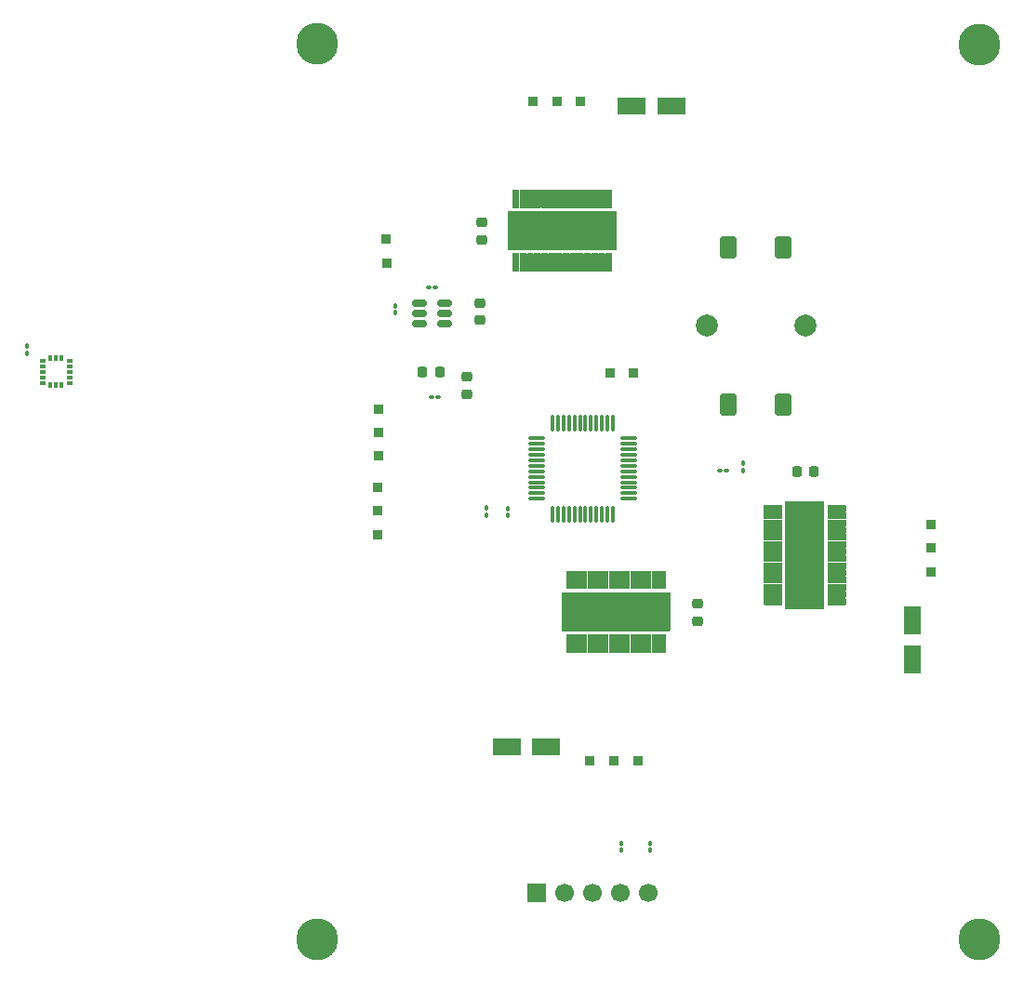
<source format=gbr>
%TF.GenerationSoftware,KiCad,Pcbnew,9.0.3*%
%TF.CreationDate,2026-01-19T22:35:58+02:00*%
%TF.ProjectId,GimbalBoard,47696d62-616c-4426-9f61-72642e6b6963,rev?*%
%TF.SameCoordinates,Original*%
%TF.FileFunction,Soldermask,Top*%
%TF.FilePolarity,Negative*%
%FSLAX46Y46*%
G04 Gerber Fmt 4.6, Leading zero omitted, Abs format (unit mm)*
G04 Created by KiCad (PCBNEW 9.0.3) date 2026-01-19 22:35:58*
%MOMM*%
%LPD*%
G01*
G04 APERTURE LIST*
G04 Aperture macros list*
%AMRoundRect*
0 Rectangle with rounded corners*
0 $1 Rounding radius*
0 $2 $3 $4 $5 $6 $7 $8 $9 X,Y pos of 4 corners*
0 Add a 4 corners polygon primitive as box body*
4,1,4,$2,$3,$4,$5,$6,$7,$8,$9,$2,$3,0*
0 Add four circle primitives for the rounded corners*
1,1,$1+$1,$2,$3*
1,1,$1+$1,$4,$5*
1,1,$1+$1,$6,$7*
1,1,$1+$1,$8,$9*
0 Add four rect primitives between the rounded corners*
20,1,$1+$1,$2,$3,$4,$5,0*
20,1,$1+$1,$4,$5,$6,$7,0*
20,1,$1+$1,$6,$7,$8,$9,0*
20,1,$1+$1,$8,$9,$2,$3,0*%
G04 Aperture macros list end*
%ADD10C,0.010000*%
%ADD11RoundRect,0.100000X0.100000X-0.130000X0.100000X0.130000X-0.100000X0.130000X-0.100000X-0.130000X0*%
%ADD12RoundRect,0.100000X-0.100000X0.130000X-0.100000X-0.130000X0.100000X-0.130000X0.100000X0.130000X0*%
%ADD13C,3.800000*%
%ADD14R,0.850000X0.850000*%
%ADD15RoundRect,0.100000X-0.130000X-0.100000X0.130000X-0.100000X0.130000X0.100000X-0.130000X0.100000X0*%
%ADD16C,2.000000*%
%ADD17RoundRect,0.250000X-0.500000X0.750000X-0.500000X-0.750000X0.500000X-0.750000X0.500000X0.750000X0*%
%ADD18RoundRect,0.250000X-1.050000X-0.550000X1.050000X-0.550000X1.050000X0.550000X-1.050000X0.550000X0*%
%ADD19RoundRect,0.225000X-0.250000X0.225000X-0.250000X-0.225000X0.250000X-0.225000X0.250000X0.225000X0*%
%ADD20RoundRect,0.250000X-0.550000X1.050000X-0.550000X-1.050000X0.550000X-1.050000X0.550000X1.050000X0*%
%ADD21RoundRect,0.225000X0.250000X-0.225000X0.250000X0.225000X-0.250000X0.225000X-0.250000X-0.225000X0*%
%ADD22R,1.700000X1.700000*%
%ADD23C,1.700000*%
%ADD24RoundRect,0.075000X-0.662500X-0.075000X0.662500X-0.075000X0.662500X0.075000X-0.662500X0.075000X0*%
%ADD25RoundRect,0.075000X-0.075000X-0.662500X0.075000X-0.662500X0.075000X0.662500X-0.075000X0.662500X0*%
%ADD26RoundRect,0.250000X1.050000X0.550000X-1.050000X0.550000X-1.050000X-0.550000X1.050000X-0.550000X0*%
%ADD27RoundRect,0.225000X-0.225000X-0.250000X0.225000X-0.250000X0.225000X0.250000X-0.225000X0.250000X0*%
%ADD28RoundRect,0.100000X0.130000X0.100000X-0.130000X0.100000X-0.130000X-0.100000X0.130000X-0.100000X0*%
%ADD29RoundRect,0.150000X0.512500X0.150000X-0.512500X0.150000X-0.512500X-0.150000X0.512500X-0.150000X0*%
%ADD30RoundRect,0.225000X0.225000X0.250000X-0.225000X0.250000X-0.225000X-0.250000X0.225000X-0.250000X0*%
%ADD31RoundRect,0.087500X-0.187500X-0.087500X0.187500X-0.087500X0.187500X0.087500X-0.187500X0.087500X0*%
%ADD32RoundRect,0.087500X-0.087500X-0.187500X0.087500X-0.187500X0.087500X0.187500X-0.087500X0.187500X0*%
G04 APERTURE END LIST*
D10*
%TO.C,U6*%
X175408000Y-87151000D02*
X175410000Y-87151000D01*
X175413000Y-87152000D01*
X175415000Y-87152000D01*
X175418000Y-87153000D01*
X175420000Y-87154000D01*
X175423000Y-87155000D01*
X175425000Y-87157000D01*
X175427000Y-87158000D01*
X175429000Y-87160000D01*
X175431000Y-87161000D01*
X175433000Y-87163000D01*
X175435000Y-87165000D01*
X175437000Y-87167000D01*
X175439000Y-87169000D01*
X175440000Y-87171000D01*
X175442000Y-87173000D01*
X175443000Y-87175000D01*
X175445000Y-87177000D01*
X175446000Y-87180000D01*
X175447000Y-87182000D01*
X175448000Y-87185000D01*
X175448000Y-87187000D01*
X175449000Y-87190000D01*
X175449000Y-87192000D01*
X175450000Y-87195000D01*
X175450000Y-87197000D01*
X175450000Y-87200000D01*
X175450000Y-87650000D01*
X175450000Y-87653000D01*
X175450000Y-87655000D01*
X175449000Y-87658000D01*
X175449000Y-87660000D01*
X175448000Y-87663000D01*
X175448000Y-87665000D01*
X175447000Y-87668000D01*
X175446000Y-87670000D01*
X175445000Y-87673000D01*
X175443000Y-87675000D01*
X175442000Y-87677000D01*
X175440000Y-87679000D01*
X175439000Y-87681000D01*
X175437000Y-87683000D01*
X175435000Y-87685000D01*
X175433000Y-87687000D01*
X175431000Y-87689000D01*
X175429000Y-87690000D01*
X175427000Y-87692000D01*
X175425000Y-87693000D01*
X175423000Y-87695000D01*
X175420000Y-87696000D01*
X175418000Y-87697000D01*
X175415000Y-87698000D01*
X175413000Y-87698000D01*
X175410000Y-87699000D01*
X175408000Y-87699000D01*
X175405000Y-87700000D01*
X175403000Y-87700000D01*
X175400000Y-87700000D01*
X173900000Y-87700000D01*
X173897000Y-87700000D01*
X173895000Y-87700000D01*
X173892000Y-87699000D01*
X173890000Y-87699000D01*
X173887000Y-87698000D01*
X173885000Y-87698000D01*
X173882000Y-87697000D01*
X173880000Y-87696000D01*
X173877000Y-87695000D01*
X173875000Y-87693000D01*
X173873000Y-87692000D01*
X173871000Y-87690000D01*
X173869000Y-87689000D01*
X173867000Y-87687000D01*
X173865000Y-87685000D01*
X173863000Y-87683000D01*
X173861000Y-87681000D01*
X173860000Y-87679000D01*
X173858000Y-87677000D01*
X173857000Y-87675000D01*
X173855000Y-87673000D01*
X173854000Y-87670000D01*
X173853000Y-87668000D01*
X173852000Y-87665000D01*
X173852000Y-87663000D01*
X173851000Y-87660000D01*
X173851000Y-87658000D01*
X173850000Y-87655000D01*
X173850000Y-87653000D01*
X173850000Y-87650000D01*
X173850000Y-87200000D01*
X173850000Y-87197000D01*
X173850000Y-87195000D01*
X173851000Y-87192000D01*
X173851000Y-87190000D01*
X173852000Y-87187000D01*
X173852000Y-87185000D01*
X173853000Y-87182000D01*
X173854000Y-87180000D01*
X173855000Y-87177000D01*
X173857000Y-87175000D01*
X173858000Y-87173000D01*
X173860000Y-87171000D01*
X173861000Y-87169000D01*
X173863000Y-87167000D01*
X173865000Y-87165000D01*
X173867000Y-87163000D01*
X173869000Y-87161000D01*
X173871000Y-87160000D01*
X173873000Y-87158000D01*
X173875000Y-87157000D01*
X173877000Y-87155000D01*
X173880000Y-87154000D01*
X173882000Y-87153000D01*
X173885000Y-87152000D01*
X173887000Y-87152000D01*
X173890000Y-87151000D01*
X173892000Y-87151000D01*
X173895000Y-87150000D01*
X173897000Y-87150000D01*
X173900000Y-87150000D01*
X175400000Y-87150000D01*
X175403000Y-87150000D01*
X175405000Y-87150000D01*
X175408000Y-87151000D01*
G36*
X175408000Y-87151000D02*
G01*
X175410000Y-87151000D01*
X175413000Y-87152000D01*
X175415000Y-87152000D01*
X175418000Y-87153000D01*
X175420000Y-87154000D01*
X175423000Y-87155000D01*
X175425000Y-87157000D01*
X175427000Y-87158000D01*
X175429000Y-87160000D01*
X175431000Y-87161000D01*
X175433000Y-87163000D01*
X175435000Y-87165000D01*
X175437000Y-87167000D01*
X175439000Y-87169000D01*
X175440000Y-87171000D01*
X175442000Y-87173000D01*
X175443000Y-87175000D01*
X175445000Y-87177000D01*
X175446000Y-87180000D01*
X175447000Y-87182000D01*
X175448000Y-87185000D01*
X175448000Y-87187000D01*
X175449000Y-87190000D01*
X175449000Y-87192000D01*
X175450000Y-87195000D01*
X175450000Y-87197000D01*
X175450000Y-87200000D01*
X175450000Y-87650000D01*
X175450000Y-87653000D01*
X175450000Y-87655000D01*
X175449000Y-87658000D01*
X175449000Y-87660000D01*
X175448000Y-87663000D01*
X175448000Y-87665000D01*
X175447000Y-87668000D01*
X175446000Y-87670000D01*
X175445000Y-87673000D01*
X175443000Y-87675000D01*
X175442000Y-87677000D01*
X175440000Y-87679000D01*
X175439000Y-87681000D01*
X175437000Y-87683000D01*
X175435000Y-87685000D01*
X175433000Y-87687000D01*
X175431000Y-87689000D01*
X175429000Y-87690000D01*
X175427000Y-87692000D01*
X175425000Y-87693000D01*
X175423000Y-87695000D01*
X175420000Y-87696000D01*
X175418000Y-87697000D01*
X175415000Y-87698000D01*
X175413000Y-87698000D01*
X175410000Y-87699000D01*
X175408000Y-87699000D01*
X175405000Y-87700000D01*
X175403000Y-87700000D01*
X175400000Y-87700000D01*
X173900000Y-87700000D01*
X173897000Y-87700000D01*
X173895000Y-87700000D01*
X173892000Y-87699000D01*
X173890000Y-87699000D01*
X173887000Y-87698000D01*
X173885000Y-87698000D01*
X173882000Y-87697000D01*
X173880000Y-87696000D01*
X173877000Y-87695000D01*
X173875000Y-87693000D01*
X173873000Y-87692000D01*
X173871000Y-87690000D01*
X173869000Y-87689000D01*
X173867000Y-87687000D01*
X173865000Y-87685000D01*
X173863000Y-87683000D01*
X173861000Y-87681000D01*
X173860000Y-87679000D01*
X173858000Y-87677000D01*
X173857000Y-87675000D01*
X173855000Y-87673000D01*
X173854000Y-87670000D01*
X173853000Y-87668000D01*
X173852000Y-87665000D01*
X173852000Y-87663000D01*
X173851000Y-87660000D01*
X173851000Y-87658000D01*
X173850000Y-87655000D01*
X173850000Y-87653000D01*
X173850000Y-87650000D01*
X173850000Y-87200000D01*
X173850000Y-87197000D01*
X173850000Y-87195000D01*
X173851000Y-87192000D01*
X173851000Y-87190000D01*
X173852000Y-87187000D01*
X173852000Y-87185000D01*
X173853000Y-87182000D01*
X173854000Y-87180000D01*
X173855000Y-87177000D01*
X173857000Y-87175000D01*
X173858000Y-87173000D01*
X173860000Y-87171000D01*
X173861000Y-87169000D01*
X173863000Y-87167000D01*
X173865000Y-87165000D01*
X173867000Y-87163000D01*
X173869000Y-87161000D01*
X173871000Y-87160000D01*
X173873000Y-87158000D01*
X173875000Y-87157000D01*
X173877000Y-87155000D01*
X173880000Y-87154000D01*
X173882000Y-87153000D01*
X173885000Y-87152000D01*
X173887000Y-87152000D01*
X173890000Y-87151000D01*
X173892000Y-87151000D01*
X173895000Y-87150000D01*
X173897000Y-87150000D01*
X173900000Y-87150000D01*
X175400000Y-87150000D01*
X175403000Y-87150000D01*
X175405000Y-87150000D01*
X175408000Y-87151000D01*
G37*
X175408000Y-87801000D02*
X175410000Y-87801000D01*
X175413000Y-87802000D01*
X175415000Y-87802000D01*
X175418000Y-87803000D01*
X175420000Y-87804000D01*
X175423000Y-87805000D01*
X175425000Y-87807000D01*
X175427000Y-87808000D01*
X175429000Y-87810000D01*
X175431000Y-87811000D01*
X175433000Y-87813000D01*
X175435000Y-87815000D01*
X175437000Y-87817000D01*
X175439000Y-87819000D01*
X175440000Y-87821000D01*
X175442000Y-87823000D01*
X175443000Y-87825000D01*
X175445000Y-87827000D01*
X175446000Y-87830000D01*
X175447000Y-87832000D01*
X175448000Y-87835000D01*
X175448000Y-87837000D01*
X175449000Y-87840000D01*
X175449000Y-87842000D01*
X175450000Y-87845000D01*
X175450000Y-87847000D01*
X175450000Y-87850000D01*
X175450000Y-88300000D01*
X175450000Y-88303000D01*
X175450000Y-88305000D01*
X175449000Y-88308000D01*
X175449000Y-88310000D01*
X175448000Y-88313000D01*
X175448000Y-88315000D01*
X175447000Y-88318000D01*
X175446000Y-88320000D01*
X175445000Y-88323000D01*
X175443000Y-88325000D01*
X175442000Y-88327000D01*
X175440000Y-88329000D01*
X175439000Y-88331000D01*
X175437000Y-88333000D01*
X175435000Y-88335000D01*
X175433000Y-88337000D01*
X175431000Y-88339000D01*
X175429000Y-88340000D01*
X175427000Y-88342000D01*
X175425000Y-88343000D01*
X175423000Y-88345000D01*
X175420000Y-88346000D01*
X175418000Y-88347000D01*
X175415000Y-88348000D01*
X175413000Y-88348000D01*
X175410000Y-88349000D01*
X175408000Y-88349000D01*
X175405000Y-88350000D01*
X175403000Y-88350000D01*
X175400000Y-88350000D01*
X173900000Y-88350000D01*
X173897000Y-88350000D01*
X173895000Y-88350000D01*
X173892000Y-88349000D01*
X173890000Y-88349000D01*
X173887000Y-88348000D01*
X173885000Y-88348000D01*
X173882000Y-88347000D01*
X173880000Y-88346000D01*
X173877000Y-88345000D01*
X173875000Y-88343000D01*
X173873000Y-88342000D01*
X173871000Y-88340000D01*
X173869000Y-88339000D01*
X173867000Y-88337000D01*
X173865000Y-88335000D01*
X173863000Y-88333000D01*
X173861000Y-88331000D01*
X173860000Y-88329000D01*
X173858000Y-88327000D01*
X173857000Y-88325000D01*
X173855000Y-88323000D01*
X173854000Y-88320000D01*
X173853000Y-88318000D01*
X173852000Y-88315000D01*
X173852000Y-88313000D01*
X173851000Y-88310000D01*
X173851000Y-88308000D01*
X173850000Y-88305000D01*
X173850000Y-88303000D01*
X173850000Y-88300000D01*
X173850000Y-87850000D01*
X173850000Y-87847000D01*
X173850000Y-87845000D01*
X173851000Y-87842000D01*
X173851000Y-87840000D01*
X173852000Y-87837000D01*
X173852000Y-87835000D01*
X173853000Y-87832000D01*
X173854000Y-87830000D01*
X173855000Y-87827000D01*
X173857000Y-87825000D01*
X173858000Y-87823000D01*
X173860000Y-87821000D01*
X173861000Y-87819000D01*
X173863000Y-87817000D01*
X173865000Y-87815000D01*
X173867000Y-87813000D01*
X173869000Y-87811000D01*
X173871000Y-87810000D01*
X173873000Y-87808000D01*
X173875000Y-87807000D01*
X173877000Y-87805000D01*
X173880000Y-87804000D01*
X173882000Y-87803000D01*
X173885000Y-87802000D01*
X173887000Y-87802000D01*
X173890000Y-87801000D01*
X173892000Y-87801000D01*
X173895000Y-87800000D01*
X173897000Y-87800000D01*
X173900000Y-87800000D01*
X175400000Y-87800000D01*
X175403000Y-87800000D01*
X175405000Y-87800000D01*
X175408000Y-87801000D01*
G36*
X175408000Y-87801000D02*
G01*
X175410000Y-87801000D01*
X175413000Y-87802000D01*
X175415000Y-87802000D01*
X175418000Y-87803000D01*
X175420000Y-87804000D01*
X175423000Y-87805000D01*
X175425000Y-87807000D01*
X175427000Y-87808000D01*
X175429000Y-87810000D01*
X175431000Y-87811000D01*
X175433000Y-87813000D01*
X175435000Y-87815000D01*
X175437000Y-87817000D01*
X175439000Y-87819000D01*
X175440000Y-87821000D01*
X175442000Y-87823000D01*
X175443000Y-87825000D01*
X175445000Y-87827000D01*
X175446000Y-87830000D01*
X175447000Y-87832000D01*
X175448000Y-87835000D01*
X175448000Y-87837000D01*
X175449000Y-87840000D01*
X175449000Y-87842000D01*
X175450000Y-87845000D01*
X175450000Y-87847000D01*
X175450000Y-87850000D01*
X175450000Y-88300000D01*
X175450000Y-88303000D01*
X175450000Y-88305000D01*
X175449000Y-88308000D01*
X175449000Y-88310000D01*
X175448000Y-88313000D01*
X175448000Y-88315000D01*
X175447000Y-88318000D01*
X175446000Y-88320000D01*
X175445000Y-88323000D01*
X175443000Y-88325000D01*
X175442000Y-88327000D01*
X175440000Y-88329000D01*
X175439000Y-88331000D01*
X175437000Y-88333000D01*
X175435000Y-88335000D01*
X175433000Y-88337000D01*
X175431000Y-88339000D01*
X175429000Y-88340000D01*
X175427000Y-88342000D01*
X175425000Y-88343000D01*
X175423000Y-88345000D01*
X175420000Y-88346000D01*
X175418000Y-88347000D01*
X175415000Y-88348000D01*
X175413000Y-88348000D01*
X175410000Y-88349000D01*
X175408000Y-88349000D01*
X175405000Y-88350000D01*
X175403000Y-88350000D01*
X175400000Y-88350000D01*
X173900000Y-88350000D01*
X173897000Y-88350000D01*
X173895000Y-88350000D01*
X173892000Y-88349000D01*
X173890000Y-88349000D01*
X173887000Y-88348000D01*
X173885000Y-88348000D01*
X173882000Y-88347000D01*
X173880000Y-88346000D01*
X173877000Y-88345000D01*
X173875000Y-88343000D01*
X173873000Y-88342000D01*
X173871000Y-88340000D01*
X173869000Y-88339000D01*
X173867000Y-88337000D01*
X173865000Y-88335000D01*
X173863000Y-88333000D01*
X173861000Y-88331000D01*
X173860000Y-88329000D01*
X173858000Y-88327000D01*
X173857000Y-88325000D01*
X173855000Y-88323000D01*
X173854000Y-88320000D01*
X173853000Y-88318000D01*
X173852000Y-88315000D01*
X173852000Y-88313000D01*
X173851000Y-88310000D01*
X173851000Y-88308000D01*
X173850000Y-88305000D01*
X173850000Y-88303000D01*
X173850000Y-88300000D01*
X173850000Y-87850000D01*
X173850000Y-87847000D01*
X173850000Y-87845000D01*
X173851000Y-87842000D01*
X173851000Y-87840000D01*
X173852000Y-87837000D01*
X173852000Y-87835000D01*
X173853000Y-87832000D01*
X173854000Y-87830000D01*
X173855000Y-87827000D01*
X173857000Y-87825000D01*
X173858000Y-87823000D01*
X173860000Y-87821000D01*
X173861000Y-87819000D01*
X173863000Y-87817000D01*
X173865000Y-87815000D01*
X173867000Y-87813000D01*
X173869000Y-87811000D01*
X173871000Y-87810000D01*
X173873000Y-87808000D01*
X173875000Y-87807000D01*
X173877000Y-87805000D01*
X173880000Y-87804000D01*
X173882000Y-87803000D01*
X173885000Y-87802000D01*
X173887000Y-87802000D01*
X173890000Y-87801000D01*
X173892000Y-87801000D01*
X173895000Y-87800000D01*
X173897000Y-87800000D01*
X173900000Y-87800000D01*
X175400000Y-87800000D01*
X175403000Y-87800000D01*
X175405000Y-87800000D01*
X175408000Y-87801000D01*
G37*
X175408000Y-88451000D02*
X175410000Y-88451000D01*
X175413000Y-88452000D01*
X175415000Y-88452000D01*
X175418000Y-88453000D01*
X175420000Y-88454000D01*
X175423000Y-88455000D01*
X175425000Y-88457000D01*
X175427000Y-88458000D01*
X175429000Y-88460000D01*
X175431000Y-88461000D01*
X175433000Y-88463000D01*
X175435000Y-88465000D01*
X175437000Y-88467000D01*
X175439000Y-88469000D01*
X175440000Y-88471000D01*
X175442000Y-88473000D01*
X175443000Y-88475000D01*
X175445000Y-88477000D01*
X175446000Y-88480000D01*
X175447000Y-88482000D01*
X175448000Y-88485000D01*
X175448000Y-88487000D01*
X175449000Y-88490000D01*
X175449000Y-88492000D01*
X175450000Y-88495000D01*
X175450000Y-88497000D01*
X175450000Y-88500000D01*
X175450000Y-88950000D01*
X175450000Y-88953000D01*
X175450000Y-88955000D01*
X175449000Y-88958000D01*
X175449000Y-88960000D01*
X175448000Y-88963000D01*
X175448000Y-88965000D01*
X175447000Y-88968000D01*
X175446000Y-88970000D01*
X175445000Y-88973000D01*
X175443000Y-88975000D01*
X175442000Y-88977000D01*
X175440000Y-88979000D01*
X175439000Y-88981000D01*
X175437000Y-88983000D01*
X175435000Y-88985000D01*
X175433000Y-88987000D01*
X175431000Y-88989000D01*
X175429000Y-88990000D01*
X175427000Y-88992000D01*
X175425000Y-88993000D01*
X175423000Y-88995000D01*
X175420000Y-88996000D01*
X175418000Y-88997000D01*
X175415000Y-88998000D01*
X175413000Y-88998000D01*
X175410000Y-88999000D01*
X175408000Y-88999000D01*
X175405000Y-89000000D01*
X175403000Y-89000000D01*
X175400000Y-89000000D01*
X173900000Y-89000000D01*
X173897000Y-89000000D01*
X173895000Y-89000000D01*
X173892000Y-88999000D01*
X173890000Y-88999000D01*
X173887000Y-88998000D01*
X173885000Y-88998000D01*
X173882000Y-88997000D01*
X173880000Y-88996000D01*
X173877000Y-88995000D01*
X173875000Y-88993000D01*
X173873000Y-88992000D01*
X173871000Y-88990000D01*
X173869000Y-88989000D01*
X173867000Y-88987000D01*
X173865000Y-88985000D01*
X173863000Y-88983000D01*
X173861000Y-88981000D01*
X173860000Y-88979000D01*
X173858000Y-88977000D01*
X173857000Y-88975000D01*
X173855000Y-88973000D01*
X173854000Y-88970000D01*
X173853000Y-88968000D01*
X173852000Y-88965000D01*
X173852000Y-88963000D01*
X173851000Y-88960000D01*
X173851000Y-88958000D01*
X173850000Y-88955000D01*
X173850000Y-88953000D01*
X173850000Y-88950000D01*
X173850000Y-88500000D01*
X173850000Y-88497000D01*
X173850000Y-88495000D01*
X173851000Y-88492000D01*
X173851000Y-88490000D01*
X173852000Y-88487000D01*
X173852000Y-88485000D01*
X173853000Y-88482000D01*
X173854000Y-88480000D01*
X173855000Y-88477000D01*
X173857000Y-88475000D01*
X173858000Y-88473000D01*
X173860000Y-88471000D01*
X173861000Y-88469000D01*
X173863000Y-88467000D01*
X173865000Y-88465000D01*
X173867000Y-88463000D01*
X173869000Y-88461000D01*
X173871000Y-88460000D01*
X173873000Y-88458000D01*
X173875000Y-88457000D01*
X173877000Y-88455000D01*
X173880000Y-88454000D01*
X173882000Y-88453000D01*
X173885000Y-88452000D01*
X173887000Y-88452000D01*
X173890000Y-88451000D01*
X173892000Y-88451000D01*
X173895000Y-88450000D01*
X173897000Y-88450000D01*
X173900000Y-88450000D01*
X175400000Y-88450000D01*
X175403000Y-88450000D01*
X175405000Y-88450000D01*
X175408000Y-88451000D01*
G36*
X175408000Y-88451000D02*
G01*
X175410000Y-88451000D01*
X175413000Y-88452000D01*
X175415000Y-88452000D01*
X175418000Y-88453000D01*
X175420000Y-88454000D01*
X175423000Y-88455000D01*
X175425000Y-88457000D01*
X175427000Y-88458000D01*
X175429000Y-88460000D01*
X175431000Y-88461000D01*
X175433000Y-88463000D01*
X175435000Y-88465000D01*
X175437000Y-88467000D01*
X175439000Y-88469000D01*
X175440000Y-88471000D01*
X175442000Y-88473000D01*
X175443000Y-88475000D01*
X175445000Y-88477000D01*
X175446000Y-88480000D01*
X175447000Y-88482000D01*
X175448000Y-88485000D01*
X175448000Y-88487000D01*
X175449000Y-88490000D01*
X175449000Y-88492000D01*
X175450000Y-88495000D01*
X175450000Y-88497000D01*
X175450000Y-88500000D01*
X175450000Y-88950000D01*
X175450000Y-88953000D01*
X175450000Y-88955000D01*
X175449000Y-88958000D01*
X175449000Y-88960000D01*
X175448000Y-88963000D01*
X175448000Y-88965000D01*
X175447000Y-88968000D01*
X175446000Y-88970000D01*
X175445000Y-88973000D01*
X175443000Y-88975000D01*
X175442000Y-88977000D01*
X175440000Y-88979000D01*
X175439000Y-88981000D01*
X175437000Y-88983000D01*
X175435000Y-88985000D01*
X175433000Y-88987000D01*
X175431000Y-88989000D01*
X175429000Y-88990000D01*
X175427000Y-88992000D01*
X175425000Y-88993000D01*
X175423000Y-88995000D01*
X175420000Y-88996000D01*
X175418000Y-88997000D01*
X175415000Y-88998000D01*
X175413000Y-88998000D01*
X175410000Y-88999000D01*
X175408000Y-88999000D01*
X175405000Y-89000000D01*
X175403000Y-89000000D01*
X175400000Y-89000000D01*
X173900000Y-89000000D01*
X173897000Y-89000000D01*
X173895000Y-89000000D01*
X173892000Y-88999000D01*
X173890000Y-88999000D01*
X173887000Y-88998000D01*
X173885000Y-88998000D01*
X173882000Y-88997000D01*
X173880000Y-88996000D01*
X173877000Y-88995000D01*
X173875000Y-88993000D01*
X173873000Y-88992000D01*
X173871000Y-88990000D01*
X173869000Y-88989000D01*
X173867000Y-88987000D01*
X173865000Y-88985000D01*
X173863000Y-88983000D01*
X173861000Y-88981000D01*
X173860000Y-88979000D01*
X173858000Y-88977000D01*
X173857000Y-88975000D01*
X173855000Y-88973000D01*
X173854000Y-88970000D01*
X173853000Y-88968000D01*
X173852000Y-88965000D01*
X173852000Y-88963000D01*
X173851000Y-88960000D01*
X173851000Y-88958000D01*
X173850000Y-88955000D01*
X173850000Y-88953000D01*
X173850000Y-88950000D01*
X173850000Y-88500000D01*
X173850000Y-88497000D01*
X173850000Y-88495000D01*
X173851000Y-88492000D01*
X173851000Y-88490000D01*
X173852000Y-88487000D01*
X173852000Y-88485000D01*
X173853000Y-88482000D01*
X173854000Y-88480000D01*
X173855000Y-88477000D01*
X173857000Y-88475000D01*
X173858000Y-88473000D01*
X173860000Y-88471000D01*
X173861000Y-88469000D01*
X173863000Y-88467000D01*
X173865000Y-88465000D01*
X173867000Y-88463000D01*
X173869000Y-88461000D01*
X173871000Y-88460000D01*
X173873000Y-88458000D01*
X173875000Y-88457000D01*
X173877000Y-88455000D01*
X173880000Y-88454000D01*
X173882000Y-88453000D01*
X173885000Y-88452000D01*
X173887000Y-88452000D01*
X173890000Y-88451000D01*
X173892000Y-88451000D01*
X173895000Y-88450000D01*
X173897000Y-88450000D01*
X173900000Y-88450000D01*
X175400000Y-88450000D01*
X175403000Y-88450000D01*
X175405000Y-88450000D01*
X175408000Y-88451000D01*
G37*
X175408000Y-89101000D02*
X175410000Y-89101000D01*
X175413000Y-89102000D01*
X175415000Y-89102000D01*
X175418000Y-89103000D01*
X175420000Y-89104000D01*
X175423000Y-89105000D01*
X175425000Y-89107000D01*
X175427000Y-89108000D01*
X175429000Y-89110000D01*
X175431000Y-89111000D01*
X175433000Y-89113000D01*
X175435000Y-89115000D01*
X175437000Y-89117000D01*
X175439000Y-89119000D01*
X175440000Y-89121000D01*
X175442000Y-89123000D01*
X175443000Y-89125000D01*
X175445000Y-89127000D01*
X175446000Y-89130000D01*
X175447000Y-89132000D01*
X175448000Y-89135000D01*
X175448000Y-89137000D01*
X175449000Y-89140000D01*
X175449000Y-89142000D01*
X175450000Y-89145000D01*
X175450000Y-89147000D01*
X175450000Y-89150000D01*
X175450000Y-89600000D01*
X175450000Y-89603000D01*
X175450000Y-89605000D01*
X175449000Y-89608000D01*
X175449000Y-89610000D01*
X175448000Y-89613000D01*
X175448000Y-89615000D01*
X175447000Y-89618000D01*
X175446000Y-89620000D01*
X175445000Y-89623000D01*
X175443000Y-89625000D01*
X175442000Y-89627000D01*
X175440000Y-89629000D01*
X175439000Y-89631000D01*
X175437000Y-89633000D01*
X175435000Y-89635000D01*
X175433000Y-89637000D01*
X175431000Y-89639000D01*
X175429000Y-89640000D01*
X175427000Y-89642000D01*
X175425000Y-89643000D01*
X175423000Y-89645000D01*
X175420000Y-89646000D01*
X175418000Y-89647000D01*
X175415000Y-89648000D01*
X175413000Y-89648000D01*
X175410000Y-89649000D01*
X175408000Y-89649000D01*
X175405000Y-89650000D01*
X175403000Y-89650000D01*
X175400000Y-89650000D01*
X173900000Y-89650000D01*
X173897000Y-89650000D01*
X173895000Y-89650000D01*
X173892000Y-89649000D01*
X173890000Y-89649000D01*
X173887000Y-89648000D01*
X173885000Y-89648000D01*
X173882000Y-89647000D01*
X173880000Y-89646000D01*
X173877000Y-89645000D01*
X173875000Y-89643000D01*
X173873000Y-89642000D01*
X173871000Y-89640000D01*
X173869000Y-89639000D01*
X173867000Y-89637000D01*
X173865000Y-89635000D01*
X173863000Y-89633000D01*
X173861000Y-89631000D01*
X173860000Y-89629000D01*
X173858000Y-89627000D01*
X173857000Y-89625000D01*
X173855000Y-89623000D01*
X173854000Y-89620000D01*
X173853000Y-89618000D01*
X173852000Y-89615000D01*
X173852000Y-89613000D01*
X173851000Y-89610000D01*
X173851000Y-89608000D01*
X173850000Y-89605000D01*
X173850000Y-89603000D01*
X173850000Y-89600000D01*
X173850000Y-89150000D01*
X173850000Y-89147000D01*
X173850000Y-89145000D01*
X173851000Y-89142000D01*
X173851000Y-89140000D01*
X173852000Y-89137000D01*
X173852000Y-89135000D01*
X173853000Y-89132000D01*
X173854000Y-89130000D01*
X173855000Y-89127000D01*
X173857000Y-89125000D01*
X173858000Y-89123000D01*
X173860000Y-89121000D01*
X173861000Y-89119000D01*
X173863000Y-89117000D01*
X173865000Y-89115000D01*
X173867000Y-89113000D01*
X173869000Y-89111000D01*
X173871000Y-89110000D01*
X173873000Y-89108000D01*
X173875000Y-89107000D01*
X173877000Y-89105000D01*
X173880000Y-89104000D01*
X173882000Y-89103000D01*
X173885000Y-89102000D01*
X173887000Y-89102000D01*
X173890000Y-89101000D01*
X173892000Y-89101000D01*
X173895000Y-89100000D01*
X173897000Y-89100000D01*
X173900000Y-89100000D01*
X175400000Y-89100000D01*
X175403000Y-89100000D01*
X175405000Y-89100000D01*
X175408000Y-89101000D01*
G36*
X175408000Y-89101000D02*
G01*
X175410000Y-89101000D01*
X175413000Y-89102000D01*
X175415000Y-89102000D01*
X175418000Y-89103000D01*
X175420000Y-89104000D01*
X175423000Y-89105000D01*
X175425000Y-89107000D01*
X175427000Y-89108000D01*
X175429000Y-89110000D01*
X175431000Y-89111000D01*
X175433000Y-89113000D01*
X175435000Y-89115000D01*
X175437000Y-89117000D01*
X175439000Y-89119000D01*
X175440000Y-89121000D01*
X175442000Y-89123000D01*
X175443000Y-89125000D01*
X175445000Y-89127000D01*
X175446000Y-89130000D01*
X175447000Y-89132000D01*
X175448000Y-89135000D01*
X175448000Y-89137000D01*
X175449000Y-89140000D01*
X175449000Y-89142000D01*
X175450000Y-89145000D01*
X175450000Y-89147000D01*
X175450000Y-89150000D01*
X175450000Y-89600000D01*
X175450000Y-89603000D01*
X175450000Y-89605000D01*
X175449000Y-89608000D01*
X175449000Y-89610000D01*
X175448000Y-89613000D01*
X175448000Y-89615000D01*
X175447000Y-89618000D01*
X175446000Y-89620000D01*
X175445000Y-89623000D01*
X175443000Y-89625000D01*
X175442000Y-89627000D01*
X175440000Y-89629000D01*
X175439000Y-89631000D01*
X175437000Y-89633000D01*
X175435000Y-89635000D01*
X175433000Y-89637000D01*
X175431000Y-89639000D01*
X175429000Y-89640000D01*
X175427000Y-89642000D01*
X175425000Y-89643000D01*
X175423000Y-89645000D01*
X175420000Y-89646000D01*
X175418000Y-89647000D01*
X175415000Y-89648000D01*
X175413000Y-89648000D01*
X175410000Y-89649000D01*
X175408000Y-89649000D01*
X175405000Y-89650000D01*
X175403000Y-89650000D01*
X175400000Y-89650000D01*
X173900000Y-89650000D01*
X173897000Y-89650000D01*
X173895000Y-89650000D01*
X173892000Y-89649000D01*
X173890000Y-89649000D01*
X173887000Y-89648000D01*
X173885000Y-89648000D01*
X173882000Y-89647000D01*
X173880000Y-89646000D01*
X173877000Y-89645000D01*
X173875000Y-89643000D01*
X173873000Y-89642000D01*
X173871000Y-89640000D01*
X173869000Y-89639000D01*
X173867000Y-89637000D01*
X173865000Y-89635000D01*
X173863000Y-89633000D01*
X173861000Y-89631000D01*
X173860000Y-89629000D01*
X173858000Y-89627000D01*
X173857000Y-89625000D01*
X173855000Y-89623000D01*
X173854000Y-89620000D01*
X173853000Y-89618000D01*
X173852000Y-89615000D01*
X173852000Y-89613000D01*
X173851000Y-89610000D01*
X173851000Y-89608000D01*
X173850000Y-89605000D01*
X173850000Y-89603000D01*
X173850000Y-89600000D01*
X173850000Y-89150000D01*
X173850000Y-89147000D01*
X173850000Y-89145000D01*
X173851000Y-89142000D01*
X173851000Y-89140000D01*
X173852000Y-89137000D01*
X173852000Y-89135000D01*
X173853000Y-89132000D01*
X173854000Y-89130000D01*
X173855000Y-89127000D01*
X173857000Y-89125000D01*
X173858000Y-89123000D01*
X173860000Y-89121000D01*
X173861000Y-89119000D01*
X173863000Y-89117000D01*
X173865000Y-89115000D01*
X173867000Y-89113000D01*
X173869000Y-89111000D01*
X173871000Y-89110000D01*
X173873000Y-89108000D01*
X173875000Y-89107000D01*
X173877000Y-89105000D01*
X173880000Y-89104000D01*
X173882000Y-89103000D01*
X173885000Y-89102000D01*
X173887000Y-89102000D01*
X173890000Y-89101000D01*
X173892000Y-89101000D01*
X173895000Y-89100000D01*
X173897000Y-89100000D01*
X173900000Y-89100000D01*
X175400000Y-89100000D01*
X175403000Y-89100000D01*
X175405000Y-89100000D01*
X175408000Y-89101000D01*
G37*
X175408000Y-89751000D02*
X175410000Y-89751000D01*
X175413000Y-89752000D01*
X175415000Y-89752000D01*
X175418000Y-89753000D01*
X175420000Y-89754000D01*
X175423000Y-89755000D01*
X175425000Y-89757000D01*
X175427000Y-89758000D01*
X175429000Y-89760000D01*
X175431000Y-89761000D01*
X175433000Y-89763000D01*
X175435000Y-89765000D01*
X175437000Y-89767000D01*
X175439000Y-89769000D01*
X175440000Y-89771000D01*
X175442000Y-89773000D01*
X175443000Y-89775000D01*
X175445000Y-89777000D01*
X175446000Y-89780000D01*
X175447000Y-89782000D01*
X175448000Y-89785000D01*
X175448000Y-89787000D01*
X175449000Y-89790000D01*
X175449000Y-89792000D01*
X175450000Y-89795000D01*
X175450000Y-89797000D01*
X175450000Y-89800000D01*
X175450000Y-90250000D01*
X175450000Y-90253000D01*
X175450000Y-90255000D01*
X175449000Y-90258000D01*
X175449000Y-90260000D01*
X175448000Y-90263000D01*
X175448000Y-90265000D01*
X175447000Y-90268000D01*
X175446000Y-90270000D01*
X175445000Y-90273000D01*
X175443000Y-90275000D01*
X175442000Y-90277000D01*
X175440000Y-90279000D01*
X175439000Y-90281000D01*
X175437000Y-90283000D01*
X175435000Y-90285000D01*
X175433000Y-90287000D01*
X175431000Y-90289000D01*
X175429000Y-90290000D01*
X175427000Y-90292000D01*
X175425000Y-90293000D01*
X175423000Y-90295000D01*
X175420000Y-90296000D01*
X175418000Y-90297000D01*
X175415000Y-90298000D01*
X175413000Y-90298000D01*
X175410000Y-90299000D01*
X175408000Y-90299000D01*
X175405000Y-90300000D01*
X175403000Y-90300000D01*
X175400000Y-90300000D01*
X173900000Y-90300000D01*
X173897000Y-90300000D01*
X173895000Y-90300000D01*
X173892000Y-90299000D01*
X173890000Y-90299000D01*
X173887000Y-90298000D01*
X173885000Y-90298000D01*
X173882000Y-90297000D01*
X173880000Y-90296000D01*
X173877000Y-90295000D01*
X173875000Y-90293000D01*
X173873000Y-90292000D01*
X173871000Y-90290000D01*
X173869000Y-90289000D01*
X173867000Y-90287000D01*
X173865000Y-90285000D01*
X173863000Y-90283000D01*
X173861000Y-90281000D01*
X173860000Y-90279000D01*
X173858000Y-90277000D01*
X173857000Y-90275000D01*
X173855000Y-90273000D01*
X173854000Y-90270000D01*
X173853000Y-90268000D01*
X173852000Y-90265000D01*
X173852000Y-90263000D01*
X173851000Y-90260000D01*
X173851000Y-90258000D01*
X173850000Y-90255000D01*
X173850000Y-90253000D01*
X173850000Y-90250000D01*
X173850000Y-89800000D01*
X173850000Y-89797000D01*
X173850000Y-89795000D01*
X173851000Y-89792000D01*
X173851000Y-89790000D01*
X173852000Y-89787000D01*
X173852000Y-89785000D01*
X173853000Y-89782000D01*
X173854000Y-89780000D01*
X173855000Y-89777000D01*
X173857000Y-89775000D01*
X173858000Y-89773000D01*
X173860000Y-89771000D01*
X173861000Y-89769000D01*
X173863000Y-89767000D01*
X173865000Y-89765000D01*
X173867000Y-89763000D01*
X173869000Y-89761000D01*
X173871000Y-89760000D01*
X173873000Y-89758000D01*
X173875000Y-89757000D01*
X173877000Y-89755000D01*
X173880000Y-89754000D01*
X173882000Y-89753000D01*
X173885000Y-89752000D01*
X173887000Y-89752000D01*
X173890000Y-89751000D01*
X173892000Y-89751000D01*
X173895000Y-89750000D01*
X173897000Y-89750000D01*
X173900000Y-89750000D01*
X175400000Y-89750000D01*
X175403000Y-89750000D01*
X175405000Y-89750000D01*
X175408000Y-89751000D01*
G36*
X175408000Y-89751000D02*
G01*
X175410000Y-89751000D01*
X175413000Y-89752000D01*
X175415000Y-89752000D01*
X175418000Y-89753000D01*
X175420000Y-89754000D01*
X175423000Y-89755000D01*
X175425000Y-89757000D01*
X175427000Y-89758000D01*
X175429000Y-89760000D01*
X175431000Y-89761000D01*
X175433000Y-89763000D01*
X175435000Y-89765000D01*
X175437000Y-89767000D01*
X175439000Y-89769000D01*
X175440000Y-89771000D01*
X175442000Y-89773000D01*
X175443000Y-89775000D01*
X175445000Y-89777000D01*
X175446000Y-89780000D01*
X175447000Y-89782000D01*
X175448000Y-89785000D01*
X175448000Y-89787000D01*
X175449000Y-89790000D01*
X175449000Y-89792000D01*
X175450000Y-89795000D01*
X175450000Y-89797000D01*
X175450000Y-89800000D01*
X175450000Y-90250000D01*
X175450000Y-90253000D01*
X175450000Y-90255000D01*
X175449000Y-90258000D01*
X175449000Y-90260000D01*
X175448000Y-90263000D01*
X175448000Y-90265000D01*
X175447000Y-90268000D01*
X175446000Y-90270000D01*
X175445000Y-90273000D01*
X175443000Y-90275000D01*
X175442000Y-90277000D01*
X175440000Y-90279000D01*
X175439000Y-90281000D01*
X175437000Y-90283000D01*
X175435000Y-90285000D01*
X175433000Y-90287000D01*
X175431000Y-90289000D01*
X175429000Y-90290000D01*
X175427000Y-90292000D01*
X175425000Y-90293000D01*
X175423000Y-90295000D01*
X175420000Y-90296000D01*
X175418000Y-90297000D01*
X175415000Y-90298000D01*
X175413000Y-90298000D01*
X175410000Y-90299000D01*
X175408000Y-90299000D01*
X175405000Y-90300000D01*
X175403000Y-90300000D01*
X175400000Y-90300000D01*
X173900000Y-90300000D01*
X173897000Y-90300000D01*
X173895000Y-90300000D01*
X173892000Y-90299000D01*
X173890000Y-90299000D01*
X173887000Y-90298000D01*
X173885000Y-90298000D01*
X173882000Y-90297000D01*
X173880000Y-90296000D01*
X173877000Y-90295000D01*
X173875000Y-90293000D01*
X173873000Y-90292000D01*
X173871000Y-90290000D01*
X173869000Y-90289000D01*
X173867000Y-90287000D01*
X173865000Y-90285000D01*
X173863000Y-90283000D01*
X173861000Y-90281000D01*
X173860000Y-90279000D01*
X173858000Y-90277000D01*
X173857000Y-90275000D01*
X173855000Y-90273000D01*
X173854000Y-90270000D01*
X173853000Y-90268000D01*
X173852000Y-90265000D01*
X173852000Y-90263000D01*
X173851000Y-90260000D01*
X173851000Y-90258000D01*
X173850000Y-90255000D01*
X173850000Y-90253000D01*
X173850000Y-90250000D01*
X173850000Y-89800000D01*
X173850000Y-89797000D01*
X173850000Y-89795000D01*
X173851000Y-89792000D01*
X173851000Y-89790000D01*
X173852000Y-89787000D01*
X173852000Y-89785000D01*
X173853000Y-89782000D01*
X173854000Y-89780000D01*
X173855000Y-89777000D01*
X173857000Y-89775000D01*
X173858000Y-89773000D01*
X173860000Y-89771000D01*
X173861000Y-89769000D01*
X173863000Y-89767000D01*
X173865000Y-89765000D01*
X173867000Y-89763000D01*
X173869000Y-89761000D01*
X173871000Y-89760000D01*
X173873000Y-89758000D01*
X173875000Y-89757000D01*
X173877000Y-89755000D01*
X173880000Y-89754000D01*
X173882000Y-89753000D01*
X173885000Y-89752000D01*
X173887000Y-89752000D01*
X173890000Y-89751000D01*
X173892000Y-89751000D01*
X173895000Y-89750000D01*
X173897000Y-89750000D01*
X173900000Y-89750000D01*
X175400000Y-89750000D01*
X175403000Y-89750000D01*
X175405000Y-89750000D01*
X175408000Y-89751000D01*
G37*
X175408000Y-90401000D02*
X175410000Y-90401000D01*
X175413000Y-90402000D01*
X175415000Y-90402000D01*
X175418000Y-90403000D01*
X175420000Y-90404000D01*
X175423000Y-90405000D01*
X175425000Y-90407000D01*
X175427000Y-90408000D01*
X175429000Y-90410000D01*
X175431000Y-90411000D01*
X175433000Y-90413000D01*
X175435000Y-90415000D01*
X175437000Y-90417000D01*
X175439000Y-90419000D01*
X175440000Y-90421000D01*
X175442000Y-90423000D01*
X175443000Y-90425000D01*
X175445000Y-90427000D01*
X175446000Y-90430000D01*
X175447000Y-90432000D01*
X175448000Y-90435000D01*
X175448000Y-90437000D01*
X175449000Y-90440000D01*
X175449000Y-90442000D01*
X175450000Y-90445000D01*
X175450000Y-90447000D01*
X175450000Y-90450000D01*
X175450000Y-90900000D01*
X175450000Y-90903000D01*
X175450000Y-90905000D01*
X175449000Y-90908000D01*
X175449000Y-90910000D01*
X175448000Y-90913000D01*
X175448000Y-90915000D01*
X175447000Y-90918000D01*
X175446000Y-90920000D01*
X175445000Y-90923000D01*
X175443000Y-90925000D01*
X175442000Y-90927000D01*
X175440000Y-90929000D01*
X175439000Y-90931000D01*
X175437000Y-90933000D01*
X175435000Y-90935000D01*
X175433000Y-90937000D01*
X175431000Y-90939000D01*
X175429000Y-90940000D01*
X175427000Y-90942000D01*
X175425000Y-90943000D01*
X175423000Y-90945000D01*
X175420000Y-90946000D01*
X175418000Y-90947000D01*
X175415000Y-90948000D01*
X175413000Y-90948000D01*
X175410000Y-90949000D01*
X175408000Y-90949000D01*
X175405000Y-90950000D01*
X175403000Y-90950000D01*
X175400000Y-90950000D01*
X173900000Y-90950000D01*
X173897000Y-90950000D01*
X173895000Y-90950000D01*
X173892000Y-90949000D01*
X173890000Y-90949000D01*
X173887000Y-90948000D01*
X173885000Y-90948000D01*
X173882000Y-90947000D01*
X173880000Y-90946000D01*
X173877000Y-90945000D01*
X173875000Y-90943000D01*
X173873000Y-90942000D01*
X173871000Y-90940000D01*
X173869000Y-90939000D01*
X173867000Y-90937000D01*
X173865000Y-90935000D01*
X173863000Y-90933000D01*
X173861000Y-90931000D01*
X173860000Y-90929000D01*
X173858000Y-90927000D01*
X173857000Y-90925000D01*
X173855000Y-90923000D01*
X173854000Y-90920000D01*
X173853000Y-90918000D01*
X173852000Y-90915000D01*
X173852000Y-90913000D01*
X173851000Y-90910000D01*
X173851000Y-90908000D01*
X173850000Y-90905000D01*
X173850000Y-90903000D01*
X173850000Y-90900000D01*
X173850000Y-90450000D01*
X173850000Y-90447000D01*
X173850000Y-90445000D01*
X173851000Y-90442000D01*
X173851000Y-90440000D01*
X173852000Y-90437000D01*
X173852000Y-90435000D01*
X173853000Y-90432000D01*
X173854000Y-90430000D01*
X173855000Y-90427000D01*
X173857000Y-90425000D01*
X173858000Y-90423000D01*
X173860000Y-90421000D01*
X173861000Y-90419000D01*
X173863000Y-90417000D01*
X173865000Y-90415000D01*
X173867000Y-90413000D01*
X173869000Y-90411000D01*
X173871000Y-90410000D01*
X173873000Y-90408000D01*
X173875000Y-90407000D01*
X173877000Y-90405000D01*
X173880000Y-90404000D01*
X173882000Y-90403000D01*
X173885000Y-90402000D01*
X173887000Y-90402000D01*
X173890000Y-90401000D01*
X173892000Y-90401000D01*
X173895000Y-90400000D01*
X173897000Y-90400000D01*
X173900000Y-90400000D01*
X175400000Y-90400000D01*
X175403000Y-90400000D01*
X175405000Y-90400000D01*
X175408000Y-90401000D01*
G36*
X175408000Y-90401000D02*
G01*
X175410000Y-90401000D01*
X175413000Y-90402000D01*
X175415000Y-90402000D01*
X175418000Y-90403000D01*
X175420000Y-90404000D01*
X175423000Y-90405000D01*
X175425000Y-90407000D01*
X175427000Y-90408000D01*
X175429000Y-90410000D01*
X175431000Y-90411000D01*
X175433000Y-90413000D01*
X175435000Y-90415000D01*
X175437000Y-90417000D01*
X175439000Y-90419000D01*
X175440000Y-90421000D01*
X175442000Y-90423000D01*
X175443000Y-90425000D01*
X175445000Y-90427000D01*
X175446000Y-90430000D01*
X175447000Y-90432000D01*
X175448000Y-90435000D01*
X175448000Y-90437000D01*
X175449000Y-90440000D01*
X175449000Y-90442000D01*
X175450000Y-90445000D01*
X175450000Y-90447000D01*
X175450000Y-90450000D01*
X175450000Y-90900000D01*
X175450000Y-90903000D01*
X175450000Y-90905000D01*
X175449000Y-90908000D01*
X175449000Y-90910000D01*
X175448000Y-90913000D01*
X175448000Y-90915000D01*
X175447000Y-90918000D01*
X175446000Y-90920000D01*
X175445000Y-90923000D01*
X175443000Y-90925000D01*
X175442000Y-90927000D01*
X175440000Y-90929000D01*
X175439000Y-90931000D01*
X175437000Y-90933000D01*
X175435000Y-90935000D01*
X175433000Y-90937000D01*
X175431000Y-90939000D01*
X175429000Y-90940000D01*
X175427000Y-90942000D01*
X175425000Y-90943000D01*
X175423000Y-90945000D01*
X175420000Y-90946000D01*
X175418000Y-90947000D01*
X175415000Y-90948000D01*
X175413000Y-90948000D01*
X175410000Y-90949000D01*
X175408000Y-90949000D01*
X175405000Y-90950000D01*
X175403000Y-90950000D01*
X175400000Y-90950000D01*
X173900000Y-90950000D01*
X173897000Y-90950000D01*
X173895000Y-90950000D01*
X173892000Y-90949000D01*
X173890000Y-90949000D01*
X173887000Y-90948000D01*
X173885000Y-90948000D01*
X173882000Y-90947000D01*
X173880000Y-90946000D01*
X173877000Y-90945000D01*
X173875000Y-90943000D01*
X173873000Y-90942000D01*
X173871000Y-90940000D01*
X173869000Y-90939000D01*
X173867000Y-90937000D01*
X173865000Y-90935000D01*
X173863000Y-90933000D01*
X173861000Y-90931000D01*
X173860000Y-90929000D01*
X173858000Y-90927000D01*
X173857000Y-90925000D01*
X173855000Y-90923000D01*
X173854000Y-90920000D01*
X173853000Y-90918000D01*
X173852000Y-90915000D01*
X173852000Y-90913000D01*
X173851000Y-90910000D01*
X173851000Y-90908000D01*
X173850000Y-90905000D01*
X173850000Y-90903000D01*
X173850000Y-90900000D01*
X173850000Y-90450000D01*
X173850000Y-90447000D01*
X173850000Y-90445000D01*
X173851000Y-90442000D01*
X173851000Y-90440000D01*
X173852000Y-90437000D01*
X173852000Y-90435000D01*
X173853000Y-90432000D01*
X173854000Y-90430000D01*
X173855000Y-90427000D01*
X173857000Y-90425000D01*
X173858000Y-90423000D01*
X173860000Y-90421000D01*
X173861000Y-90419000D01*
X173863000Y-90417000D01*
X173865000Y-90415000D01*
X173867000Y-90413000D01*
X173869000Y-90411000D01*
X173871000Y-90410000D01*
X173873000Y-90408000D01*
X173875000Y-90407000D01*
X173877000Y-90405000D01*
X173880000Y-90404000D01*
X173882000Y-90403000D01*
X173885000Y-90402000D01*
X173887000Y-90402000D01*
X173890000Y-90401000D01*
X173892000Y-90401000D01*
X173895000Y-90400000D01*
X173897000Y-90400000D01*
X173900000Y-90400000D01*
X175400000Y-90400000D01*
X175403000Y-90400000D01*
X175405000Y-90400000D01*
X175408000Y-90401000D01*
G37*
X175408000Y-91051000D02*
X175410000Y-91051000D01*
X175413000Y-91052000D01*
X175415000Y-91052000D01*
X175418000Y-91053000D01*
X175420000Y-91054000D01*
X175423000Y-91055000D01*
X175425000Y-91057000D01*
X175427000Y-91058000D01*
X175429000Y-91060000D01*
X175431000Y-91061000D01*
X175433000Y-91063000D01*
X175435000Y-91065000D01*
X175437000Y-91067000D01*
X175439000Y-91069000D01*
X175440000Y-91071000D01*
X175442000Y-91073000D01*
X175443000Y-91075000D01*
X175445000Y-91077000D01*
X175446000Y-91080000D01*
X175447000Y-91082000D01*
X175448000Y-91085000D01*
X175448000Y-91087000D01*
X175449000Y-91090000D01*
X175449000Y-91092000D01*
X175450000Y-91095000D01*
X175450000Y-91097000D01*
X175450000Y-91100000D01*
X175450000Y-91550000D01*
X175450000Y-91553000D01*
X175450000Y-91555000D01*
X175449000Y-91558000D01*
X175449000Y-91560000D01*
X175448000Y-91563000D01*
X175448000Y-91565000D01*
X175447000Y-91568000D01*
X175446000Y-91570000D01*
X175445000Y-91573000D01*
X175443000Y-91575000D01*
X175442000Y-91577000D01*
X175440000Y-91579000D01*
X175439000Y-91581000D01*
X175437000Y-91583000D01*
X175435000Y-91585000D01*
X175433000Y-91587000D01*
X175431000Y-91589000D01*
X175429000Y-91590000D01*
X175427000Y-91592000D01*
X175425000Y-91593000D01*
X175423000Y-91595000D01*
X175420000Y-91596000D01*
X175418000Y-91597000D01*
X175415000Y-91598000D01*
X175413000Y-91598000D01*
X175410000Y-91599000D01*
X175408000Y-91599000D01*
X175405000Y-91600000D01*
X175403000Y-91600000D01*
X175400000Y-91600000D01*
X173900000Y-91600000D01*
X173897000Y-91600000D01*
X173895000Y-91600000D01*
X173892000Y-91599000D01*
X173890000Y-91599000D01*
X173887000Y-91598000D01*
X173885000Y-91598000D01*
X173882000Y-91597000D01*
X173880000Y-91596000D01*
X173877000Y-91595000D01*
X173875000Y-91593000D01*
X173873000Y-91592000D01*
X173871000Y-91590000D01*
X173869000Y-91589000D01*
X173867000Y-91587000D01*
X173865000Y-91585000D01*
X173863000Y-91583000D01*
X173861000Y-91581000D01*
X173860000Y-91579000D01*
X173858000Y-91577000D01*
X173857000Y-91575000D01*
X173855000Y-91573000D01*
X173854000Y-91570000D01*
X173853000Y-91568000D01*
X173852000Y-91565000D01*
X173852000Y-91563000D01*
X173851000Y-91560000D01*
X173851000Y-91558000D01*
X173850000Y-91555000D01*
X173850000Y-91553000D01*
X173850000Y-91550000D01*
X173850000Y-91100000D01*
X173850000Y-91097000D01*
X173850000Y-91095000D01*
X173851000Y-91092000D01*
X173851000Y-91090000D01*
X173852000Y-91087000D01*
X173852000Y-91085000D01*
X173853000Y-91082000D01*
X173854000Y-91080000D01*
X173855000Y-91077000D01*
X173857000Y-91075000D01*
X173858000Y-91073000D01*
X173860000Y-91071000D01*
X173861000Y-91069000D01*
X173863000Y-91067000D01*
X173865000Y-91065000D01*
X173867000Y-91063000D01*
X173869000Y-91061000D01*
X173871000Y-91060000D01*
X173873000Y-91058000D01*
X173875000Y-91057000D01*
X173877000Y-91055000D01*
X173880000Y-91054000D01*
X173882000Y-91053000D01*
X173885000Y-91052000D01*
X173887000Y-91052000D01*
X173890000Y-91051000D01*
X173892000Y-91051000D01*
X173895000Y-91050000D01*
X173897000Y-91050000D01*
X173900000Y-91050000D01*
X175400000Y-91050000D01*
X175403000Y-91050000D01*
X175405000Y-91050000D01*
X175408000Y-91051000D01*
G36*
X175408000Y-91051000D02*
G01*
X175410000Y-91051000D01*
X175413000Y-91052000D01*
X175415000Y-91052000D01*
X175418000Y-91053000D01*
X175420000Y-91054000D01*
X175423000Y-91055000D01*
X175425000Y-91057000D01*
X175427000Y-91058000D01*
X175429000Y-91060000D01*
X175431000Y-91061000D01*
X175433000Y-91063000D01*
X175435000Y-91065000D01*
X175437000Y-91067000D01*
X175439000Y-91069000D01*
X175440000Y-91071000D01*
X175442000Y-91073000D01*
X175443000Y-91075000D01*
X175445000Y-91077000D01*
X175446000Y-91080000D01*
X175447000Y-91082000D01*
X175448000Y-91085000D01*
X175448000Y-91087000D01*
X175449000Y-91090000D01*
X175449000Y-91092000D01*
X175450000Y-91095000D01*
X175450000Y-91097000D01*
X175450000Y-91100000D01*
X175450000Y-91550000D01*
X175450000Y-91553000D01*
X175450000Y-91555000D01*
X175449000Y-91558000D01*
X175449000Y-91560000D01*
X175448000Y-91563000D01*
X175448000Y-91565000D01*
X175447000Y-91568000D01*
X175446000Y-91570000D01*
X175445000Y-91573000D01*
X175443000Y-91575000D01*
X175442000Y-91577000D01*
X175440000Y-91579000D01*
X175439000Y-91581000D01*
X175437000Y-91583000D01*
X175435000Y-91585000D01*
X175433000Y-91587000D01*
X175431000Y-91589000D01*
X175429000Y-91590000D01*
X175427000Y-91592000D01*
X175425000Y-91593000D01*
X175423000Y-91595000D01*
X175420000Y-91596000D01*
X175418000Y-91597000D01*
X175415000Y-91598000D01*
X175413000Y-91598000D01*
X175410000Y-91599000D01*
X175408000Y-91599000D01*
X175405000Y-91600000D01*
X175403000Y-91600000D01*
X175400000Y-91600000D01*
X173900000Y-91600000D01*
X173897000Y-91600000D01*
X173895000Y-91600000D01*
X173892000Y-91599000D01*
X173890000Y-91599000D01*
X173887000Y-91598000D01*
X173885000Y-91598000D01*
X173882000Y-91597000D01*
X173880000Y-91596000D01*
X173877000Y-91595000D01*
X173875000Y-91593000D01*
X173873000Y-91592000D01*
X173871000Y-91590000D01*
X173869000Y-91589000D01*
X173867000Y-91587000D01*
X173865000Y-91585000D01*
X173863000Y-91583000D01*
X173861000Y-91581000D01*
X173860000Y-91579000D01*
X173858000Y-91577000D01*
X173857000Y-91575000D01*
X173855000Y-91573000D01*
X173854000Y-91570000D01*
X173853000Y-91568000D01*
X173852000Y-91565000D01*
X173852000Y-91563000D01*
X173851000Y-91560000D01*
X173851000Y-91558000D01*
X173850000Y-91555000D01*
X173850000Y-91553000D01*
X173850000Y-91550000D01*
X173850000Y-91100000D01*
X173850000Y-91097000D01*
X173850000Y-91095000D01*
X173851000Y-91092000D01*
X173851000Y-91090000D01*
X173852000Y-91087000D01*
X173852000Y-91085000D01*
X173853000Y-91082000D01*
X173854000Y-91080000D01*
X173855000Y-91077000D01*
X173857000Y-91075000D01*
X173858000Y-91073000D01*
X173860000Y-91071000D01*
X173861000Y-91069000D01*
X173863000Y-91067000D01*
X173865000Y-91065000D01*
X173867000Y-91063000D01*
X173869000Y-91061000D01*
X173871000Y-91060000D01*
X173873000Y-91058000D01*
X173875000Y-91057000D01*
X173877000Y-91055000D01*
X173880000Y-91054000D01*
X173882000Y-91053000D01*
X173885000Y-91052000D01*
X173887000Y-91052000D01*
X173890000Y-91051000D01*
X173892000Y-91051000D01*
X173895000Y-91050000D01*
X173897000Y-91050000D01*
X173900000Y-91050000D01*
X175400000Y-91050000D01*
X175403000Y-91050000D01*
X175405000Y-91050000D01*
X175408000Y-91051000D01*
G37*
X175408000Y-91701000D02*
X175410000Y-91701000D01*
X175413000Y-91702000D01*
X175415000Y-91702000D01*
X175418000Y-91703000D01*
X175420000Y-91704000D01*
X175423000Y-91705000D01*
X175425000Y-91707000D01*
X175427000Y-91708000D01*
X175429000Y-91710000D01*
X175431000Y-91711000D01*
X175433000Y-91713000D01*
X175435000Y-91715000D01*
X175437000Y-91717000D01*
X175439000Y-91719000D01*
X175440000Y-91721000D01*
X175442000Y-91723000D01*
X175443000Y-91725000D01*
X175445000Y-91727000D01*
X175446000Y-91730000D01*
X175447000Y-91732000D01*
X175448000Y-91735000D01*
X175448000Y-91737000D01*
X175449000Y-91740000D01*
X175449000Y-91742000D01*
X175450000Y-91745000D01*
X175450000Y-91747000D01*
X175450000Y-91750000D01*
X175450000Y-92200000D01*
X175450000Y-92203000D01*
X175450000Y-92205000D01*
X175449000Y-92208000D01*
X175449000Y-92210000D01*
X175448000Y-92213000D01*
X175448000Y-92215000D01*
X175447000Y-92218000D01*
X175446000Y-92220000D01*
X175445000Y-92223000D01*
X175443000Y-92225000D01*
X175442000Y-92227000D01*
X175440000Y-92229000D01*
X175439000Y-92231000D01*
X175437000Y-92233000D01*
X175435000Y-92235000D01*
X175433000Y-92237000D01*
X175431000Y-92239000D01*
X175429000Y-92240000D01*
X175427000Y-92242000D01*
X175425000Y-92243000D01*
X175423000Y-92245000D01*
X175420000Y-92246000D01*
X175418000Y-92247000D01*
X175415000Y-92248000D01*
X175413000Y-92248000D01*
X175410000Y-92249000D01*
X175408000Y-92249000D01*
X175405000Y-92250000D01*
X175403000Y-92250000D01*
X175400000Y-92250000D01*
X173900000Y-92250000D01*
X173897000Y-92250000D01*
X173895000Y-92250000D01*
X173892000Y-92249000D01*
X173890000Y-92249000D01*
X173887000Y-92248000D01*
X173885000Y-92248000D01*
X173882000Y-92247000D01*
X173880000Y-92246000D01*
X173877000Y-92245000D01*
X173875000Y-92243000D01*
X173873000Y-92242000D01*
X173871000Y-92240000D01*
X173869000Y-92239000D01*
X173867000Y-92237000D01*
X173865000Y-92235000D01*
X173863000Y-92233000D01*
X173861000Y-92231000D01*
X173860000Y-92229000D01*
X173858000Y-92227000D01*
X173857000Y-92225000D01*
X173855000Y-92223000D01*
X173854000Y-92220000D01*
X173853000Y-92218000D01*
X173852000Y-92215000D01*
X173852000Y-92213000D01*
X173851000Y-92210000D01*
X173851000Y-92208000D01*
X173850000Y-92205000D01*
X173850000Y-92203000D01*
X173850000Y-92200000D01*
X173850000Y-91750000D01*
X173850000Y-91747000D01*
X173850000Y-91745000D01*
X173851000Y-91742000D01*
X173851000Y-91740000D01*
X173852000Y-91737000D01*
X173852000Y-91735000D01*
X173853000Y-91732000D01*
X173854000Y-91730000D01*
X173855000Y-91727000D01*
X173857000Y-91725000D01*
X173858000Y-91723000D01*
X173860000Y-91721000D01*
X173861000Y-91719000D01*
X173863000Y-91717000D01*
X173865000Y-91715000D01*
X173867000Y-91713000D01*
X173869000Y-91711000D01*
X173871000Y-91710000D01*
X173873000Y-91708000D01*
X173875000Y-91707000D01*
X173877000Y-91705000D01*
X173880000Y-91704000D01*
X173882000Y-91703000D01*
X173885000Y-91702000D01*
X173887000Y-91702000D01*
X173890000Y-91701000D01*
X173892000Y-91701000D01*
X173895000Y-91700000D01*
X173897000Y-91700000D01*
X173900000Y-91700000D01*
X175400000Y-91700000D01*
X175403000Y-91700000D01*
X175405000Y-91700000D01*
X175408000Y-91701000D01*
G36*
X175408000Y-91701000D02*
G01*
X175410000Y-91701000D01*
X175413000Y-91702000D01*
X175415000Y-91702000D01*
X175418000Y-91703000D01*
X175420000Y-91704000D01*
X175423000Y-91705000D01*
X175425000Y-91707000D01*
X175427000Y-91708000D01*
X175429000Y-91710000D01*
X175431000Y-91711000D01*
X175433000Y-91713000D01*
X175435000Y-91715000D01*
X175437000Y-91717000D01*
X175439000Y-91719000D01*
X175440000Y-91721000D01*
X175442000Y-91723000D01*
X175443000Y-91725000D01*
X175445000Y-91727000D01*
X175446000Y-91730000D01*
X175447000Y-91732000D01*
X175448000Y-91735000D01*
X175448000Y-91737000D01*
X175449000Y-91740000D01*
X175449000Y-91742000D01*
X175450000Y-91745000D01*
X175450000Y-91747000D01*
X175450000Y-91750000D01*
X175450000Y-92200000D01*
X175450000Y-92203000D01*
X175450000Y-92205000D01*
X175449000Y-92208000D01*
X175449000Y-92210000D01*
X175448000Y-92213000D01*
X175448000Y-92215000D01*
X175447000Y-92218000D01*
X175446000Y-92220000D01*
X175445000Y-92223000D01*
X175443000Y-92225000D01*
X175442000Y-92227000D01*
X175440000Y-92229000D01*
X175439000Y-92231000D01*
X175437000Y-92233000D01*
X175435000Y-92235000D01*
X175433000Y-92237000D01*
X175431000Y-92239000D01*
X175429000Y-92240000D01*
X175427000Y-92242000D01*
X175425000Y-92243000D01*
X175423000Y-92245000D01*
X175420000Y-92246000D01*
X175418000Y-92247000D01*
X175415000Y-92248000D01*
X175413000Y-92248000D01*
X175410000Y-92249000D01*
X175408000Y-92249000D01*
X175405000Y-92250000D01*
X175403000Y-92250000D01*
X175400000Y-92250000D01*
X173900000Y-92250000D01*
X173897000Y-92250000D01*
X173895000Y-92250000D01*
X173892000Y-92249000D01*
X173890000Y-92249000D01*
X173887000Y-92248000D01*
X173885000Y-92248000D01*
X173882000Y-92247000D01*
X173880000Y-92246000D01*
X173877000Y-92245000D01*
X173875000Y-92243000D01*
X173873000Y-92242000D01*
X173871000Y-92240000D01*
X173869000Y-92239000D01*
X173867000Y-92237000D01*
X173865000Y-92235000D01*
X173863000Y-92233000D01*
X173861000Y-92231000D01*
X173860000Y-92229000D01*
X173858000Y-92227000D01*
X173857000Y-92225000D01*
X173855000Y-92223000D01*
X173854000Y-92220000D01*
X173853000Y-92218000D01*
X173852000Y-92215000D01*
X173852000Y-92213000D01*
X173851000Y-92210000D01*
X173851000Y-92208000D01*
X173850000Y-92205000D01*
X173850000Y-92203000D01*
X173850000Y-92200000D01*
X173850000Y-91750000D01*
X173850000Y-91747000D01*
X173850000Y-91745000D01*
X173851000Y-91742000D01*
X173851000Y-91740000D01*
X173852000Y-91737000D01*
X173852000Y-91735000D01*
X173853000Y-91732000D01*
X173854000Y-91730000D01*
X173855000Y-91727000D01*
X173857000Y-91725000D01*
X173858000Y-91723000D01*
X173860000Y-91721000D01*
X173861000Y-91719000D01*
X173863000Y-91717000D01*
X173865000Y-91715000D01*
X173867000Y-91713000D01*
X173869000Y-91711000D01*
X173871000Y-91710000D01*
X173873000Y-91708000D01*
X173875000Y-91707000D01*
X173877000Y-91705000D01*
X173880000Y-91704000D01*
X173882000Y-91703000D01*
X173885000Y-91702000D01*
X173887000Y-91702000D01*
X173890000Y-91701000D01*
X173892000Y-91701000D01*
X173895000Y-91700000D01*
X173897000Y-91700000D01*
X173900000Y-91700000D01*
X175400000Y-91700000D01*
X175403000Y-91700000D01*
X175405000Y-91700000D01*
X175408000Y-91701000D01*
G37*
X175408000Y-92351000D02*
X175410000Y-92351000D01*
X175413000Y-92352000D01*
X175415000Y-92352000D01*
X175418000Y-92353000D01*
X175420000Y-92354000D01*
X175423000Y-92355000D01*
X175425000Y-92357000D01*
X175427000Y-92358000D01*
X175429000Y-92360000D01*
X175431000Y-92361000D01*
X175433000Y-92363000D01*
X175435000Y-92365000D01*
X175437000Y-92367000D01*
X175439000Y-92369000D01*
X175440000Y-92371000D01*
X175442000Y-92373000D01*
X175443000Y-92375000D01*
X175445000Y-92377000D01*
X175446000Y-92380000D01*
X175447000Y-92382000D01*
X175448000Y-92385000D01*
X175448000Y-92387000D01*
X175449000Y-92390000D01*
X175449000Y-92392000D01*
X175450000Y-92395000D01*
X175450000Y-92397000D01*
X175450000Y-92400000D01*
X175450000Y-92850000D01*
X175450000Y-92853000D01*
X175450000Y-92855000D01*
X175449000Y-92858000D01*
X175449000Y-92860000D01*
X175448000Y-92863000D01*
X175448000Y-92865000D01*
X175447000Y-92868000D01*
X175446000Y-92870000D01*
X175445000Y-92873000D01*
X175443000Y-92875000D01*
X175442000Y-92877000D01*
X175440000Y-92879000D01*
X175439000Y-92881000D01*
X175437000Y-92883000D01*
X175435000Y-92885000D01*
X175433000Y-92887000D01*
X175431000Y-92889000D01*
X175429000Y-92890000D01*
X175427000Y-92892000D01*
X175425000Y-92893000D01*
X175423000Y-92895000D01*
X175420000Y-92896000D01*
X175418000Y-92897000D01*
X175415000Y-92898000D01*
X175413000Y-92898000D01*
X175410000Y-92899000D01*
X175408000Y-92899000D01*
X175405000Y-92900000D01*
X175403000Y-92900000D01*
X175400000Y-92900000D01*
X173900000Y-92900000D01*
X173897000Y-92900000D01*
X173895000Y-92900000D01*
X173892000Y-92899000D01*
X173890000Y-92899000D01*
X173887000Y-92898000D01*
X173885000Y-92898000D01*
X173882000Y-92897000D01*
X173880000Y-92896000D01*
X173877000Y-92895000D01*
X173875000Y-92893000D01*
X173873000Y-92892000D01*
X173871000Y-92890000D01*
X173869000Y-92889000D01*
X173867000Y-92887000D01*
X173865000Y-92885000D01*
X173863000Y-92883000D01*
X173861000Y-92881000D01*
X173860000Y-92879000D01*
X173858000Y-92877000D01*
X173857000Y-92875000D01*
X173855000Y-92873000D01*
X173854000Y-92870000D01*
X173853000Y-92868000D01*
X173852000Y-92865000D01*
X173852000Y-92863000D01*
X173851000Y-92860000D01*
X173851000Y-92858000D01*
X173850000Y-92855000D01*
X173850000Y-92853000D01*
X173850000Y-92850000D01*
X173850000Y-92400000D01*
X173850000Y-92397000D01*
X173850000Y-92395000D01*
X173851000Y-92392000D01*
X173851000Y-92390000D01*
X173852000Y-92387000D01*
X173852000Y-92385000D01*
X173853000Y-92382000D01*
X173854000Y-92380000D01*
X173855000Y-92377000D01*
X173857000Y-92375000D01*
X173858000Y-92373000D01*
X173860000Y-92371000D01*
X173861000Y-92369000D01*
X173863000Y-92367000D01*
X173865000Y-92365000D01*
X173867000Y-92363000D01*
X173869000Y-92361000D01*
X173871000Y-92360000D01*
X173873000Y-92358000D01*
X173875000Y-92357000D01*
X173877000Y-92355000D01*
X173880000Y-92354000D01*
X173882000Y-92353000D01*
X173885000Y-92352000D01*
X173887000Y-92352000D01*
X173890000Y-92351000D01*
X173892000Y-92351000D01*
X173895000Y-92350000D01*
X173897000Y-92350000D01*
X173900000Y-92350000D01*
X175400000Y-92350000D01*
X175403000Y-92350000D01*
X175405000Y-92350000D01*
X175408000Y-92351000D01*
G36*
X175408000Y-92351000D02*
G01*
X175410000Y-92351000D01*
X175413000Y-92352000D01*
X175415000Y-92352000D01*
X175418000Y-92353000D01*
X175420000Y-92354000D01*
X175423000Y-92355000D01*
X175425000Y-92357000D01*
X175427000Y-92358000D01*
X175429000Y-92360000D01*
X175431000Y-92361000D01*
X175433000Y-92363000D01*
X175435000Y-92365000D01*
X175437000Y-92367000D01*
X175439000Y-92369000D01*
X175440000Y-92371000D01*
X175442000Y-92373000D01*
X175443000Y-92375000D01*
X175445000Y-92377000D01*
X175446000Y-92380000D01*
X175447000Y-92382000D01*
X175448000Y-92385000D01*
X175448000Y-92387000D01*
X175449000Y-92390000D01*
X175449000Y-92392000D01*
X175450000Y-92395000D01*
X175450000Y-92397000D01*
X175450000Y-92400000D01*
X175450000Y-92850000D01*
X175450000Y-92853000D01*
X175450000Y-92855000D01*
X175449000Y-92858000D01*
X175449000Y-92860000D01*
X175448000Y-92863000D01*
X175448000Y-92865000D01*
X175447000Y-92868000D01*
X175446000Y-92870000D01*
X175445000Y-92873000D01*
X175443000Y-92875000D01*
X175442000Y-92877000D01*
X175440000Y-92879000D01*
X175439000Y-92881000D01*
X175437000Y-92883000D01*
X175435000Y-92885000D01*
X175433000Y-92887000D01*
X175431000Y-92889000D01*
X175429000Y-92890000D01*
X175427000Y-92892000D01*
X175425000Y-92893000D01*
X175423000Y-92895000D01*
X175420000Y-92896000D01*
X175418000Y-92897000D01*
X175415000Y-92898000D01*
X175413000Y-92898000D01*
X175410000Y-92899000D01*
X175408000Y-92899000D01*
X175405000Y-92900000D01*
X175403000Y-92900000D01*
X175400000Y-92900000D01*
X173900000Y-92900000D01*
X173897000Y-92900000D01*
X173895000Y-92900000D01*
X173892000Y-92899000D01*
X173890000Y-92899000D01*
X173887000Y-92898000D01*
X173885000Y-92898000D01*
X173882000Y-92897000D01*
X173880000Y-92896000D01*
X173877000Y-92895000D01*
X173875000Y-92893000D01*
X173873000Y-92892000D01*
X173871000Y-92890000D01*
X173869000Y-92889000D01*
X173867000Y-92887000D01*
X173865000Y-92885000D01*
X173863000Y-92883000D01*
X173861000Y-92881000D01*
X173860000Y-92879000D01*
X173858000Y-92877000D01*
X173857000Y-92875000D01*
X173855000Y-92873000D01*
X173854000Y-92870000D01*
X173853000Y-92868000D01*
X173852000Y-92865000D01*
X173852000Y-92863000D01*
X173851000Y-92860000D01*
X173851000Y-92858000D01*
X173850000Y-92855000D01*
X173850000Y-92853000D01*
X173850000Y-92850000D01*
X173850000Y-92400000D01*
X173850000Y-92397000D01*
X173850000Y-92395000D01*
X173851000Y-92392000D01*
X173851000Y-92390000D01*
X173852000Y-92387000D01*
X173852000Y-92385000D01*
X173853000Y-92382000D01*
X173854000Y-92380000D01*
X173855000Y-92377000D01*
X173857000Y-92375000D01*
X173858000Y-92373000D01*
X173860000Y-92371000D01*
X173861000Y-92369000D01*
X173863000Y-92367000D01*
X173865000Y-92365000D01*
X173867000Y-92363000D01*
X173869000Y-92361000D01*
X173871000Y-92360000D01*
X173873000Y-92358000D01*
X173875000Y-92357000D01*
X173877000Y-92355000D01*
X173880000Y-92354000D01*
X173882000Y-92353000D01*
X173885000Y-92352000D01*
X173887000Y-92352000D01*
X173890000Y-92351000D01*
X173892000Y-92351000D01*
X173895000Y-92350000D01*
X173897000Y-92350000D01*
X173900000Y-92350000D01*
X175400000Y-92350000D01*
X175403000Y-92350000D01*
X175405000Y-92350000D01*
X175408000Y-92351000D01*
G37*
X175408000Y-93001000D02*
X175410000Y-93001000D01*
X175413000Y-93002000D01*
X175415000Y-93002000D01*
X175418000Y-93003000D01*
X175420000Y-93004000D01*
X175423000Y-93005000D01*
X175425000Y-93007000D01*
X175427000Y-93008000D01*
X175429000Y-93010000D01*
X175431000Y-93011000D01*
X175433000Y-93013000D01*
X175435000Y-93015000D01*
X175437000Y-93017000D01*
X175439000Y-93019000D01*
X175440000Y-93021000D01*
X175442000Y-93023000D01*
X175443000Y-93025000D01*
X175445000Y-93027000D01*
X175446000Y-93030000D01*
X175447000Y-93032000D01*
X175448000Y-93035000D01*
X175448000Y-93037000D01*
X175449000Y-93040000D01*
X175449000Y-93042000D01*
X175450000Y-93045000D01*
X175450000Y-93047000D01*
X175450000Y-93050000D01*
X175450000Y-93500000D01*
X175450000Y-93503000D01*
X175450000Y-93505000D01*
X175449000Y-93508000D01*
X175449000Y-93510000D01*
X175448000Y-93513000D01*
X175448000Y-93515000D01*
X175447000Y-93518000D01*
X175446000Y-93520000D01*
X175445000Y-93523000D01*
X175443000Y-93525000D01*
X175442000Y-93527000D01*
X175440000Y-93529000D01*
X175439000Y-93531000D01*
X175437000Y-93533000D01*
X175435000Y-93535000D01*
X175433000Y-93537000D01*
X175431000Y-93539000D01*
X175429000Y-93540000D01*
X175427000Y-93542000D01*
X175425000Y-93543000D01*
X175423000Y-93545000D01*
X175420000Y-93546000D01*
X175418000Y-93547000D01*
X175415000Y-93548000D01*
X175413000Y-93548000D01*
X175410000Y-93549000D01*
X175408000Y-93549000D01*
X175405000Y-93550000D01*
X175403000Y-93550000D01*
X175400000Y-93550000D01*
X173900000Y-93550000D01*
X173897000Y-93550000D01*
X173895000Y-93550000D01*
X173892000Y-93549000D01*
X173890000Y-93549000D01*
X173887000Y-93548000D01*
X173885000Y-93548000D01*
X173882000Y-93547000D01*
X173880000Y-93546000D01*
X173877000Y-93545000D01*
X173875000Y-93543000D01*
X173873000Y-93542000D01*
X173871000Y-93540000D01*
X173869000Y-93539000D01*
X173867000Y-93537000D01*
X173865000Y-93535000D01*
X173863000Y-93533000D01*
X173861000Y-93531000D01*
X173860000Y-93529000D01*
X173858000Y-93527000D01*
X173857000Y-93525000D01*
X173855000Y-93523000D01*
X173854000Y-93520000D01*
X173853000Y-93518000D01*
X173852000Y-93515000D01*
X173852000Y-93513000D01*
X173851000Y-93510000D01*
X173851000Y-93508000D01*
X173850000Y-93505000D01*
X173850000Y-93503000D01*
X173850000Y-93500000D01*
X173850000Y-93050000D01*
X173850000Y-93047000D01*
X173850000Y-93045000D01*
X173851000Y-93042000D01*
X173851000Y-93040000D01*
X173852000Y-93037000D01*
X173852000Y-93035000D01*
X173853000Y-93032000D01*
X173854000Y-93030000D01*
X173855000Y-93027000D01*
X173857000Y-93025000D01*
X173858000Y-93023000D01*
X173860000Y-93021000D01*
X173861000Y-93019000D01*
X173863000Y-93017000D01*
X173865000Y-93015000D01*
X173867000Y-93013000D01*
X173869000Y-93011000D01*
X173871000Y-93010000D01*
X173873000Y-93008000D01*
X173875000Y-93007000D01*
X173877000Y-93005000D01*
X173880000Y-93004000D01*
X173882000Y-93003000D01*
X173885000Y-93002000D01*
X173887000Y-93002000D01*
X173890000Y-93001000D01*
X173892000Y-93001000D01*
X173895000Y-93000000D01*
X173897000Y-93000000D01*
X173900000Y-93000000D01*
X175400000Y-93000000D01*
X175403000Y-93000000D01*
X175405000Y-93000000D01*
X175408000Y-93001000D01*
G36*
X175408000Y-93001000D02*
G01*
X175410000Y-93001000D01*
X175413000Y-93002000D01*
X175415000Y-93002000D01*
X175418000Y-93003000D01*
X175420000Y-93004000D01*
X175423000Y-93005000D01*
X175425000Y-93007000D01*
X175427000Y-93008000D01*
X175429000Y-93010000D01*
X175431000Y-93011000D01*
X175433000Y-93013000D01*
X175435000Y-93015000D01*
X175437000Y-93017000D01*
X175439000Y-93019000D01*
X175440000Y-93021000D01*
X175442000Y-93023000D01*
X175443000Y-93025000D01*
X175445000Y-93027000D01*
X175446000Y-93030000D01*
X175447000Y-93032000D01*
X175448000Y-93035000D01*
X175448000Y-93037000D01*
X175449000Y-93040000D01*
X175449000Y-93042000D01*
X175450000Y-93045000D01*
X175450000Y-93047000D01*
X175450000Y-93050000D01*
X175450000Y-93500000D01*
X175450000Y-93503000D01*
X175450000Y-93505000D01*
X175449000Y-93508000D01*
X175449000Y-93510000D01*
X175448000Y-93513000D01*
X175448000Y-93515000D01*
X175447000Y-93518000D01*
X175446000Y-93520000D01*
X175445000Y-93523000D01*
X175443000Y-93525000D01*
X175442000Y-93527000D01*
X175440000Y-93529000D01*
X175439000Y-93531000D01*
X175437000Y-93533000D01*
X175435000Y-93535000D01*
X175433000Y-93537000D01*
X175431000Y-93539000D01*
X175429000Y-93540000D01*
X175427000Y-93542000D01*
X175425000Y-93543000D01*
X175423000Y-93545000D01*
X175420000Y-93546000D01*
X175418000Y-93547000D01*
X175415000Y-93548000D01*
X175413000Y-93548000D01*
X175410000Y-93549000D01*
X175408000Y-93549000D01*
X175405000Y-93550000D01*
X175403000Y-93550000D01*
X175400000Y-93550000D01*
X173900000Y-93550000D01*
X173897000Y-93550000D01*
X173895000Y-93550000D01*
X173892000Y-93549000D01*
X173890000Y-93549000D01*
X173887000Y-93548000D01*
X173885000Y-93548000D01*
X173882000Y-93547000D01*
X173880000Y-93546000D01*
X173877000Y-93545000D01*
X173875000Y-93543000D01*
X173873000Y-93542000D01*
X173871000Y-93540000D01*
X173869000Y-93539000D01*
X173867000Y-93537000D01*
X173865000Y-93535000D01*
X173863000Y-93533000D01*
X173861000Y-93531000D01*
X173860000Y-93529000D01*
X173858000Y-93527000D01*
X173857000Y-93525000D01*
X173855000Y-93523000D01*
X173854000Y-93520000D01*
X173853000Y-93518000D01*
X173852000Y-93515000D01*
X173852000Y-93513000D01*
X173851000Y-93510000D01*
X173851000Y-93508000D01*
X173850000Y-93505000D01*
X173850000Y-93503000D01*
X173850000Y-93500000D01*
X173850000Y-93050000D01*
X173850000Y-93047000D01*
X173850000Y-93045000D01*
X173851000Y-93042000D01*
X173851000Y-93040000D01*
X173852000Y-93037000D01*
X173852000Y-93035000D01*
X173853000Y-93032000D01*
X173854000Y-93030000D01*
X173855000Y-93027000D01*
X173857000Y-93025000D01*
X173858000Y-93023000D01*
X173860000Y-93021000D01*
X173861000Y-93019000D01*
X173863000Y-93017000D01*
X173865000Y-93015000D01*
X173867000Y-93013000D01*
X173869000Y-93011000D01*
X173871000Y-93010000D01*
X173873000Y-93008000D01*
X173875000Y-93007000D01*
X173877000Y-93005000D01*
X173880000Y-93004000D01*
X173882000Y-93003000D01*
X173885000Y-93002000D01*
X173887000Y-93002000D01*
X173890000Y-93001000D01*
X173892000Y-93001000D01*
X173895000Y-93000000D01*
X173897000Y-93000000D01*
X173900000Y-93000000D01*
X175400000Y-93000000D01*
X175403000Y-93000000D01*
X175405000Y-93000000D01*
X175408000Y-93001000D01*
G37*
X175408000Y-93651000D02*
X175410000Y-93651000D01*
X175413000Y-93652000D01*
X175415000Y-93652000D01*
X175418000Y-93653000D01*
X175420000Y-93654000D01*
X175423000Y-93655000D01*
X175425000Y-93657000D01*
X175427000Y-93658000D01*
X175429000Y-93660000D01*
X175431000Y-93661000D01*
X175433000Y-93663000D01*
X175435000Y-93665000D01*
X175437000Y-93667000D01*
X175439000Y-93669000D01*
X175440000Y-93671000D01*
X175442000Y-93673000D01*
X175443000Y-93675000D01*
X175445000Y-93677000D01*
X175446000Y-93680000D01*
X175447000Y-93682000D01*
X175448000Y-93685000D01*
X175448000Y-93687000D01*
X175449000Y-93690000D01*
X175449000Y-93692000D01*
X175450000Y-93695000D01*
X175450000Y-93697000D01*
X175450000Y-93700000D01*
X175450000Y-94150000D01*
X175450000Y-94153000D01*
X175450000Y-94155000D01*
X175449000Y-94158000D01*
X175449000Y-94160000D01*
X175448000Y-94163000D01*
X175448000Y-94165000D01*
X175447000Y-94168000D01*
X175446000Y-94170000D01*
X175445000Y-94173000D01*
X175443000Y-94175000D01*
X175442000Y-94177000D01*
X175440000Y-94179000D01*
X175439000Y-94181000D01*
X175437000Y-94183000D01*
X175435000Y-94185000D01*
X175433000Y-94187000D01*
X175431000Y-94189000D01*
X175429000Y-94190000D01*
X175427000Y-94192000D01*
X175425000Y-94193000D01*
X175423000Y-94195000D01*
X175420000Y-94196000D01*
X175418000Y-94197000D01*
X175415000Y-94198000D01*
X175413000Y-94198000D01*
X175410000Y-94199000D01*
X175408000Y-94199000D01*
X175405000Y-94200000D01*
X175403000Y-94200000D01*
X175400000Y-94200000D01*
X173900000Y-94200000D01*
X173897000Y-94200000D01*
X173895000Y-94200000D01*
X173892000Y-94199000D01*
X173890000Y-94199000D01*
X173887000Y-94198000D01*
X173885000Y-94198000D01*
X173882000Y-94197000D01*
X173880000Y-94196000D01*
X173877000Y-94195000D01*
X173875000Y-94193000D01*
X173873000Y-94192000D01*
X173871000Y-94190000D01*
X173869000Y-94189000D01*
X173867000Y-94187000D01*
X173865000Y-94185000D01*
X173863000Y-94183000D01*
X173861000Y-94181000D01*
X173860000Y-94179000D01*
X173858000Y-94177000D01*
X173857000Y-94175000D01*
X173855000Y-94173000D01*
X173854000Y-94170000D01*
X173853000Y-94168000D01*
X173852000Y-94165000D01*
X173852000Y-94163000D01*
X173851000Y-94160000D01*
X173851000Y-94158000D01*
X173850000Y-94155000D01*
X173850000Y-94153000D01*
X173850000Y-94150000D01*
X173850000Y-93700000D01*
X173850000Y-93697000D01*
X173850000Y-93695000D01*
X173851000Y-93692000D01*
X173851000Y-93690000D01*
X173852000Y-93687000D01*
X173852000Y-93685000D01*
X173853000Y-93682000D01*
X173854000Y-93680000D01*
X173855000Y-93677000D01*
X173857000Y-93675000D01*
X173858000Y-93673000D01*
X173860000Y-93671000D01*
X173861000Y-93669000D01*
X173863000Y-93667000D01*
X173865000Y-93665000D01*
X173867000Y-93663000D01*
X173869000Y-93661000D01*
X173871000Y-93660000D01*
X173873000Y-93658000D01*
X173875000Y-93657000D01*
X173877000Y-93655000D01*
X173880000Y-93654000D01*
X173882000Y-93653000D01*
X173885000Y-93652000D01*
X173887000Y-93652000D01*
X173890000Y-93651000D01*
X173892000Y-93651000D01*
X173895000Y-93650000D01*
X173897000Y-93650000D01*
X173900000Y-93650000D01*
X175400000Y-93650000D01*
X175403000Y-93650000D01*
X175405000Y-93650000D01*
X175408000Y-93651000D01*
G36*
X175408000Y-93651000D02*
G01*
X175410000Y-93651000D01*
X175413000Y-93652000D01*
X175415000Y-93652000D01*
X175418000Y-93653000D01*
X175420000Y-93654000D01*
X175423000Y-93655000D01*
X175425000Y-93657000D01*
X175427000Y-93658000D01*
X175429000Y-93660000D01*
X175431000Y-93661000D01*
X175433000Y-93663000D01*
X175435000Y-93665000D01*
X175437000Y-93667000D01*
X175439000Y-93669000D01*
X175440000Y-93671000D01*
X175442000Y-93673000D01*
X175443000Y-93675000D01*
X175445000Y-93677000D01*
X175446000Y-93680000D01*
X175447000Y-93682000D01*
X175448000Y-93685000D01*
X175448000Y-93687000D01*
X175449000Y-93690000D01*
X175449000Y-93692000D01*
X175450000Y-93695000D01*
X175450000Y-93697000D01*
X175450000Y-93700000D01*
X175450000Y-94150000D01*
X175450000Y-94153000D01*
X175450000Y-94155000D01*
X175449000Y-94158000D01*
X175449000Y-94160000D01*
X175448000Y-94163000D01*
X175448000Y-94165000D01*
X175447000Y-94168000D01*
X175446000Y-94170000D01*
X175445000Y-94173000D01*
X175443000Y-94175000D01*
X175442000Y-94177000D01*
X175440000Y-94179000D01*
X175439000Y-94181000D01*
X175437000Y-94183000D01*
X175435000Y-94185000D01*
X175433000Y-94187000D01*
X175431000Y-94189000D01*
X175429000Y-94190000D01*
X175427000Y-94192000D01*
X175425000Y-94193000D01*
X175423000Y-94195000D01*
X175420000Y-94196000D01*
X175418000Y-94197000D01*
X175415000Y-94198000D01*
X175413000Y-94198000D01*
X175410000Y-94199000D01*
X175408000Y-94199000D01*
X175405000Y-94200000D01*
X175403000Y-94200000D01*
X175400000Y-94200000D01*
X173900000Y-94200000D01*
X173897000Y-94200000D01*
X173895000Y-94200000D01*
X173892000Y-94199000D01*
X173890000Y-94199000D01*
X173887000Y-94198000D01*
X173885000Y-94198000D01*
X173882000Y-94197000D01*
X173880000Y-94196000D01*
X173877000Y-94195000D01*
X173875000Y-94193000D01*
X173873000Y-94192000D01*
X173871000Y-94190000D01*
X173869000Y-94189000D01*
X173867000Y-94187000D01*
X173865000Y-94185000D01*
X173863000Y-94183000D01*
X173861000Y-94181000D01*
X173860000Y-94179000D01*
X173858000Y-94177000D01*
X173857000Y-94175000D01*
X173855000Y-94173000D01*
X173854000Y-94170000D01*
X173853000Y-94168000D01*
X173852000Y-94165000D01*
X173852000Y-94163000D01*
X173851000Y-94160000D01*
X173851000Y-94158000D01*
X173850000Y-94155000D01*
X173850000Y-94153000D01*
X173850000Y-94150000D01*
X173850000Y-93700000D01*
X173850000Y-93697000D01*
X173850000Y-93695000D01*
X173851000Y-93692000D01*
X173851000Y-93690000D01*
X173852000Y-93687000D01*
X173852000Y-93685000D01*
X173853000Y-93682000D01*
X173854000Y-93680000D01*
X173855000Y-93677000D01*
X173857000Y-93675000D01*
X173858000Y-93673000D01*
X173860000Y-93671000D01*
X173861000Y-93669000D01*
X173863000Y-93667000D01*
X173865000Y-93665000D01*
X173867000Y-93663000D01*
X173869000Y-93661000D01*
X173871000Y-93660000D01*
X173873000Y-93658000D01*
X173875000Y-93657000D01*
X173877000Y-93655000D01*
X173880000Y-93654000D01*
X173882000Y-93653000D01*
X173885000Y-93652000D01*
X173887000Y-93652000D01*
X173890000Y-93651000D01*
X173892000Y-93651000D01*
X173895000Y-93650000D01*
X173897000Y-93650000D01*
X173900000Y-93650000D01*
X175400000Y-93650000D01*
X175403000Y-93650000D01*
X175405000Y-93650000D01*
X175408000Y-93651000D01*
G37*
X175408000Y-94301000D02*
X175410000Y-94301000D01*
X175413000Y-94302000D01*
X175415000Y-94302000D01*
X175418000Y-94303000D01*
X175420000Y-94304000D01*
X175423000Y-94305000D01*
X175425000Y-94307000D01*
X175427000Y-94308000D01*
X175429000Y-94310000D01*
X175431000Y-94311000D01*
X175433000Y-94313000D01*
X175435000Y-94315000D01*
X175437000Y-94317000D01*
X175439000Y-94319000D01*
X175440000Y-94321000D01*
X175442000Y-94323000D01*
X175443000Y-94325000D01*
X175445000Y-94327000D01*
X175446000Y-94330000D01*
X175447000Y-94332000D01*
X175448000Y-94335000D01*
X175448000Y-94337000D01*
X175449000Y-94340000D01*
X175449000Y-94342000D01*
X175450000Y-94345000D01*
X175450000Y-94347000D01*
X175450000Y-94350000D01*
X175450000Y-94800000D01*
X175450000Y-94803000D01*
X175450000Y-94805000D01*
X175449000Y-94808000D01*
X175449000Y-94810000D01*
X175448000Y-94813000D01*
X175448000Y-94815000D01*
X175447000Y-94818000D01*
X175446000Y-94820000D01*
X175445000Y-94823000D01*
X175443000Y-94825000D01*
X175442000Y-94827000D01*
X175440000Y-94829000D01*
X175439000Y-94831000D01*
X175437000Y-94833000D01*
X175435000Y-94835000D01*
X175433000Y-94837000D01*
X175431000Y-94839000D01*
X175429000Y-94840000D01*
X175427000Y-94842000D01*
X175425000Y-94843000D01*
X175423000Y-94845000D01*
X175420000Y-94846000D01*
X175418000Y-94847000D01*
X175415000Y-94848000D01*
X175413000Y-94848000D01*
X175410000Y-94849000D01*
X175408000Y-94849000D01*
X175405000Y-94850000D01*
X175403000Y-94850000D01*
X175400000Y-94850000D01*
X173900000Y-94850000D01*
X173897000Y-94850000D01*
X173895000Y-94850000D01*
X173892000Y-94849000D01*
X173890000Y-94849000D01*
X173887000Y-94848000D01*
X173885000Y-94848000D01*
X173882000Y-94847000D01*
X173880000Y-94846000D01*
X173877000Y-94845000D01*
X173875000Y-94843000D01*
X173873000Y-94842000D01*
X173871000Y-94840000D01*
X173869000Y-94839000D01*
X173867000Y-94837000D01*
X173865000Y-94835000D01*
X173863000Y-94833000D01*
X173861000Y-94831000D01*
X173860000Y-94829000D01*
X173858000Y-94827000D01*
X173857000Y-94825000D01*
X173855000Y-94823000D01*
X173854000Y-94820000D01*
X173853000Y-94818000D01*
X173852000Y-94815000D01*
X173852000Y-94813000D01*
X173851000Y-94810000D01*
X173851000Y-94808000D01*
X173850000Y-94805000D01*
X173850000Y-94803000D01*
X173850000Y-94800000D01*
X173850000Y-94350000D01*
X173850000Y-94347000D01*
X173850000Y-94345000D01*
X173851000Y-94342000D01*
X173851000Y-94340000D01*
X173852000Y-94337000D01*
X173852000Y-94335000D01*
X173853000Y-94332000D01*
X173854000Y-94330000D01*
X173855000Y-94327000D01*
X173857000Y-94325000D01*
X173858000Y-94323000D01*
X173860000Y-94321000D01*
X173861000Y-94319000D01*
X173863000Y-94317000D01*
X173865000Y-94315000D01*
X173867000Y-94313000D01*
X173869000Y-94311000D01*
X173871000Y-94310000D01*
X173873000Y-94308000D01*
X173875000Y-94307000D01*
X173877000Y-94305000D01*
X173880000Y-94304000D01*
X173882000Y-94303000D01*
X173885000Y-94302000D01*
X173887000Y-94302000D01*
X173890000Y-94301000D01*
X173892000Y-94301000D01*
X173895000Y-94300000D01*
X173897000Y-94300000D01*
X173900000Y-94300000D01*
X175400000Y-94300000D01*
X175403000Y-94300000D01*
X175405000Y-94300000D01*
X175408000Y-94301000D01*
G36*
X175408000Y-94301000D02*
G01*
X175410000Y-94301000D01*
X175413000Y-94302000D01*
X175415000Y-94302000D01*
X175418000Y-94303000D01*
X175420000Y-94304000D01*
X175423000Y-94305000D01*
X175425000Y-94307000D01*
X175427000Y-94308000D01*
X175429000Y-94310000D01*
X175431000Y-94311000D01*
X175433000Y-94313000D01*
X175435000Y-94315000D01*
X175437000Y-94317000D01*
X175439000Y-94319000D01*
X175440000Y-94321000D01*
X175442000Y-94323000D01*
X175443000Y-94325000D01*
X175445000Y-94327000D01*
X175446000Y-94330000D01*
X175447000Y-94332000D01*
X175448000Y-94335000D01*
X175448000Y-94337000D01*
X175449000Y-94340000D01*
X175449000Y-94342000D01*
X175450000Y-94345000D01*
X175450000Y-94347000D01*
X175450000Y-94350000D01*
X175450000Y-94800000D01*
X175450000Y-94803000D01*
X175450000Y-94805000D01*
X175449000Y-94808000D01*
X175449000Y-94810000D01*
X175448000Y-94813000D01*
X175448000Y-94815000D01*
X175447000Y-94818000D01*
X175446000Y-94820000D01*
X175445000Y-94823000D01*
X175443000Y-94825000D01*
X175442000Y-94827000D01*
X175440000Y-94829000D01*
X175439000Y-94831000D01*
X175437000Y-94833000D01*
X175435000Y-94835000D01*
X175433000Y-94837000D01*
X175431000Y-94839000D01*
X175429000Y-94840000D01*
X175427000Y-94842000D01*
X175425000Y-94843000D01*
X175423000Y-94845000D01*
X175420000Y-94846000D01*
X175418000Y-94847000D01*
X175415000Y-94848000D01*
X175413000Y-94848000D01*
X175410000Y-94849000D01*
X175408000Y-94849000D01*
X175405000Y-94850000D01*
X175403000Y-94850000D01*
X175400000Y-94850000D01*
X173900000Y-94850000D01*
X173897000Y-94850000D01*
X173895000Y-94850000D01*
X173892000Y-94849000D01*
X173890000Y-94849000D01*
X173887000Y-94848000D01*
X173885000Y-94848000D01*
X173882000Y-94847000D01*
X173880000Y-94846000D01*
X173877000Y-94845000D01*
X173875000Y-94843000D01*
X173873000Y-94842000D01*
X173871000Y-94840000D01*
X173869000Y-94839000D01*
X173867000Y-94837000D01*
X173865000Y-94835000D01*
X173863000Y-94833000D01*
X173861000Y-94831000D01*
X173860000Y-94829000D01*
X173858000Y-94827000D01*
X173857000Y-94825000D01*
X173855000Y-94823000D01*
X173854000Y-94820000D01*
X173853000Y-94818000D01*
X173852000Y-94815000D01*
X173852000Y-94813000D01*
X173851000Y-94810000D01*
X173851000Y-94808000D01*
X173850000Y-94805000D01*
X173850000Y-94803000D01*
X173850000Y-94800000D01*
X173850000Y-94350000D01*
X173850000Y-94347000D01*
X173850000Y-94345000D01*
X173851000Y-94342000D01*
X173851000Y-94340000D01*
X173852000Y-94337000D01*
X173852000Y-94335000D01*
X173853000Y-94332000D01*
X173854000Y-94330000D01*
X173855000Y-94327000D01*
X173857000Y-94325000D01*
X173858000Y-94323000D01*
X173860000Y-94321000D01*
X173861000Y-94319000D01*
X173863000Y-94317000D01*
X173865000Y-94315000D01*
X173867000Y-94313000D01*
X173869000Y-94311000D01*
X173871000Y-94310000D01*
X173873000Y-94308000D01*
X173875000Y-94307000D01*
X173877000Y-94305000D01*
X173880000Y-94304000D01*
X173882000Y-94303000D01*
X173885000Y-94302000D01*
X173887000Y-94302000D01*
X173890000Y-94301000D01*
X173892000Y-94301000D01*
X173895000Y-94300000D01*
X173897000Y-94300000D01*
X173900000Y-94300000D01*
X175400000Y-94300000D01*
X175403000Y-94300000D01*
X175405000Y-94300000D01*
X175408000Y-94301000D01*
G37*
X175408000Y-94951000D02*
X175410000Y-94951000D01*
X175413000Y-94952000D01*
X175415000Y-94952000D01*
X175418000Y-94953000D01*
X175420000Y-94954000D01*
X175423000Y-94955000D01*
X175425000Y-94957000D01*
X175427000Y-94958000D01*
X175429000Y-94960000D01*
X175431000Y-94961000D01*
X175433000Y-94963000D01*
X175435000Y-94965000D01*
X175437000Y-94967000D01*
X175439000Y-94969000D01*
X175440000Y-94971000D01*
X175442000Y-94973000D01*
X175443000Y-94975000D01*
X175445000Y-94977000D01*
X175446000Y-94980000D01*
X175447000Y-94982000D01*
X175448000Y-94985000D01*
X175448000Y-94987000D01*
X175449000Y-94990000D01*
X175449000Y-94992000D01*
X175450000Y-94995000D01*
X175450000Y-94997000D01*
X175450000Y-95000000D01*
X175450000Y-95450000D01*
X175450000Y-95453000D01*
X175450000Y-95455000D01*
X175449000Y-95458000D01*
X175449000Y-95460000D01*
X175448000Y-95463000D01*
X175448000Y-95465000D01*
X175447000Y-95468000D01*
X175446000Y-95470000D01*
X175445000Y-95473000D01*
X175443000Y-95475000D01*
X175442000Y-95477000D01*
X175440000Y-95479000D01*
X175439000Y-95481000D01*
X175437000Y-95483000D01*
X175435000Y-95485000D01*
X175433000Y-95487000D01*
X175431000Y-95489000D01*
X175429000Y-95490000D01*
X175427000Y-95492000D01*
X175425000Y-95493000D01*
X175423000Y-95495000D01*
X175420000Y-95496000D01*
X175418000Y-95497000D01*
X175415000Y-95498000D01*
X175413000Y-95498000D01*
X175410000Y-95499000D01*
X175408000Y-95499000D01*
X175405000Y-95500000D01*
X175403000Y-95500000D01*
X175400000Y-95500000D01*
X173900000Y-95500000D01*
X173897000Y-95500000D01*
X173895000Y-95500000D01*
X173892000Y-95499000D01*
X173890000Y-95499000D01*
X173887000Y-95498000D01*
X173885000Y-95498000D01*
X173882000Y-95497000D01*
X173880000Y-95496000D01*
X173877000Y-95495000D01*
X173875000Y-95493000D01*
X173873000Y-95492000D01*
X173871000Y-95490000D01*
X173869000Y-95489000D01*
X173867000Y-95487000D01*
X173865000Y-95485000D01*
X173863000Y-95483000D01*
X173861000Y-95481000D01*
X173860000Y-95479000D01*
X173858000Y-95477000D01*
X173857000Y-95475000D01*
X173855000Y-95473000D01*
X173854000Y-95470000D01*
X173853000Y-95468000D01*
X173852000Y-95465000D01*
X173852000Y-95463000D01*
X173851000Y-95460000D01*
X173851000Y-95458000D01*
X173850000Y-95455000D01*
X173850000Y-95453000D01*
X173850000Y-95450000D01*
X173850000Y-95000000D01*
X173850000Y-94997000D01*
X173850000Y-94995000D01*
X173851000Y-94992000D01*
X173851000Y-94990000D01*
X173852000Y-94987000D01*
X173852000Y-94985000D01*
X173853000Y-94982000D01*
X173854000Y-94980000D01*
X173855000Y-94977000D01*
X173857000Y-94975000D01*
X173858000Y-94973000D01*
X173860000Y-94971000D01*
X173861000Y-94969000D01*
X173863000Y-94967000D01*
X173865000Y-94965000D01*
X173867000Y-94963000D01*
X173869000Y-94961000D01*
X173871000Y-94960000D01*
X173873000Y-94958000D01*
X173875000Y-94957000D01*
X173877000Y-94955000D01*
X173880000Y-94954000D01*
X173882000Y-94953000D01*
X173885000Y-94952000D01*
X173887000Y-94952000D01*
X173890000Y-94951000D01*
X173892000Y-94951000D01*
X173895000Y-94950000D01*
X173897000Y-94950000D01*
X173900000Y-94950000D01*
X175400000Y-94950000D01*
X175403000Y-94950000D01*
X175405000Y-94950000D01*
X175408000Y-94951000D01*
G36*
X175408000Y-94951000D02*
G01*
X175410000Y-94951000D01*
X175413000Y-94952000D01*
X175415000Y-94952000D01*
X175418000Y-94953000D01*
X175420000Y-94954000D01*
X175423000Y-94955000D01*
X175425000Y-94957000D01*
X175427000Y-94958000D01*
X175429000Y-94960000D01*
X175431000Y-94961000D01*
X175433000Y-94963000D01*
X175435000Y-94965000D01*
X175437000Y-94967000D01*
X175439000Y-94969000D01*
X175440000Y-94971000D01*
X175442000Y-94973000D01*
X175443000Y-94975000D01*
X175445000Y-94977000D01*
X175446000Y-94980000D01*
X175447000Y-94982000D01*
X175448000Y-94985000D01*
X175448000Y-94987000D01*
X175449000Y-94990000D01*
X175449000Y-94992000D01*
X175450000Y-94995000D01*
X175450000Y-94997000D01*
X175450000Y-95000000D01*
X175450000Y-95450000D01*
X175450000Y-95453000D01*
X175450000Y-95455000D01*
X175449000Y-95458000D01*
X175449000Y-95460000D01*
X175448000Y-95463000D01*
X175448000Y-95465000D01*
X175447000Y-95468000D01*
X175446000Y-95470000D01*
X175445000Y-95473000D01*
X175443000Y-95475000D01*
X175442000Y-95477000D01*
X175440000Y-95479000D01*
X175439000Y-95481000D01*
X175437000Y-95483000D01*
X175435000Y-95485000D01*
X175433000Y-95487000D01*
X175431000Y-95489000D01*
X175429000Y-95490000D01*
X175427000Y-95492000D01*
X175425000Y-95493000D01*
X175423000Y-95495000D01*
X175420000Y-95496000D01*
X175418000Y-95497000D01*
X175415000Y-95498000D01*
X175413000Y-95498000D01*
X175410000Y-95499000D01*
X175408000Y-95499000D01*
X175405000Y-95500000D01*
X175403000Y-95500000D01*
X175400000Y-95500000D01*
X173900000Y-95500000D01*
X173897000Y-95500000D01*
X173895000Y-95500000D01*
X173892000Y-95499000D01*
X173890000Y-95499000D01*
X173887000Y-95498000D01*
X173885000Y-95498000D01*
X173882000Y-95497000D01*
X173880000Y-95496000D01*
X173877000Y-95495000D01*
X173875000Y-95493000D01*
X173873000Y-95492000D01*
X173871000Y-95490000D01*
X173869000Y-95489000D01*
X173867000Y-95487000D01*
X173865000Y-95485000D01*
X173863000Y-95483000D01*
X173861000Y-95481000D01*
X173860000Y-95479000D01*
X173858000Y-95477000D01*
X173857000Y-95475000D01*
X173855000Y-95473000D01*
X173854000Y-95470000D01*
X173853000Y-95468000D01*
X173852000Y-95465000D01*
X173852000Y-95463000D01*
X173851000Y-95460000D01*
X173851000Y-95458000D01*
X173850000Y-95455000D01*
X173850000Y-95453000D01*
X173850000Y-95450000D01*
X173850000Y-95000000D01*
X173850000Y-94997000D01*
X173850000Y-94995000D01*
X173851000Y-94992000D01*
X173851000Y-94990000D01*
X173852000Y-94987000D01*
X173852000Y-94985000D01*
X173853000Y-94982000D01*
X173854000Y-94980000D01*
X173855000Y-94977000D01*
X173857000Y-94975000D01*
X173858000Y-94973000D01*
X173860000Y-94971000D01*
X173861000Y-94969000D01*
X173863000Y-94967000D01*
X173865000Y-94965000D01*
X173867000Y-94963000D01*
X173869000Y-94961000D01*
X173871000Y-94960000D01*
X173873000Y-94958000D01*
X173875000Y-94957000D01*
X173877000Y-94955000D01*
X173880000Y-94954000D01*
X173882000Y-94953000D01*
X173885000Y-94952000D01*
X173887000Y-94952000D01*
X173890000Y-94951000D01*
X173892000Y-94951000D01*
X173895000Y-94950000D01*
X173897000Y-94950000D01*
X173900000Y-94950000D01*
X175400000Y-94950000D01*
X175403000Y-94950000D01*
X175405000Y-94950000D01*
X175408000Y-94951000D01*
G37*
X175408000Y-95601000D02*
X175410000Y-95601000D01*
X175413000Y-95602000D01*
X175415000Y-95602000D01*
X175418000Y-95603000D01*
X175420000Y-95604000D01*
X175423000Y-95605000D01*
X175425000Y-95607000D01*
X175427000Y-95608000D01*
X175429000Y-95610000D01*
X175431000Y-95611000D01*
X175433000Y-95613000D01*
X175435000Y-95615000D01*
X175437000Y-95617000D01*
X175439000Y-95619000D01*
X175440000Y-95621000D01*
X175442000Y-95623000D01*
X175443000Y-95625000D01*
X175445000Y-95627000D01*
X175446000Y-95630000D01*
X175447000Y-95632000D01*
X175448000Y-95635000D01*
X175448000Y-95637000D01*
X175449000Y-95640000D01*
X175449000Y-95642000D01*
X175450000Y-95645000D01*
X175450000Y-95647000D01*
X175450000Y-95650000D01*
X175450000Y-96100000D01*
X175450000Y-96103000D01*
X175450000Y-96105000D01*
X175449000Y-96108000D01*
X175449000Y-96110000D01*
X175448000Y-96113000D01*
X175448000Y-96115000D01*
X175447000Y-96118000D01*
X175446000Y-96120000D01*
X175445000Y-96123000D01*
X175443000Y-96125000D01*
X175442000Y-96127000D01*
X175440000Y-96129000D01*
X175439000Y-96131000D01*
X175437000Y-96133000D01*
X175435000Y-96135000D01*
X175433000Y-96137000D01*
X175431000Y-96139000D01*
X175429000Y-96140000D01*
X175427000Y-96142000D01*
X175425000Y-96143000D01*
X175423000Y-96145000D01*
X175420000Y-96146000D01*
X175418000Y-96147000D01*
X175415000Y-96148000D01*
X175413000Y-96148000D01*
X175410000Y-96149000D01*
X175408000Y-96149000D01*
X175405000Y-96150000D01*
X175403000Y-96150000D01*
X175400000Y-96150000D01*
X173900000Y-96150000D01*
X173897000Y-96150000D01*
X173895000Y-96150000D01*
X173892000Y-96149000D01*
X173890000Y-96149000D01*
X173887000Y-96148000D01*
X173885000Y-96148000D01*
X173882000Y-96147000D01*
X173880000Y-96146000D01*
X173877000Y-96145000D01*
X173875000Y-96143000D01*
X173873000Y-96142000D01*
X173871000Y-96140000D01*
X173869000Y-96139000D01*
X173867000Y-96137000D01*
X173865000Y-96135000D01*
X173863000Y-96133000D01*
X173861000Y-96131000D01*
X173860000Y-96129000D01*
X173858000Y-96127000D01*
X173857000Y-96125000D01*
X173855000Y-96123000D01*
X173854000Y-96120000D01*
X173853000Y-96118000D01*
X173852000Y-96115000D01*
X173852000Y-96113000D01*
X173851000Y-96110000D01*
X173851000Y-96108000D01*
X173850000Y-96105000D01*
X173850000Y-96103000D01*
X173850000Y-96100000D01*
X173850000Y-95650000D01*
X173850000Y-95647000D01*
X173850000Y-95645000D01*
X173851000Y-95642000D01*
X173851000Y-95640000D01*
X173852000Y-95637000D01*
X173852000Y-95635000D01*
X173853000Y-95632000D01*
X173854000Y-95630000D01*
X173855000Y-95627000D01*
X173857000Y-95625000D01*
X173858000Y-95623000D01*
X173860000Y-95621000D01*
X173861000Y-95619000D01*
X173863000Y-95617000D01*
X173865000Y-95615000D01*
X173867000Y-95613000D01*
X173869000Y-95611000D01*
X173871000Y-95610000D01*
X173873000Y-95608000D01*
X173875000Y-95607000D01*
X173877000Y-95605000D01*
X173880000Y-95604000D01*
X173882000Y-95603000D01*
X173885000Y-95602000D01*
X173887000Y-95602000D01*
X173890000Y-95601000D01*
X173892000Y-95601000D01*
X173895000Y-95600000D01*
X173897000Y-95600000D01*
X173900000Y-95600000D01*
X175400000Y-95600000D01*
X175403000Y-95600000D01*
X175405000Y-95600000D01*
X175408000Y-95601000D01*
G36*
X175408000Y-95601000D02*
G01*
X175410000Y-95601000D01*
X175413000Y-95602000D01*
X175415000Y-95602000D01*
X175418000Y-95603000D01*
X175420000Y-95604000D01*
X175423000Y-95605000D01*
X175425000Y-95607000D01*
X175427000Y-95608000D01*
X175429000Y-95610000D01*
X175431000Y-95611000D01*
X175433000Y-95613000D01*
X175435000Y-95615000D01*
X175437000Y-95617000D01*
X175439000Y-95619000D01*
X175440000Y-95621000D01*
X175442000Y-95623000D01*
X175443000Y-95625000D01*
X175445000Y-95627000D01*
X175446000Y-95630000D01*
X175447000Y-95632000D01*
X175448000Y-95635000D01*
X175448000Y-95637000D01*
X175449000Y-95640000D01*
X175449000Y-95642000D01*
X175450000Y-95645000D01*
X175450000Y-95647000D01*
X175450000Y-95650000D01*
X175450000Y-96100000D01*
X175450000Y-96103000D01*
X175450000Y-96105000D01*
X175449000Y-96108000D01*
X175449000Y-96110000D01*
X175448000Y-96113000D01*
X175448000Y-96115000D01*
X175447000Y-96118000D01*
X175446000Y-96120000D01*
X175445000Y-96123000D01*
X175443000Y-96125000D01*
X175442000Y-96127000D01*
X175440000Y-96129000D01*
X175439000Y-96131000D01*
X175437000Y-96133000D01*
X175435000Y-96135000D01*
X175433000Y-96137000D01*
X175431000Y-96139000D01*
X175429000Y-96140000D01*
X175427000Y-96142000D01*
X175425000Y-96143000D01*
X175423000Y-96145000D01*
X175420000Y-96146000D01*
X175418000Y-96147000D01*
X175415000Y-96148000D01*
X175413000Y-96148000D01*
X175410000Y-96149000D01*
X175408000Y-96149000D01*
X175405000Y-96150000D01*
X175403000Y-96150000D01*
X175400000Y-96150000D01*
X173900000Y-96150000D01*
X173897000Y-96150000D01*
X173895000Y-96150000D01*
X173892000Y-96149000D01*
X173890000Y-96149000D01*
X173887000Y-96148000D01*
X173885000Y-96148000D01*
X173882000Y-96147000D01*
X173880000Y-96146000D01*
X173877000Y-96145000D01*
X173875000Y-96143000D01*
X173873000Y-96142000D01*
X173871000Y-96140000D01*
X173869000Y-96139000D01*
X173867000Y-96137000D01*
X173865000Y-96135000D01*
X173863000Y-96133000D01*
X173861000Y-96131000D01*
X173860000Y-96129000D01*
X173858000Y-96127000D01*
X173857000Y-96125000D01*
X173855000Y-96123000D01*
X173854000Y-96120000D01*
X173853000Y-96118000D01*
X173852000Y-96115000D01*
X173852000Y-96113000D01*
X173851000Y-96110000D01*
X173851000Y-96108000D01*
X173850000Y-96105000D01*
X173850000Y-96103000D01*
X173850000Y-96100000D01*
X173850000Y-95650000D01*
X173850000Y-95647000D01*
X173850000Y-95645000D01*
X173851000Y-95642000D01*
X173851000Y-95640000D01*
X173852000Y-95637000D01*
X173852000Y-95635000D01*
X173853000Y-95632000D01*
X173854000Y-95630000D01*
X173855000Y-95627000D01*
X173857000Y-95625000D01*
X173858000Y-95623000D01*
X173860000Y-95621000D01*
X173861000Y-95619000D01*
X173863000Y-95617000D01*
X173865000Y-95615000D01*
X173867000Y-95613000D01*
X173869000Y-95611000D01*
X173871000Y-95610000D01*
X173873000Y-95608000D01*
X173875000Y-95607000D01*
X173877000Y-95605000D01*
X173880000Y-95604000D01*
X173882000Y-95603000D01*
X173885000Y-95602000D01*
X173887000Y-95602000D01*
X173890000Y-95601000D01*
X173892000Y-95601000D01*
X173895000Y-95600000D01*
X173897000Y-95600000D01*
X173900000Y-95600000D01*
X175400000Y-95600000D01*
X175403000Y-95600000D01*
X175405000Y-95600000D01*
X175408000Y-95601000D01*
G37*
X179258000Y-86751000D02*
X179260000Y-86751000D01*
X179263000Y-86752000D01*
X179265000Y-86752000D01*
X179268000Y-86753000D01*
X179270000Y-86754000D01*
X179273000Y-86755000D01*
X179275000Y-86757000D01*
X179277000Y-86758000D01*
X179279000Y-86760000D01*
X179281000Y-86761000D01*
X179283000Y-86763000D01*
X179285000Y-86765000D01*
X179287000Y-86767000D01*
X179289000Y-86769000D01*
X179290000Y-86771000D01*
X179292000Y-86773000D01*
X179293000Y-86775000D01*
X179295000Y-86777000D01*
X179296000Y-86780000D01*
X179297000Y-86782000D01*
X179298000Y-86785000D01*
X179298000Y-86787000D01*
X179299000Y-86790000D01*
X179299000Y-86792000D01*
X179300000Y-86795000D01*
X179300000Y-86797000D01*
X179300000Y-86800000D01*
X179300000Y-96500000D01*
X179300000Y-96503000D01*
X179300000Y-96505000D01*
X179299000Y-96508000D01*
X179299000Y-96510000D01*
X179298000Y-96513000D01*
X179298000Y-96515000D01*
X179297000Y-96518000D01*
X179296000Y-96520000D01*
X179295000Y-96523000D01*
X179293000Y-96525000D01*
X179292000Y-96527000D01*
X179290000Y-96529000D01*
X179289000Y-96531000D01*
X179287000Y-96533000D01*
X179285000Y-96535000D01*
X179283000Y-96537000D01*
X179281000Y-96539000D01*
X179279000Y-96540000D01*
X179277000Y-96542000D01*
X179275000Y-96543000D01*
X179273000Y-96545000D01*
X179270000Y-96546000D01*
X179268000Y-96547000D01*
X179265000Y-96548000D01*
X179263000Y-96548000D01*
X179260000Y-96549000D01*
X179258000Y-96549000D01*
X179255000Y-96550000D01*
X179253000Y-96550000D01*
X179250000Y-96550000D01*
X175850000Y-96550000D01*
X175847000Y-96550000D01*
X175845000Y-96550000D01*
X175842000Y-96549000D01*
X175840000Y-96549000D01*
X175837000Y-96548000D01*
X175835000Y-96548000D01*
X175832000Y-96547000D01*
X175830000Y-96546000D01*
X175827000Y-96545000D01*
X175825000Y-96543000D01*
X175823000Y-96542000D01*
X175821000Y-96540000D01*
X175819000Y-96539000D01*
X175817000Y-96537000D01*
X175815000Y-96535000D01*
X175813000Y-96533000D01*
X175811000Y-96531000D01*
X175810000Y-96529000D01*
X175808000Y-96527000D01*
X175807000Y-96525000D01*
X175805000Y-96523000D01*
X175804000Y-96520000D01*
X175803000Y-96518000D01*
X175802000Y-96515000D01*
X175802000Y-96513000D01*
X175801000Y-96510000D01*
X175801000Y-96508000D01*
X175800000Y-96505000D01*
X175800000Y-96503000D01*
X175800000Y-96500000D01*
X175800000Y-86800000D01*
X175800000Y-86797000D01*
X175800000Y-86795000D01*
X175801000Y-86792000D01*
X175801000Y-86790000D01*
X175802000Y-86787000D01*
X175802000Y-86785000D01*
X175803000Y-86782000D01*
X175804000Y-86780000D01*
X175805000Y-86777000D01*
X175807000Y-86775000D01*
X175808000Y-86773000D01*
X175810000Y-86771000D01*
X175811000Y-86769000D01*
X175813000Y-86767000D01*
X175815000Y-86765000D01*
X175817000Y-86763000D01*
X175819000Y-86761000D01*
X175821000Y-86760000D01*
X175823000Y-86758000D01*
X175825000Y-86757000D01*
X175827000Y-86755000D01*
X175830000Y-86754000D01*
X175832000Y-86753000D01*
X175835000Y-86752000D01*
X175837000Y-86752000D01*
X175840000Y-86751000D01*
X175842000Y-86751000D01*
X175845000Y-86750000D01*
X175847000Y-86750000D01*
X175850000Y-86750000D01*
X179250000Y-86750000D01*
X179253000Y-86750000D01*
X179255000Y-86750000D01*
X179258000Y-86751000D01*
G36*
X179258000Y-86751000D02*
G01*
X179260000Y-86751000D01*
X179263000Y-86752000D01*
X179265000Y-86752000D01*
X179268000Y-86753000D01*
X179270000Y-86754000D01*
X179273000Y-86755000D01*
X179275000Y-86757000D01*
X179277000Y-86758000D01*
X179279000Y-86760000D01*
X179281000Y-86761000D01*
X179283000Y-86763000D01*
X179285000Y-86765000D01*
X179287000Y-86767000D01*
X179289000Y-86769000D01*
X179290000Y-86771000D01*
X179292000Y-86773000D01*
X179293000Y-86775000D01*
X179295000Y-86777000D01*
X179296000Y-86780000D01*
X179297000Y-86782000D01*
X179298000Y-86785000D01*
X179298000Y-86787000D01*
X179299000Y-86790000D01*
X179299000Y-86792000D01*
X179300000Y-86795000D01*
X179300000Y-86797000D01*
X179300000Y-86800000D01*
X179300000Y-96500000D01*
X179300000Y-96503000D01*
X179300000Y-96505000D01*
X179299000Y-96508000D01*
X179299000Y-96510000D01*
X179298000Y-96513000D01*
X179298000Y-96515000D01*
X179297000Y-96518000D01*
X179296000Y-96520000D01*
X179295000Y-96523000D01*
X179293000Y-96525000D01*
X179292000Y-96527000D01*
X179290000Y-96529000D01*
X179289000Y-96531000D01*
X179287000Y-96533000D01*
X179285000Y-96535000D01*
X179283000Y-96537000D01*
X179281000Y-96539000D01*
X179279000Y-96540000D01*
X179277000Y-96542000D01*
X179275000Y-96543000D01*
X179273000Y-96545000D01*
X179270000Y-96546000D01*
X179268000Y-96547000D01*
X179265000Y-96548000D01*
X179263000Y-96548000D01*
X179260000Y-96549000D01*
X179258000Y-96549000D01*
X179255000Y-96550000D01*
X179253000Y-96550000D01*
X179250000Y-96550000D01*
X175850000Y-96550000D01*
X175847000Y-96550000D01*
X175845000Y-96550000D01*
X175842000Y-96549000D01*
X175840000Y-96549000D01*
X175837000Y-96548000D01*
X175835000Y-96548000D01*
X175832000Y-96547000D01*
X175830000Y-96546000D01*
X175827000Y-96545000D01*
X175825000Y-96543000D01*
X175823000Y-96542000D01*
X175821000Y-96540000D01*
X175819000Y-96539000D01*
X175817000Y-96537000D01*
X175815000Y-96535000D01*
X175813000Y-96533000D01*
X175811000Y-96531000D01*
X175810000Y-96529000D01*
X175808000Y-96527000D01*
X175807000Y-96525000D01*
X175805000Y-96523000D01*
X175804000Y-96520000D01*
X175803000Y-96518000D01*
X175802000Y-96515000D01*
X175802000Y-96513000D01*
X175801000Y-96510000D01*
X175801000Y-96508000D01*
X175800000Y-96505000D01*
X175800000Y-96503000D01*
X175800000Y-96500000D01*
X175800000Y-86800000D01*
X175800000Y-86797000D01*
X175800000Y-86795000D01*
X175801000Y-86792000D01*
X175801000Y-86790000D01*
X175802000Y-86787000D01*
X175802000Y-86785000D01*
X175803000Y-86782000D01*
X175804000Y-86780000D01*
X175805000Y-86777000D01*
X175807000Y-86775000D01*
X175808000Y-86773000D01*
X175810000Y-86771000D01*
X175811000Y-86769000D01*
X175813000Y-86767000D01*
X175815000Y-86765000D01*
X175817000Y-86763000D01*
X175819000Y-86761000D01*
X175821000Y-86760000D01*
X175823000Y-86758000D01*
X175825000Y-86757000D01*
X175827000Y-86755000D01*
X175830000Y-86754000D01*
X175832000Y-86753000D01*
X175835000Y-86752000D01*
X175837000Y-86752000D01*
X175840000Y-86751000D01*
X175842000Y-86751000D01*
X175845000Y-86750000D01*
X175847000Y-86750000D01*
X175850000Y-86750000D01*
X179250000Y-86750000D01*
X179253000Y-86750000D01*
X179255000Y-86750000D01*
X179258000Y-86751000D01*
G37*
X181208000Y-87151000D02*
X181210000Y-87151000D01*
X181213000Y-87152000D01*
X181215000Y-87152000D01*
X181218000Y-87153000D01*
X181220000Y-87154000D01*
X181223000Y-87155000D01*
X181225000Y-87157000D01*
X181227000Y-87158000D01*
X181229000Y-87160000D01*
X181231000Y-87161000D01*
X181233000Y-87163000D01*
X181235000Y-87165000D01*
X181237000Y-87167000D01*
X181239000Y-87169000D01*
X181240000Y-87171000D01*
X181242000Y-87173000D01*
X181243000Y-87175000D01*
X181245000Y-87177000D01*
X181246000Y-87180000D01*
X181247000Y-87182000D01*
X181248000Y-87185000D01*
X181248000Y-87187000D01*
X181249000Y-87190000D01*
X181249000Y-87192000D01*
X181250000Y-87195000D01*
X181250000Y-87197000D01*
X181250000Y-87200000D01*
X181250000Y-87650000D01*
X181250000Y-87653000D01*
X181250000Y-87655000D01*
X181249000Y-87658000D01*
X181249000Y-87660000D01*
X181248000Y-87663000D01*
X181248000Y-87665000D01*
X181247000Y-87668000D01*
X181246000Y-87670000D01*
X181245000Y-87673000D01*
X181243000Y-87675000D01*
X181242000Y-87677000D01*
X181240000Y-87679000D01*
X181239000Y-87681000D01*
X181237000Y-87683000D01*
X181235000Y-87685000D01*
X181233000Y-87687000D01*
X181231000Y-87689000D01*
X181229000Y-87690000D01*
X181227000Y-87692000D01*
X181225000Y-87693000D01*
X181223000Y-87695000D01*
X181220000Y-87696000D01*
X181218000Y-87697000D01*
X181215000Y-87698000D01*
X181213000Y-87698000D01*
X181210000Y-87699000D01*
X181208000Y-87699000D01*
X181205000Y-87700000D01*
X181203000Y-87700000D01*
X181200000Y-87700000D01*
X179700000Y-87700000D01*
X179697000Y-87700000D01*
X179695000Y-87700000D01*
X179692000Y-87699000D01*
X179690000Y-87699000D01*
X179687000Y-87698000D01*
X179685000Y-87698000D01*
X179682000Y-87697000D01*
X179680000Y-87696000D01*
X179677000Y-87695000D01*
X179675000Y-87693000D01*
X179673000Y-87692000D01*
X179671000Y-87690000D01*
X179669000Y-87689000D01*
X179667000Y-87687000D01*
X179665000Y-87685000D01*
X179663000Y-87683000D01*
X179661000Y-87681000D01*
X179660000Y-87679000D01*
X179658000Y-87677000D01*
X179657000Y-87675000D01*
X179655000Y-87673000D01*
X179654000Y-87670000D01*
X179653000Y-87668000D01*
X179652000Y-87665000D01*
X179652000Y-87663000D01*
X179651000Y-87660000D01*
X179651000Y-87658000D01*
X179650000Y-87655000D01*
X179650000Y-87653000D01*
X179650000Y-87650000D01*
X179650000Y-87200000D01*
X179650000Y-87197000D01*
X179650000Y-87195000D01*
X179651000Y-87192000D01*
X179651000Y-87190000D01*
X179652000Y-87187000D01*
X179652000Y-87185000D01*
X179653000Y-87182000D01*
X179654000Y-87180000D01*
X179655000Y-87177000D01*
X179657000Y-87175000D01*
X179658000Y-87173000D01*
X179660000Y-87171000D01*
X179661000Y-87169000D01*
X179663000Y-87167000D01*
X179665000Y-87165000D01*
X179667000Y-87163000D01*
X179669000Y-87161000D01*
X179671000Y-87160000D01*
X179673000Y-87158000D01*
X179675000Y-87157000D01*
X179677000Y-87155000D01*
X179680000Y-87154000D01*
X179682000Y-87153000D01*
X179685000Y-87152000D01*
X179687000Y-87152000D01*
X179690000Y-87151000D01*
X179692000Y-87151000D01*
X179695000Y-87150000D01*
X179697000Y-87150000D01*
X179700000Y-87150000D01*
X181200000Y-87150000D01*
X181203000Y-87150000D01*
X181205000Y-87150000D01*
X181208000Y-87151000D01*
G36*
X181208000Y-87151000D02*
G01*
X181210000Y-87151000D01*
X181213000Y-87152000D01*
X181215000Y-87152000D01*
X181218000Y-87153000D01*
X181220000Y-87154000D01*
X181223000Y-87155000D01*
X181225000Y-87157000D01*
X181227000Y-87158000D01*
X181229000Y-87160000D01*
X181231000Y-87161000D01*
X181233000Y-87163000D01*
X181235000Y-87165000D01*
X181237000Y-87167000D01*
X181239000Y-87169000D01*
X181240000Y-87171000D01*
X181242000Y-87173000D01*
X181243000Y-87175000D01*
X181245000Y-87177000D01*
X181246000Y-87180000D01*
X181247000Y-87182000D01*
X181248000Y-87185000D01*
X181248000Y-87187000D01*
X181249000Y-87190000D01*
X181249000Y-87192000D01*
X181250000Y-87195000D01*
X181250000Y-87197000D01*
X181250000Y-87200000D01*
X181250000Y-87650000D01*
X181250000Y-87653000D01*
X181250000Y-87655000D01*
X181249000Y-87658000D01*
X181249000Y-87660000D01*
X181248000Y-87663000D01*
X181248000Y-87665000D01*
X181247000Y-87668000D01*
X181246000Y-87670000D01*
X181245000Y-87673000D01*
X181243000Y-87675000D01*
X181242000Y-87677000D01*
X181240000Y-87679000D01*
X181239000Y-87681000D01*
X181237000Y-87683000D01*
X181235000Y-87685000D01*
X181233000Y-87687000D01*
X181231000Y-87689000D01*
X181229000Y-87690000D01*
X181227000Y-87692000D01*
X181225000Y-87693000D01*
X181223000Y-87695000D01*
X181220000Y-87696000D01*
X181218000Y-87697000D01*
X181215000Y-87698000D01*
X181213000Y-87698000D01*
X181210000Y-87699000D01*
X181208000Y-87699000D01*
X181205000Y-87700000D01*
X181203000Y-87700000D01*
X181200000Y-87700000D01*
X179700000Y-87700000D01*
X179697000Y-87700000D01*
X179695000Y-87700000D01*
X179692000Y-87699000D01*
X179690000Y-87699000D01*
X179687000Y-87698000D01*
X179685000Y-87698000D01*
X179682000Y-87697000D01*
X179680000Y-87696000D01*
X179677000Y-87695000D01*
X179675000Y-87693000D01*
X179673000Y-87692000D01*
X179671000Y-87690000D01*
X179669000Y-87689000D01*
X179667000Y-87687000D01*
X179665000Y-87685000D01*
X179663000Y-87683000D01*
X179661000Y-87681000D01*
X179660000Y-87679000D01*
X179658000Y-87677000D01*
X179657000Y-87675000D01*
X179655000Y-87673000D01*
X179654000Y-87670000D01*
X179653000Y-87668000D01*
X179652000Y-87665000D01*
X179652000Y-87663000D01*
X179651000Y-87660000D01*
X179651000Y-87658000D01*
X179650000Y-87655000D01*
X179650000Y-87653000D01*
X179650000Y-87650000D01*
X179650000Y-87200000D01*
X179650000Y-87197000D01*
X179650000Y-87195000D01*
X179651000Y-87192000D01*
X179651000Y-87190000D01*
X179652000Y-87187000D01*
X179652000Y-87185000D01*
X179653000Y-87182000D01*
X179654000Y-87180000D01*
X179655000Y-87177000D01*
X179657000Y-87175000D01*
X179658000Y-87173000D01*
X179660000Y-87171000D01*
X179661000Y-87169000D01*
X179663000Y-87167000D01*
X179665000Y-87165000D01*
X179667000Y-87163000D01*
X179669000Y-87161000D01*
X179671000Y-87160000D01*
X179673000Y-87158000D01*
X179675000Y-87157000D01*
X179677000Y-87155000D01*
X179680000Y-87154000D01*
X179682000Y-87153000D01*
X179685000Y-87152000D01*
X179687000Y-87152000D01*
X179690000Y-87151000D01*
X179692000Y-87151000D01*
X179695000Y-87150000D01*
X179697000Y-87150000D01*
X179700000Y-87150000D01*
X181200000Y-87150000D01*
X181203000Y-87150000D01*
X181205000Y-87150000D01*
X181208000Y-87151000D01*
G37*
X181208000Y-87801000D02*
X181210000Y-87801000D01*
X181213000Y-87802000D01*
X181215000Y-87802000D01*
X181218000Y-87803000D01*
X181220000Y-87804000D01*
X181223000Y-87805000D01*
X181225000Y-87807000D01*
X181227000Y-87808000D01*
X181229000Y-87810000D01*
X181231000Y-87811000D01*
X181233000Y-87813000D01*
X181235000Y-87815000D01*
X181237000Y-87817000D01*
X181239000Y-87819000D01*
X181240000Y-87821000D01*
X181242000Y-87823000D01*
X181243000Y-87825000D01*
X181245000Y-87827000D01*
X181246000Y-87830000D01*
X181247000Y-87832000D01*
X181248000Y-87835000D01*
X181248000Y-87837000D01*
X181249000Y-87840000D01*
X181249000Y-87842000D01*
X181250000Y-87845000D01*
X181250000Y-87847000D01*
X181250000Y-87850000D01*
X181250000Y-88300000D01*
X181250000Y-88303000D01*
X181250000Y-88305000D01*
X181249000Y-88308000D01*
X181249000Y-88310000D01*
X181248000Y-88313000D01*
X181248000Y-88315000D01*
X181247000Y-88318000D01*
X181246000Y-88320000D01*
X181245000Y-88323000D01*
X181243000Y-88325000D01*
X181242000Y-88327000D01*
X181240000Y-88329000D01*
X181239000Y-88331000D01*
X181237000Y-88333000D01*
X181235000Y-88335000D01*
X181233000Y-88337000D01*
X181231000Y-88339000D01*
X181229000Y-88340000D01*
X181227000Y-88342000D01*
X181225000Y-88343000D01*
X181223000Y-88345000D01*
X181220000Y-88346000D01*
X181218000Y-88347000D01*
X181215000Y-88348000D01*
X181213000Y-88348000D01*
X181210000Y-88349000D01*
X181208000Y-88349000D01*
X181205000Y-88350000D01*
X181203000Y-88350000D01*
X181200000Y-88350000D01*
X179700000Y-88350000D01*
X179697000Y-88350000D01*
X179695000Y-88350000D01*
X179692000Y-88349000D01*
X179690000Y-88349000D01*
X179687000Y-88348000D01*
X179685000Y-88348000D01*
X179682000Y-88347000D01*
X179680000Y-88346000D01*
X179677000Y-88345000D01*
X179675000Y-88343000D01*
X179673000Y-88342000D01*
X179671000Y-88340000D01*
X179669000Y-88339000D01*
X179667000Y-88337000D01*
X179665000Y-88335000D01*
X179663000Y-88333000D01*
X179661000Y-88331000D01*
X179660000Y-88329000D01*
X179658000Y-88327000D01*
X179657000Y-88325000D01*
X179655000Y-88323000D01*
X179654000Y-88320000D01*
X179653000Y-88318000D01*
X179652000Y-88315000D01*
X179652000Y-88313000D01*
X179651000Y-88310000D01*
X179651000Y-88308000D01*
X179650000Y-88305000D01*
X179650000Y-88303000D01*
X179650000Y-88300000D01*
X179650000Y-87850000D01*
X179650000Y-87847000D01*
X179650000Y-87845000D01*
X179651000Y-87842000D01*
X179651000Y-87840000D01*
X179652000Y-87837000D01*
X179652000Y-87835000D01*
X179653000Y-87832000D01*
X179654000Y-87830000D01*
X179655000Y-87827000D01*
X179657000Y-87825000D01*
X179658000Y-87823000D01*
X179660000Y-87821000D01*
X179661000Y-87819000D01*
X179663000Y-87817000D01*
X179665000Y-87815000D01*
X179667000Y-87813000D01*
X179669000Y-87811000D01*
X179671000Y-87810000D01*
X179673000Y-87808000D01*
X179675000Y-87807000D01*
X179677000Y-87805000D01*
X179680000Y-87804000D01*
X179682000Y-87803000D01*
X179685000Y-87802000D01*
X179687000Y-87802000D01*
X179690000Y-87801000D01*
X179692000Y-87801000D01*
X179695000Y-87800000D01*
X179697000Y-87800000D01*
X179700000Y-87800000D01*
X181200000Y-87800000D01*
X181203000Y-87800000D01*
X181205000Y-87800000D01*
X181208000Y-87801000D01*
G36*
X181208000Y-87801000D02*
G01*
X181210000Y-87801000D01*
X181213000Y-87802000D01*
X181215000Y-87802000D01*
X181218000Y-87803000D01*
X181220000Y-87804000D01*
X181223000Y-87805000D01*
X181225000Y-87807000D01*
X181227000Y-87808000D01*
X181229000Y-87810000D01*
X181231000Y-87811000D01*
X181233000Y-87813000D01*
X181235000Y-87815000D01*
X181237000Y-87817000D01*
X181239000Y-87819000D01*
X181240000Y-87821000D01*
X181242000Y-87823000D01*
X181243000Y-87825000D01*
X181245000Y-87827000D01*
X181246000Y-87830000D01*
X181247000Y-87832000D01*
X181248000Y-87835000D01*
X181248000Y-87837000D01*
X181249000Y-87840000D01*
X181249000Y-87842000D01*
X181250000Y-87845000D01*
X181250000Y-87847000D01*
X181250000Y-87850000D01*
X181250000Y-88300000D01*
X181250000Y-88303000D01*
X181250000Y-88305000D01*
X181249000Y-88308000D01*
X181249000Y-88310000D01*
X181248000Y-88313000D01*
X181248000Y-88315000D01*
X181247000Y-88318000D01*
X181246000Y-88320000D01*
X181245000Y-88323000D01*
X181243000Y-88325000D01*
X181242000Y-88327000D01*
X181240000Y-88329000D01*
X181239000Y-88331000D01*
X181237000Y-88333000D01*
X181235000Y-88335000D01*
X181233000Y-88337000D01*
X181231000Y-88339000D01*
X181229000Y-88340000D01*
X181227000Y-88342000D01*
X181225000Y-88343000D01*
X181223000Y-88345000D01*
X181220000Y-88346000D01*
X181218000Y-88347000D01*
X181215000Y-88348000D01*
X181213000Y-88348000D01*
X181210000Y-88349000D01*
X181208000Y-88349000D01*
X181205000Y-88350000D01*
X181203000Y-88350000D01*
X181200000Y-88350000D01*
X179700000Y-88350000D01*
X179697000Y-88350000D01*
X179695000Y-88350000D01*
X179692000Y-88349000D01*
X179690000Y-88349000D01*
X179687000Y-88348000D01*
X179685000Y-88348000D01*
X179682000Y-88347000D01*
X179680000Y-88346000D01*
X179677000Y-88345000D01*
X179675000Y-88343000D01*
X179673000Y-88342000D01*
X179671000Y-88340000D01*
X179669000Y-88339000D01*
X179667000Y-88337000D01*
X179665000Y-88335000D01*
X179663000Y-88333000D01*
X179661000Y-88331000D01*
X179660000Y-88329000D01*
X179658000Y-88327000D01*
X179657000Y-88325000D01*
X179655000Y-88323000D01*
X179654000Y-88320000D01*
X179653000Y-88318000D01*
X179652000Y-88315000D01*
X179652000Y-88313000D01*
X179651000Y-88310000D01*
X179651000Y-88308000D01*
X179650000Y-88305000D01*
X179650000Y-88303000D01*
X179650000Y-88300000D01*
X179650000Y-87850000D01*
X179650000Y-87847000D01*
X179650000Y-87845000D01*
X179651000Y-87842000D01*
X179651000Y-87840000D01*
X179652000Y-87837000D01*
X179652000Y-87835000D01*
X179653000Y-87832000D01*
X179654000Y-87830000D01*
X179655000Y-87827000D01*
X179657000Y-87825000D01*
X179658000Y-87823000D01*
X179660000Y-87821000D01*
X179661000Y-87819000D01*
X179663000Y-87817000D01*
X179665000Y-87815000D01*
X179667000Y-87813000D01*
X179669000Y-87811000D01*
X179671000Y-87810000D01*
X179673000Y-87808000D01*
X179675000Y-87807000D01*
X179677000Y-87805000D01*
X179680000Y-87804000D01*
X179682000Y-87803000D01*
X179685000Y-87802000D01*
X179687000Y-87802000D01*
X179690000Y-87801000D01*
X179692000Y-87801000D01*
X179695000Y-87800000D01*
X179697000Y-87800000D01*
X179700000Y-87800000D01*
X181200000Y-87800000D01*
X181203000Y-87800000D01*
X181205000Y-87800000D01*
X181208000Y-87801000D01*
G37*
X181208000Y-88451000D02*
X181210000Y-88451000D01*
X181213000Y-88452000D01*
X181215000Y-88452000D01*
X181218000Y-88453000D01*
X181220000Y-88454000D01*
X181223000Y-88455000D01*
X181225000Y-88457000D01*
X181227000Y-88458000D01*
X181229000Y-88460000D01*
X181231000Y-88461000D01*
X181233000Y-88463000D01*
X181235000Y-88465000D01*
X181237000Y-88467000D01*
X181239000Y-88469000D01*
X181240000Y-88471000D01*
X181242000Y-88473000D01*
X181243000Y-88475000D01*
X181245000Y-88477000D01*
X181246000Y-88480000D01*
X181247000Y-88482000D01*
X181248000Y-88485000D01*
X181248000Y-88487000D01*
X181249000Y-88490000D01*
X181249000Y-88492000D01*
X181250000Y-88495000D01*
X181250000Y-88497000D01*
X181250000Y-88500000D01*
X181250000Y-88950000D01*
X181250000Y-88953000D01*
X181250000Y-88955000D01*
X181249000Y-88958000D01*
X181249000Y-88960000D01*
X181248000Y-88963000D01*
X181248000Y-88965000D01*
X181247000Y-88968000D01*
X181246000Y-88970000D01*
X181245000Y-88973000D01*
X181243000Y-88975000D01*
X181242000Y-88977000D01*
X181240000Y-88979000D01*
X181239000Y-88981000D01*
X181237000Y-88983000D01*
X181235000Y-88985000D01*
X181233000Y-88987000D01*
X181231000Y-88989000D01*
X181229000Y-88990000D01*
X181227000Y-88992000D01*
X181225000Y-88993000D01*
X181223000Y-88995000D01*
X181220000Y-88996000D01*
X181218000Y-88997000D01*
X181215000Y-88998000D01*
X181213000Y-88998000D01*
X181210000Y-88999000D01*
X181208000Y-88999000D01*
X181205000Y-89000000D01*
X181203000Y-89000000D01*
X181200000Y-89000000D01*
X179700000Y-89000000D01*
X179697000Y-89000000D01*
X179695000Y-89000000D01*
X179692000Y-88999000D01*
X179690000Y-88999000D01*
X179687000Y-88998000D01*
X179685000Y-88998000D01*
X179682000Y-88997000D01*
X179680000Y-88996000D01*
X179677000Y-88995000D01*
X179675000Y-88993000D01*
X179673000Y-88992000D01*
X179671000Y-88990000D01*
X179669000Y-88989000D01*
X179667000Y-88987000D01*
X179665000Y-88985000D01*
X179663000Y-88983000D01*
X179661000Y-88981000D01*
X179660000Y-88979000D01*
X179658000Y-88977000D01*
X179657000Y-88975000D01*
X179655000Y-88973000D01*
X179654000Y-88970000D01*
X179653000Y-88968000D01*
X179652000Y-88965000D01*
X179652000Y-88963000D01*
X179651000Y-88960000D01*
X179651000Y-88958000D01*
X179650000Y-88955000D01*
X179650000Y-88953000D01*
X179650000Y-88950000D01*
X179650000Y-88500000D01*
X179650000Y-88497000D01*
X179650000Y-88495000D01*
X179651000Y-88492000D01*
X179651000Y-88490000D01*
X179652000Y-88487000D01*
X179652000Y-88485000D01*
X179653000Y-88482000D01*
X179654000Y-88480000D01*
X179655000Y-88477000D01*
X179657000Y-88475000D01*
X179658000Y-88473000D01*
X179660000Y-88471000D01*
X179661000Y-88469000D01*
X179663000Y-88467000D01*
X179665000Y-88465000D01*
X179667000Y-88463000D01*
X179669000Y-88461000D01*
X179671000Y-88460000D01*
X179673000Y-88458000D01*
X179675000Y-88457000D01*
X179677000Y-88455000D01*
X179680000Y-88454000D01*
X179682000Y-88453000D01*
X179685000Y-88452000D01*
X179687000Y-88452000D01*
X179690000Y-88451000D01*
X179692000Y-88451000D01*
X179695000Y-88450000D01*
X179697000Y-88450000D01*
X179700000Y-88450000D01*
X181200000Y-88450000D01*
X181203000Y-88450000D01*
X181205000Y-88450000D01*
X181208000Y-88451000D01*
G36*
X181208000Y-88451000D02*
G01*
X181210000Y-88451000D01*
X181213000Y-88452000D01*
X181215000Y-88452000D01*
X181218000Y-88453000D01*
X181220000Y-88454000D01*
X181223000Y-88455000D01*
X181225000Y-88457000D01*
X181227000Y-88458000D01*
X181229000Y-88460000D01*
X181231000Y-88461000D01*
X181233000Y-88463000D01*
X181235000Y-88465000D01*
X181237000Y-88467000D01*
X181239000Y-88469000D01*
X181240000Y-88471000D01*
X181242000Y-88473000D01*
X181243000Y-88475000D01*
X181245000Y-88477000D01*
X181246000Y-88480000D01*
X181247000Y-88482000D01*
X181248000Y-88485000D01*
X181248000Y-88487000D01*
X181249000Y-88490000D01*
X181249000Y-88492000D01*
X181250000Y-88495000D01*
X181250000Y-88497000D01*
X181250000Y-88500000D01*
X181250000Y-88950000D01*
X181250000Y-88953000D01*
X181250000Y-88955000D01*
X181249000Y-88958000D01*
X181249000Y-88960000D01*
X181248000Y-88963000D01*
X181248000Y-88965000D01*
X181247000Y-88968000D01*
X181246000Y-88970000D01*
X181245000Y-88973000D01*
X181243000Y-88975000D01*
X181242000Y-88977000D01*
X181240000Y-88979000D01*
X181239000Y-88981000D01*
X181237000Y-88983000D01*
X181235000Y-88985000D01*
X181233000Y-88987000D01*
X181231000Y-88989000D01*
X181229000Y-88990000D01*
X181227000Y-88992000D01*
X181225000Y-88993000D01*
X181223000Y-88995000D01*
X181220000Y-88996000D01*
X181218000Y-88997000D01*
X181215000Y-88998000D01*
X181213000Y-88998000D01*
X181210000Y-88999000D01*
X181208000Y-88999000D01*
X181205000Y-89000000D01*
X181203000Y-89000000D01*
X181200000Y-89000000D01*
X179700000Y-89000000D01*
X179697000Y-89000000D01*
X179695000Y-89000000D01*
X179692000Y-88999000D01*
X179690000Y-88999000D01*
X179687000Y-88998000D01*
X179685000Y-88998000D01*
X179682000Y-88997000D01*
X179680000Y-88996000D01*
X179677000Y-88995000D01*
X179675000Y-88993000D01*
X179673000Y-88992000D01*
X179671000Y-88990000D01*
X179669000Y-88989000D01*
X179667000Y-88987000D01*
X179665000Y-88985000D01*
X179663000Y-88983000D01*
X179661000Y-88981000D01*
X179660000Y-88979000D01*
X179658000Y-88977000D01*
X179657000Y-88975000D01*
X179655000Y-88973000D01*
X179654000Y-88970000D01*
X179653000Y-88968000D01*
X179652000Y-88965000D01*
X179652000Y-88963000D01*
X179651000Y-88960000D01*
X179651000Y-88958000D01*
X179650000Y-88955000D01*
X179650000Y-88953000D01*
X179650000Y-88950000D01*
X179650000Y-88500000D01*
X179650000Y-88497000D01*
X179650000Y-88495000D01*
X179651000Y-88492000D01*
X179651000Y-88490000D01*
X179652000Y-88487000D01*
X179652000Y-88485000D01*
X179653000Y-88482000D01*
X179654000Y-88480000D01*
X179655000Y-88477000D01*
X179657000Y-88475000D01*
X179658000Y-88473000D01*
X179660000Y-88471000D01*
X179661000Y-88469000D01*
X179663000Y-88467000D01*
X179665000Y-88465000D01*
X179667000Y-88463000D01*
X179669000Y-88461000D01*
X179671000Y-88460000D01*
X179673000Y-88458000D01*
X179675000Y-88457000D01*
X179677000Y-88455000D01*
X179680000Y-88454000D01*
X179682000Y-88453000D01*
X179685000Y-88452000D01*
X179687000Y-88452000D01*
X179690000Y-88451000D01*
X179692000Y-88451000D01*
X179695000Y-88450000D01*
X179697000Y-88450000D01*
X179700000Y-88450000D01*
X181200000Y-88450000D01*
X181203000Y-88450000D01*
X181205000Y-88450000D01*
X181208000Y-88451000D01*
G37*
X181208000Y-89101000D02*
X181210000Y-89101000D01*
X181213000Y-89102000D01*
X181215000Y-89102000D01*
X181218000Y-89103000D01*
X181220000Y-89104000D01*
X181223000Y-89105000D01*
X181225000Y-89107000D01*
X181227000Y-89108000D01*
X181229000Y-89110000D01*
X181231000Y-89111000D01*
X181233000Y-89113000D01*
X181235000Y-89115000D01*
X181237000Y-89117000D01*
X181239000Y-89119000D01*
X181240000Y-89121000D01*
X181242000Y-89123000D01*
X181243000Y-89125000D01*
X181245000Y-89127000D01*
X181246000Y-89130000D01*
X181247000Y-89132000D01*
X181248000Y-89135000D01*
X181248000Y-89137000D01*
X181249000Y-89140000D01*
X181249000Y-89142000D01*
X181250000Y-89145000D01*
X181250000Y-89147000D01*
X181250000Y-89150000D01*
X181250000Y-89600000D01*
X181250000Y-89603000D01*
X181250000Y-89605000D01*
X181249000Y-89608000D01*
X181249000Y-89610000D01*
X181248000Y-89613000D01*
X181248000Y-89615000D01*
X181247000Y-89618000D01*
X181246000Y-89620000D01*
X181245000Y-89623000D01*
X181243000Y-89625000D01*
X181242000Y-89627000D01*
X181240000Y-89629000D01*
X181239000Y-89631000D01*
X181237000Y-89633000D01*
X181235000Y-89635000D01*
X181233000Y-89637000D01*
X181231000Y-89639000D01*
X181229000Y-89640000D01*
X181227000Y-89642000D01*
X181225000Y-89643000D01*
X181223000Y-89645000D01*
X181220000Y-89646000D01*
X181218000Y-89647000D01*
X181215000Y-89648000D01*
X181213000Y-89648000D01*
X181210000Y-89649000D01*
X181208000Y-89649000D01*
X181205000Y-89650000D01*
X181203000Y-89650000D01*
X181200000Y-89650000D01*
X179700000Y-89650000D01*
X179697000Y-89650000D01*
X179695000Y-89650000D01*
X179692000Y-89649000D01*
X179690000Y-89649000D01*
X179687000Y-89648000D01*
X179685000Y-89648000D01*
X179682000Y-89647000D01*
X179680000Y-89646000D01*
X179677000Y-89645000D01*
X179675000Y-89643000D01*
X179673000Y-89642000D01*
X179671000Y-89640000D01*
X179669000Y-89639000D01*
X179667000Y-89637000D01*
X179665000Y-89635000D01*
X179663000Y-89633000D01*
X179661000Y-89631000D01*
X179660000Y-89629000D01*
X179658000Y-89627000D01*
X179657000Y-89625000D01*
X179655000Y-89623000D01*
X179654000Y-89620000D01*
X179653000Y-89618000D01*
X179652000Y-89615000D01*
X179652000Y-89613000D01*
X179651000Y-89610000D01*
X179651000Y-89608000D01*
X179650000Y-89605000D01*
X179650000Y-89603000D01*
X179650000Y-89600000D01*
X179650000Y-89150000D01*
X179650000Y-89147000D01*
X179650000Y-89145000D01*
X179651000Y-89142000D01*
X179651000Y-89140000D01*
X179652000Y-89137000D01*
X179652000Y-89135000D01*
X179653000Y-89132000D01*
X179654000Y-89130000D01*
X179655000Y-89127000D01*
X179657000Y-89125000D01*
X179658000Y-89123000D01*
X179660000Y-89121000D01*
X179661000Y-89119000D01*
X179663000Y-89117000D01*
X179665000Y-89115000D01*
X179667000Y-89113000D01*
X179669000Y-89111000D01*
X179671000Y-89110000D01*
X179673000Y-89108000D01*
X179675000Y-89107000D01*
X179677000Y-89105000D01*
X179680000Y-89104000D01*
X179682000Y-89103000D01*
X179685000Y-89102000D01*
X179687000Y-89102000D01*
X179690000Y-89101000D01*
X179692000Y-89101000D01*
X179695000Y-89100000D01*
X179697000Y-89100000D01*
X179700000Y-89100000D01*
X181200000Y-89100000D01*
X181203000Y-89100000D01*
X181205000Y-89100000D01*
X181208000Y-89101000D01*
G36*
X181208000Y-89101000D02*
G01*
X181210000Y-89101000D01*
X181213000Y-89102000D01*
X181215000Y-89102000D01*
X181218000Y-89103000D01*
X181220000Y-89104000D01*
X181223000Y-89105000D01*
X181225000Y-89107000D01*
X181227000Y-89108000D01*
X181229000Y-89110000D01*
X181231000Y-89111000D01*
X181233000Y-89113000D01*
X181235000Y-89115000D01*
X181237000Y-89117000D01*
X181239000Y-89119000D01*
X181240000Y-89121000D01*
X181242000Y-89123000D01*
X181243000Y-89125000D01*
X181245000Y-89127000D01*
X181246000Y-89130000D01*
X181247000Y-89132000D01*
X181248000Y-89135000D01*
X181248000Y-89137000D01*
X181249000Y-89140000D01*
X181249000Y-89142000D01*
X181250000Y-89145000D01*
X181250000Y-89147000D01*
X181250000Y-89150000D01*
X181250000Y-89600000D01*
X181250000Y-89603000D01*
X181250000Y-89605000D01*
X181249000Y-89608000D01*
X181249000Y-89610000D01*
X181248000Y-89613000D01*
X181248000Y-89615000D01*
X181247000Y-89618000D01*
X181246000Y-89620000D01*
X181245000Y-89623000D01*
X181243000Y-89625000D01*
X181242000Y-89627000D01*
X181240000Y-89629000D01*
X181239000Y-89631000D01*
X181237000Y-89633000D01*
X181235000Y-89635000D01*
X181233000Y-89637000D01*
X181231000Y-89639000D01*
X181229000Y-89640000D01*
X181227000Y-89642000D01*
X181225000Y-89643000D01*
X181223000Y-89645000D01*
X181220000Y-89646000D01*
X181218000Y-89647000D01*
X181215000Y-89648000D01*
X181213000Y-89648000D01*
X181210000Y-89649000D01*
X181208000Y-89649000D01*
X181205000Y-89650000D01*
X181203000Y-89650000D01*
X181200000Y-89650000D01*
X179700000Y-89650000D01*
X179697000Y-89650000D01*
X179695000Y-89650000D01*
X179692000Y-89649000D01*
X179690000Y-89649000D01*
X179687000Y-89648000D01*
X179685000Y-89648000D01*
X179682000Y-89647000D01*
X179680000Y-89646000D01*
X179677000Y-89645000D01*
X179675000Y-89643000D01*
X179673000Y-89642000D01*
X179671000Y-89640000D01*
X179669000Y-89639000D01*
X179667000Y-89637000D01*
X179665000Y-89635000D01*
X179663000Y-89633000D01*
X179661000Y-89631000D01*
X179660000Y-89629000D01*
X179658000Y-89627000D01*
X179657000Y-89625000D01*
X179655000Y-89623000D01*
X179654000Y-89620000D01*
X179653000Y-89618000D01*
X179652000Y-89615000D01*
X179652000Y-89613000D01*
X179651000Y-89610000D01*
X179651000Y-89608000D01*
X179650000Y-89605000D01*
X179650000Y-89603000D01*
X179650000Y-89600000D01*
X179650000Y-89150000D01*
X179650000Y-89147000D01*
X179650000Y-89145000D01*
X179651000Y-89142000D01*
X179651000Y-89140000D01*
X179652000Y-89137000D01*
X179652000Y-89135000D01*
X179653000Y-89132000D01*
X179654000Y-89130000D01*
X179655000Y-89127000D01*
X179657000Y-89125000D01*
X179658000Y-89123000D01*
X179660000Y-89121000D01*
X179661000Y-89119000D01*
X179663000Y-89117000D01*
X179665000Y-89115000D01*
X179667000Y-89113000D01*
X179669000Y-89111000D01*
X179671000Y-89110000D01*
X179673000Y-89108000D01*
X179675000Y-89107000D01*
X179677000Y-89105000D01*
X179680000Y-89104000D01*
X179682000Y-89103000D01*
X179685000Y-89102000D01*
X179687000Y-89102000D01*
X179690000Y-89101000D01*
X179692000Y-89101000D01*
X179695000Y-89100000D01*
X179697000Y-89100000D01*
X179700000Y-89100000D01*
X181200000Y-89100000D01*
X181203000Y-89100000D01*
X181205000Y-89100000D01*
X181208000Y-89101000D01*
G37*
X181208000Y-89751000D02*
X181210000Y-89751000D01*
X181213000Y-89752000D01*
X181215000Y-89752000D01*
X181218000Y-89753000D01*
X181220000Y-89754000D01*
X181223000Y-89755000D01*
X181225000Y-89757000D01*
X181227000Y-89758000D01*
X181229000Y-89760000D01*
X181231000Y-89761000D01*
X181233000Y-89763000D01*
X181235000Y-89765000D01*
X181237000Y-89767000D01*
X181239000Y-89769000D01*
X181240000Y-89771000D01*
X181242000Y-89773000D01*
X181243000Y-89775000D01*
X181245000Y-89777000D01*
X181246000Y-89780000D01*
X181247000Y-89782000D01*
X181248000Y-89785000D01*
X181248000Y-89787000D01*
X181249000Y-89790000D01*
X181249000Y-89792000D01*
X181250000Y-89795000D01*
X181250000Y-89797000D01*
X181250000Y-89800000D01*
X181250000Y-90250000D01*
X181250000Y-90253000D01*
X181250000Y-90255000D01*
X181249000Y-90258000D01*
X181249000Y-90260000D01*
X181248000Y-90263000D01*
X181248000Y-90265000D01*
X181247000Y-90268000D01*
X181246000Y-90270000D01*
X181245000Y-90273000D01*
X181243000Y-90275000D01*
X181242000Y-90277000D01*
X181240000Y-90279000D01*
X181239000Y-90281000D01*
X181237000Y-90283000D01*
X181235000Y-90285000D01*
X181233000Y-90287000D01*
X181231000Y-90289000D01*
X181229000Y-90290000D01*
X181227000Y-90292000D01*
X181225000Y-90293000D01*
X181223000Y-90295000D01*
X181220000Y-90296000D01*
X181218000Y-90297000D01*
X181215000Y-90298000D01*
X181213000Y-90298000D01*
X181210000Y-90299000D01*
X181208000Y-90299000D01*
X181205000Y-90300000D01*
X181203000Y-90300000D01*
X181200000Y-90300000D01*
X179700000Y-90300000D01*
X179697000Y-90300000D01*
X179695000Y-90300000D01*
X179692000Y-90299000D01*
X179690000Y-90299000D01*
X179687000Y-90298000D01*
X179685000Y-90298000D01*
X179682000Y-90297000D01*
X179680000Y-90296000D01*
X179677000Y-90295000D01*
X179675000Y-90293000D01*
X179673000Y-90292000D01*
X179671000Y-90290000D01*
X179669000Y-90289000D01*
X179667000Y-90287000D01*
X179665000Y-90285000D01*
X179663000Y-90283000D01*
X179661000Y-90281000D01*
X179660000Y-90279000D01*
X179658000Y-90277000D01*
X179657000Y-90275000D01*
X179655000Y-90273000D01*
X179654000Y-90270000D01*
X179653000Y-90268000D01*
X179652000Y-90265000D01*
X179652000Y-90263000D01*
X179651000Y-90260000D01*
X179651000Y-90258000D01*
X179650000Y-90255000D01*
X179650000Y-90253000D01*
X179650000Y-90250000D01*
X179650000Y-89800000D01*
X179650000Y-89797000D01*
X179650000Y-89795000D01*
X179651000Y-89792000D01*
X179651000Y-89790000D01*
X179652000Y-89787000D01*
X179652000Y-89785000D01*
X179653000Y-89782000D01*
X179654000Y-89780000D01*
X179655000Y-89777000D01*
X179657000Y-89775000D01*
X179658000Y-89773000D01*
X179660000Y-89771000D01*
X179661000Y-89769000D01*
X179663000Y-89767000D01*
X179665000Y-89765000D01*
X179667000Y-89763000D01*
X179669000Y-89761000D01*
X179671000Y-89760000D01*
X179673000Y-89758000D01*
X179675000Y-89757000D01*
X179677000Y-89755000D01*
X179680000Y-89754000D01*
X179682000Y-89753000D01*
X179685000Y-89752000D01*
X179687000Y-89752000D01*
X179690000Y-89751000D01*
X179692000Y-89751000D01*
X179695000Y-89750000D01*
X179697000Y-89750000D01*
X179700000Y-89750000D01*
X181200000Y-89750000D01*
X181203000Y-89750000D01*
X181205000Y-89750000D01*
X181208000Y-89751000D01*
G36*
X181208000Y-89751000D02*
G01*
X181210000Y-89751000D01*
X181213000Y-89752000D01*
X181215000Y-89752000D01*
X181218000Y-89753000D01*
X181220000Y-89754000D01*
X181223000Y-89755000D01*
X181225000Y-89757000D01*
X181227000Y-89758000D01*
X181229000Y-89760000D01*
X181231000Y-89761000D01*
X181233000Y-89763000D01*
X181235000Y-89765000D01*
X181237000Y-89767000D01*
X181239000Y-89769000D01*
X181240000Y-89771000D01*
X181242000Y-89773000D01*
X181243000Y-89775000D01*
X181245000Y-89777000D01*
X181246000Y-89780000D01*
X181247000Y-89782000D01*
X181248000Y-89785000D01*
X181248000Y-89787000D01*
X181249000Y-89790000D01*
X181249000Y-89792000D01*
X181250000Y-89795000D01*
X181250000Y-89797000D01*
X181250000Y-89800000D01*
X181250000Y-90250000D01*
X181250000Y-90253000D01*
X181250000Y-90255000D01*
X181249000Y-90258000D01*
X181249000Y-90260000D01*
X181248000Y-90263000D01*
X181248000Y-90265000D01*
X181247000Y-90268000D01*
X181246000Y-90270000D01*
X181245000Y-90273000D01*
X181243000Y-90275000D01*
X181242000Y-90277000D01*
X181240000Y-90279000D01*
X181239000Y-90281000D01*
X181237000Y-90283000D01*
X181235000Y-90285000D01*
X181233000Y-90287000D01*
X181231000Y-90289000D01*
X181229000Y-90290000D01*
X181227000Y-90292000D01*
X181225000Y-90293000D01*
X181223000Y-90295000D01*
X181220000Y-90296000D01*
X181218000Y-90297000D01*
X181215000Y-90298000D01*
X181213000Y-90298000D01*
X181210000Y-90299000D01*
X181208000Y-90299000D01*
X181205000Y-90300000D01*
X181203000Y-90300000D01*
X181200000Y-90300000D01*
X179700000Y-90300000D01*
X179697000Y-90300000D01*
X179695000Y-90300000D01*
X179692000Y-90299000D01*
X179690000Y-90299000D01*
X179687000Y-90298000D01*
X179685000Y-90298000D01*
X179682000Y-90297000D01*
X179680000Y-90296000D01*
X179677000Y-90295000D01*
X179675000Y-90293000D01*
X179673000Y-90292000D01*
X179671000Y-90290000D01*
X179669000Y-90289000D01*
X179667000Y-90287000D01*
X179665000Y-90285000D01*
X179663000Y-90283000D01*
X179661000Y-90281000D01*
X179660000Y-90279000D01*
X179658000Y-90277000D01*
X179657000Y-90275000D01*
X179655000Y-90273000D01*
X179654000Y-90270000D01*
X179653000Y-90268000D01*
X179652000Y-90265000D01*
X179652000Y-90263000D01*
X179651000Y-90260000D01*
X179651000Y-90258000D01*
X179650000Y-90255000D01*
X179650000Y-90253000D01*
X179650000Y-90250000D01*
X179650000Y-89800000D01*
X179650000Y-89797000D01*
X179650000Y-89795000D01*
X179651000Y-89792000D01*
X179651000Y-89790000D01*
X179652000Y-89787000D01*
X179652000Y-89785000D01*
X179653000Y-89782000D01*
X179654000Y-89780000D01*
X179655000Y-89777000D01*
X179657000Y-89775000D01*
X179658000Y-89773000D01*
X179660000Y-89771000D01*
X179661000Y-89769000D01*
X179663000Y-89767000D01*
X179665000Y-89765000D01*
X179667000Y-89763000D01*
X179669000Y-89761000D01*
X179671000Y-89760000D01*
X179673000Y-89758000D01*
X179675000Y-89757000D01*
X179677000Y-89755000D01*
X179680000Y-89754000D01*
X179682000Y-89753000D01*
X179685000Y-89752000D01*
X179687000Y-89752000D01*
X179690000Y-89751000D01*
X179692000Y-89751000D01*
X179695000Y-89750000D01*
X179697000Y-89750000D01*
X179700000Y-89750000D01*
X181200000Y-89750000D01*
X181203000Y-89750000D01*
X181205000Y-89750000D01*
X181208000Y-89751000D01*
G37*
X181208000Y-90401000D02*
X181210000Y-90401000D01*
X181213000Y-90402000D01*
X181215000Y-90402000D01*
X181218000Y-90403000D01*
X181220000Y-90404000D01*
X181223000Y-90405000D01*
X181225000Y-90407000D01*
X181227000Y-90408000D01*
X181229000Y-90410000D01*
X181231000Y-90411000D01*
X181233000Y-90413000D01*
X181235000Y-90415000D01*
X181237000Y-90417000D01*
X181239000Y-90419000D01*
X181240000Y-90421000D01*
X181242000Y-90423000D01*
X181243000Y-90425000D01*
X181245000Y-90427000D01*
X181246000Y-90430000D01*
X181247000Y-90432000D01*
X181248000Y-90435000D01*
X181248000Y-90437000D01*
X181249000Y-90440000D01*
X181249000Y-90442000D01*
X181250000Y-90445000D01*
X181250000Y-90447000D01*
X181250000Y-90450000D01*
X181250000Y-90900000D01*
X181250000Y-90903000D01*
X181250000Y-90905000D01*
X181249000Y-90908000D01*
X181249000Y-90910000D01*
X181248000Y-90913000D01*
X181248000Y-90915000D01*
X181247000Y-90918000D01*
X181246000Y-90920000D01*
X181245000Y-90923000D01*
X181243000Y-90925000D01*
X181242000Y-90927000D01*
X181240000Y-90929000D01*
X181239000Y-90931000D01*
X181237000Y-90933000D01*
X181235000Y-90935000D01*
X181233000Y-90937000D01*
X181231000Y-90939000D01*
X181229000Y-90940000D01*
X181227000Y-90942000D01*
X181225000Y-90943000D01*
X181223000Y-90945000D01*
X181220000Y-90946000D01*
X181218000Y-90947000D01*
X181215000Y-90948000D01*
X181213000Y-90948000D01*
X181210000Y-90949000D01*
X181208000Y-90949000D01*
X181205000Y-90950000D01*
X181203000Y-90950000D01*
X181200000Y-90950000D01*
X179700000Y-90950000D01*
X179697000Y-90950000D01*
X179695000Y-90950000D01*
X179692000Y-90949000D01*
X179690000Y-90949000D01*
X179687000Y-90948000D01*
X179685000Y-90948000D01*
X179682000Y-90947000D01*
X179680000Y-90946000D01*
X179677000Y-90945000D01*
X179675000Y-90943000D01*
X179673000Y-90942000D01*
X179671000Y-90940000D01*
X179669000Y-90939000D01*
X179667000Y-90937000D01*
X179665000Y-90935000D01*
X179663000Y-90933000D01*
X179661000Y-90931000D01*
X179660000Y-90929000D01*
X179658000Y-90927000D01*
X179657000Y-90925000D01*
X179655000Y-90923000D01*
X179654000Y-90920000D01*
X179653000Y-90918000D01*
X179652000Y-90915000D01*
X179652000Y-90913000D01*
X179651000Y-90910000D01*
X179651000Y-90908000D01*
X179650000Y-90905000D01*
X179650000Y-90903000D01*
X179650000Y-90900000D01*
X179650000Y-90450000D01*
X179650000Y-90447000D01*
X179650000Y-90445000D01*
X179651000Y-90442000D01*
X179651000Y-90440000D01*
X179652000Y-90437000D01*
X179652000Y-90435000D01*
X179653000Y-90432000D01*
X179654000Y-90430000D01*
X179655000Y-90427000D01*
X179657000Y-90425000D01*
X179658000Y-90423000D01*
X179660000Y-90421000D01*
X179661000Y-90419000D01*
X179663000Y-90417000D01*
X179665000Y-90415000D01*
X179667000Y-90413000D01*
X179669000Y-90411000D01*
X179671000Y-90410000D01*
X179673000Y-90408000D01*
X179675000Y-90407000D01*
X179677000Y-90405000D01*
X179680000Y-90404000D01*
X179682000Y-90403000D01*
X179685000Y-90402000D01*
X179687000Y-90402000D01*
X179690000Y-90401000D01*
X179692000Y-90401000D01*
X179695000Y-90400000D01*
X179697000Y-90400000D01*
X179700000Y-90400000D01*
X181200000Y-90400000D01*
X181203000Y-90400000D01*
X181205000Y-90400000D01*
X181208000Y-90401000D01*
G36*
X181208000Y-90401000D02*
G01*
X181210000Y-90401000D01*
X181213000Y-90402000D01*
X181215000Y-90402000D01*
X181218000Y-90403000D01*
X181220000Y-90404000D01*
X181223000Y-90405000D01*
X181225000Y-90407000D01*
X181227000Y-90408000D01*
X181229000Y-90410000D01*
X181231000Y-90411000D01*
X181233000Y-90413000D01*
X181235000Y-90415000D01*
X181237000Y-90417000D01*
X181239000Y-90419000D01*
X181240000Y-90421000D01*
X181242000Y-90423000D01*
X181243000Y-90425000D01*
X181245000Y-90427000D01*
X181246000Y-90430000D01*
X181247000Y-90432000D01*
X181248000Y-90435000D01*
X181248000Y-90437000D01*
X181249000Y-90440000D01*
X181249000Y-90442000D01*
X181250000Y-90445000D01*
X181250000Y-90447000D01*
X181250000Y-90450000D01*
X181250000Y-90900000D01*
X181250000Y-90903000D01*
X181250000Y-90905000D01*
X181249000Y-90908000D01*
X181249000Y-90910000D01*
X181248000Y-90913000D01*
X181248000Y-90915000D01*
X181247000Y-90918000D01*
X181246000Y-90920000D01*
X181245000Y-90923000D01*
X181243000Y-90925000D01*
X181242000Y-90927000D01*
X181240000Y-90929000D01*
X181239000Y-90931000D01*
X181237000Y-90933000D01*
X181235000Y-90935000D01*
X181233000Y-90937000D01*
X181231000Y-90939000D01*
X181229000Y-90940000D01*
X181227000Y-90942000D01*
X181225000Y-90943000D01*
X181223000Y-90945000D01*
X181220000Y-90946000D01*
X181218000Y-90947000D01*
X181215000Y-90948000D01*
X181213000Y-90948000D01*
X181210000Y-90949000D01*
X181208000Y-90949000D01*
X181205000Y-90950000D01*
X181203000Y-90950000D01*
X181200000Y-90950000D01*
X179700000Y-90950000D01*
X179697000Y-90950000D01*
X179695000Y-90950000D01*
X179692000Y-90949000D01*
X179690000Y-90949000D01*
X179687000Y-90948000D01*
X179685000Y-90948000D01*
X179682000Y-90947000D01*
X179680000Y-90946000D01*
X179677000Y-90945000D01*
X179675000Y-90943000D01*
X179673000Y-90942000D01*
X179671000Y-90940000D01*
X179669000Y-90939000D01*
X179667000Y-90937000D01*
X179665000Y-90935000D01*
X179663000Y-90933000D01*
X179661000Y-90931000D01*
X179660000Y-90929000D01*
X179658000Y-90927000D01*
X179657000Y-90925000D01*
X179655000Y-90923000D01*
X179654000Y-90920000D01*
X179653000Y-90918000D01*
X179652000Y-90915000D01*
X179652000Y-90913000D01*
X179651000Y-90910000D01*
X179651000Y-90908000D01*
X179650000Y-90905000D01*
X179650000Y-90903000D01*
X179650000Y-90900000D01*
X179650000Y-90450000D01*
X179650000Y-90447000D01*
X179650000Y-90445000D01*
X179651000Y-90442000D01*
X179651000Y-90440000D01*
X179652000Y-90437000D01*
X179652000Y-90435000D01*
X179653000Y-90432000D01*
X179654000Y-90430000D01*
X179655000Y-90427000D01*
X179657000Y-90425000D01*
X179658000Y-90423000D01*
X179660000Y-90421000D01*
X179661000Y-90419000D01*
X179663000Y-90417000D01*
X179665000Y-90415000D01*
X179667000Y-90413000D01*
X179669000Y-90411000D01*
X179671000Y-90410000D01*
X179673000Y-90408000D01*
X179675000Y-90407000D01*
X179677000Y-90405000D01*
X179680000Y-90404000D01*
X179682000Y-90403000D01*
X179685000Y-90402000D01*
X179687000Y-90402000D01*
X179690000Y-90401000D01*
X179692000Y-90401000D01*
X179695000Y-90400000D01*
X179697000Y-90400000D01*
X179700000Y-90400000D01*
X181200000Y-90400000D01*
X181203000Y-90400000D01*
X181205000Y-90400000D01*
X181208000Y-90401000D01*
G37*
X181208000Y-91051000D02*
X181210000Y-91051000D01*
X181213000Y-91052000D01*
X181215000Y-91052000D01*
X181218000Y-91053000D01*
X181220000Y-91054000D01*
X181223000Y-91055000D01*
X181225000Y-91057000D01*
X181227000Y-91058000D01*
X181229000Y-91060000D01*
X181231000Y-91061000D01*
X181233000Y-91063000D01*
X181235000Y-91065000D01*
X181237000Y-91067000D01*
X181239000Y-91069000D01*
X181240000Y-91071000D01*
X181242000Y-91073000D01*
X181243000Y-91075000D01*
X181245000Y-91077000D01*
X181246000Y-91080000D01*
X181247000Y-91082000D01*
X181248000Y-91085000D01*
X181248000Y-91087000D01*
X181249000Y-91090000D01*
X181249000Y-91092000D01*
X181250000Y-91095000D01*
X181250000Y-91097000D01*
X181250000Y-91100000D01*
X181250000Y-91550000D01*
X181250000Y-91553000D01*
X181250000Y-91555000D01*
X181249000Y-91558000D01*
X181249000Y-91560000D01*
X181248000Y-91563000D01*
X181248000Y-91565000D01*
X181247000Y-91568000D01*
X181246000Y-91570000D01*
X181245000Y-91573000D01*
X181243000Y-91575000D01*
X181242000Y-91577000D01*
X181240000Y-91579000D01*
X181239000Y-91581000D01*
X181237000Y-91583000D01*
X181235000Y-91585000D01*
X181233000Y-91587000D01*
X181231000Y-91589000D01*
X181229000Y-91590000D01*
X181227000Y-91592000D01*
X181225000Y-91593000D01*
X181223000Y-91595000D01*
X181220000Y-91596000D01*
X181218000Y-91597000D01*
X181215000Y-91598000D01*
X181213000Y-91598000D01*
X181210000Y-91599000D01*
X181208000Y-91599000D01*
X181205000Y-91600000D01*
X181203000Y-91600000D01*
X181200000Y-91600000D01*
X179700000Y-91600000D01*
X179697000Y-91600000D01*
X179695000Y-91600000D01*
X179692000Y-91599000D01*
X179690000Y-91599000D01*
X179687000Y-91598000D01*
X179685000Y-91598000D01*
X179682000Y-91597000D01*
X179680000Y-91596000D01*
X179677000Y-91595000D01*
X179675000Y-91593000D01*
X179673000Y-91592000D01*
X179671000Y-91590000D01*
X179669000Y-91589000D01*
X179667000Y-91587000D01*
X179665000Y-91585000D01*
X179663000Y-91583000D01*
X179661000Y-91581000D01*
X179660000Y-91579000D01*
X179658000Y-91577000D01*
X179657000Y-91575000D01*
X179655000Y-91573000D01*
X179654000Y-91570000D01*
X179653000Y-91568000D01*
X179652000Y-91565000D01*
X179652000Y-91563000D01*
X179651000Y-91560000D01*
X179651000Y-91558000D01*
X179650000Y-91555000D01*
X179650000Y-91553000D01*
X179650000Y-91550000D01*
X179650000Y-91100000D01*
X179650000Y-91097000D01*
X179650000Y-91095000D01*
X179651000Y-91092000D01*
X179651000Y-91090000D01*
X179652000Y-91087000D01*
X179652000Y-91085000D01*
X179653000Y-91082000D01*
X179654000Y-91080000D01*
X179655000Y-91077000D01*
X179657000Y-91075000D01*
X179658000Y-91073000D01*
X179660000Y-91071000D01*
X179661000Y-91069000D01*
X179663000Y-91067000D01*
X179665000Y-91065000D01*
X179667000Y-91063000D01*
X179669000Y-91061000D01*
X179671000Y-91060000D01*
X179673000Y-91058000D01*
X179675000Y-91057000D01*
X179677000Y-91055000D01*
X179680000Y-91054000D01*
X179682000Y-91053000D01*
X179685000Y-91052000D01*
X179687000Y-91052000D01*
X179690000Y-91051000D01*
X179692000Y-91051000D01*
X179695000Y-91050000D01*
X179697000Y-91050000D01*
X179700000Y-91050000D01*
X181200000Y-91050000D01*
X181203000Y-91050000D01*
X181205000Y-91050000D01*
X181208000Y-91051000D01*
G36*
X181208000Y-91051000D02*
G01*
X181210000Y-91051000D01*
X181213000Y-91052000D01*
X181215000Y-91052000D01*
X181218000Y-91053000D01*
X181220000Y-91054000D01*
X181223000Y-91055000D01*
X181225000Y-91057000D01*
X181227000Y-91058000D01*
X181229000Y-91060000D01*
X181231000Y-91061000D01*
X181233000Y-91063000D01*
X181235000Y-91065000D01*
X181237000Y-91067000D01*
X181239000Y-91069000D01*
X181240000Y-91071000D01*
X181242000Y-91073000D01*
X181243000Y-91075000D01*
X181245000Y-91077000D01*
X181246000Y-91080000D01*
X181247000Y-91082000D01*
X181248000Y-91085000D01*
X181248000Y-91087000D01*
X181249000Y-91090000D01*
X181249000Y-91092000D01*
X181250000Y-91095000D01*
X181250000Y-91097000D01*
X181250000Y-91100000D01*
X181250000Y-91550000D01*
X181250000Y-91553000D01*
X181250000Y-91555000D01*
X181249000Y-91558000D01*
X181249000Y-91560000D01*
X181248000Y-91563000D01*
X181248000Y-91565000D01*
X181247000Y-91568000D01*
X181246000Y-91570000D01*
X181245000Y-91573000D01*
X181243000Y-91575000D01*
X181242000Y-91577000D01*
X181240000Y-91579000D01*
X181239000Y-91581000D01*
X181237000Y-91583000D01*
X181235000Y-91585000D01*
X181233000Y-91587000D01*
X181231000Y-91589000D01*
X181229000Y-91590000D01*
X181227000Y-91592000D01*
X181225000Y-91593000D01*
X181223000Y-91595000D01*
X181220000Y-91596000D01*
X181218000Y-91597000D01*
X181215000Y-91598000D01*
X181213000Y-91598000D01*
X181210000Y-91599000D01*
X181208000Y-91599000D01*
X181205000Y-91600000D01*
X181203000Y-91600000D01*
X181200000Y-91600000D01*
X179700000Y-91600000D01*
X179697000Y-91600000D01*
X179695000Y-91600000D01*
X179692000Y-91599000D01*
X179690000Y-91599000D01*
X179687000Y-91598000D01*
X179685000Y-91598000D01*
X179682000Y-91597000D01*
X179680000Y-91596000D01*
X179677000Y-91595000D01*
X179675000Y-91593000D01*
X179673000Y-91592000D01*
X179671000Y-91590000D01*
X179669000Y-91589000D01*
X179667000Y-91587000D01*
X179665000Y-91585000D01*
X179663000Y-91583000D01*
X179661000Y-91581000D01*
X179660000Y-91579000D01*
X179658000Y-91577000D01*
X179657000Y-91575000D01*
X179655000Y-91573000D01*
X179654000Y-91570000D01*
X179653000Y-91568000D01*
X179652000Y-91565000D01*
X179652000Y-91563000D01*
X179651000Y-91560000D01*
X179651000Y-91558000D01*
X179650000Y-91555000D01*
X179650000Y-91553000D01*
X179650000Y-91550000D01*
X179650000Y-91100000D01*
X179650000Y-91097000D01*
X179650000Y-91095000D01*
X179651000Y-91092000D01*
X179651000Y-91090000D01*
X179652000Y-91087000D01*
X179652000Y-91085000D01*
X179653000Y-91082000D01*
X179654000Y-91080000D01*
X179655000Y-91077000D01*
X179657000Y-91075000D01*
X179658000Y-91073000D01*
X179660000Y-91071000D01*
X179661000Y-91069000D01*
X179663000Y-91067000D01*
X179665000Y-91065000D01*
X179667000Y-91063000D01*
X179669000Y-91061000D01*
X179671000Y-91060000D01*
X179673000Y-91058000D01*
X179675000Y-91057000D01*
X179677000Y-91055000D01*
X179680000Y-91054000D01*
X179682000Y-91053000D01*
X179685000Y-91052000D01*
X179687000Y-91052000D01*
X179690000Y-91051000D01*
X179692000Y-91051000D01*
X179695000Y-91050000D01*
X179697000Y-91050000D01*
X179700000Y-91050000D01*
X181200000Y-91050000D01*
X181203000Y-91050000D01*
X181205000Y-91050000D01*
X181208000Y-91051000D01*
G37*
X181208000Y-91701000D02*
X181210000Y-91701000D01*
X181213000Y-91702000D01*
X181215000Y-91702000D01*
X181218000Y-91703000D01*
X181220000Y-91704000D01*
X181223000Y-91705000D01*
X181225000Y-91707000D01*
X181227000Y-91708000D01*
X181229000Y-91710000D01*
X181231000Y-91711000D01*
X181233000Y-91713000D01*
X181235000Y-91715000D01*
X181237000Y-91717000D01*
X181239000Y-91719000D01*
X181240000Y-91721000D01*
X181242000Y-91723000D01*
X181243000Y-91725000D01*
X181245000Y-91727000D01*
X181246000Y-91730000D01*
X181247000Y-91732000D01*
X181248000Y-91735000D01*
X181248000Y-91737000D01*
X181249000Y-91740000D01*
X181249000Y-91742000D01*
X181250000Y-91745000D01*
X181250000Y-91747000D01*
X181250000Y-91750000D01*
X181250000Y-92200000D01*
X181250000Y-92203000D01*
X181250000Y-92205000D01*
X181249000Y-92208000D01*
X181249000Y-92210000D01*
X181248000Y-92213000D01*
X181248000Y-92215000D01*
X181247000Y-92218000D01*
X181246000Y-92220000D01*
X181245000Y-92223000D01*
X181243000Y-92225000D01*
X181242000Y-92227000D01*
X181240000Y-92229000D01*
X181239000Y-92231000D01*
X181237000Y-92233000D01*
X181235000Y-92235000D01*
X181233000Y-92237000D01*
X181231000Y-92239000D01*
X181229000Y-92240000D01*
X181227000Y-92242000D01*
X181225000Y-92243000D01*
X181223000Y-92245000D01*
X181220000Y-92246000D01*
X181218000Y-92247000D01*
X181215000Y-92248000D01*
X181213000Y-92248000D01*
X181210000Y-92249000D01*
X181208000Y-92249000D01*
X181205000Y-92250000D01*
X181203000Y-92250000D01*
X181200000Y-92250000D01*
X179700000Y-92250000D01*
X179697000Y-92250000D01*
X179695000Y-92250000D01*
X179692000Y-92249000D01*
X179690000Y-92249000D01*
X179687000Y-92248000D01*
X179685000Y-92248000D01*
X179682000Y-92247000D01*
X179680000Y-92246000D01*
X179677000Y-92245000D01*
X179675000Y-92243000D01*
X179673000Y-92242000D01*
X179671000Y-92240000D01*
X179669000Y-92239000D01*
X179667000Y-92237000D01*
X179665000Y-92235000D01*
X179663000Y-92233000D01*
X179661000Y-92231000D01*
X179660000Y-92229000D01*
X179658000Y-92227000D01*
X179657000Y-92225000D01*
X179655000Y-92223000D01*
X179654000Y-92220000D01*
X179653000Y-92218000D01*
X179652000Y-92215000D01*
X179652000Y-92213000D01*
X179651000Y-92210000D01*
X179651000Y-92208000D01*
X179650000Y-92205000D01*
X179650000Y-92203000D01*
X179650000Y-92200000D01*
X179650000Y-91750000D01*
X179650000Y-91747000D01*
X179650000Y-91745000D01*
X179651000Y-91742000D01*
X179651000Y-91740000D01*
X179652000Y-91737000D01*
X179652000Y-91735000D01*
X179653000Y-91732000D01*
X179654000Y-91730000D01*
X179655000Y-91727000D01*
X179657000Y-91725000D01*
X179658000Y-91723000D01*
X179660000Y-91721000D01*
X179661000Y-91719000D01*
X179663000Y-91717000D01*
X179665000Y-91715000D01*
X179667000Y-91713000D01*
X179669000Y-91711000D01*
X179671000Y-91710000D01*
X179673000Y-91708000D01*
X179675000Y-91707000D01*
X179677000Y-91705000D01*
X179680000Y-91704000D01*
X179682000Y-91703000D01*
X179685000Y-91702000D01*
X179687000Y-91702000D01*
X179690000Y-91701000D01*
X179692000Y-91701000D01*
X179695000Y-91700000D01*
X179697000Y-91700000D01*
X179700000Y-91700000D01*
X181200000Y-91700000D01*
X181203000Y-91700000D01*
X181205000Y-91700000D01*
X181208000Y-91701000D01*
G36*
X181208000Y-91701000D02*
G01*
X181210000Y-91701000D01*
X181213000Y-91702000D01*
X181215000Y-91702000D01*
X181218000Y-91703000D01*
X181220000Y-91704000D01*
X181223000Y-91705000D01*
X181225000Y-91707000D01*
X181227000Y-91708000D01*
X181229000Y-91710000D01*
X181231000Y-91711000D01*
X181233000Y-91713000D01*
X181235000Y-91715000D01*
X181237000Y-91717000D01*
X181239000Y-91719000D01*
X181240000Y-91721000D01*
X181242000Y-91723000D01*
X181243000Y-91725000D01*
X181245000Y-91727000D01*
X181246000Y-91730000D01*
X181247000Y-91732000D01*
X181248000Y-91735000D01*
X181248000Y-91737000D01*
X181249000Y-91740000D01*
X181249000Y-91742000D01*
X181250000Y-91745000D01*
X181250000Y-91747000D01*
X181250000Y-91750000D01*
X181250000Y-92200000D01*
X181250000Y-92203000D01*
X181250000Y-92205000D01*
X181249000Y-92208000D01*
X181249000Y-92210000D01*
X181248000Y-92213000D01*
X181248000Y-92215000D01*
X181247000Y-92218000D01*
X181246000Y-92220000D01*
X181245000Y-92223000D01*
X181243000Y-92225000D01*
X181242000Y-92227000D01*
X181240000Y-92229000D01*
X181239000Y-92231000D01*
X181237000Y-92233000D01*
X181235000Y-92235000D01*
X181233000Y-92237000D01*
X181231000Y-92239000D01*
X181229000Y-92240000D01*
X181227000Y-92242000D01*
X181225000Y-92243000D01*
X181223000Y-92245000D01*
X181220000Y-92246000D01*
X181218000Y-92247000D01*
X181215000Y-92248000D01*
X181213000Y-92248000D01*
X181210000Y-92249000D01*
X181208000Y-92249000D01*
X181205000Y-92250000D01*
X181203000Y-92250000D01*
X181200000Y-92250000D01*
X179700000Y-92250000D01*
X179697000Y-92250000D01*
X179695000Y-92250000D01*
X179692000Y-92249000D01*
X179690000Y-92249000D01*
X179687000Y-92248000D01*
X179685000Y-92248000D01*
X179682000Y-92247000D01*
X179680000Y-92246000D01*
X179677000Y-92245000D01*
X179675000Y-92243000D01*
X179673000Y-92242000D01*
X179671000Y-92240000D01*
X179669000Y-92239000D01*
X179667000Y-92237000D01*
X179665000Y-92235000D01*
X179663000Y-92233000D01*
X179661000Y-92231000D01*
X179660000Y-92229000D01*
X179658000Y-92227000D01*
X179657000Y-92225000D01*
X179655000Y-92223000D01*
X179654000Y-92220000D01*
X179653000Y-92218000D01*
X179652000Y-92215000D01*
X179652000Y-92213000D01*
X179651000Y-92210000D01*
X179651000Y-92208000D01*
X179650000Y-92205000D01*
X179650000Y-92203000D01*
X179650000Y-92200000D01*
X179650000Y-91750000D01*
X179650000Y-91747000D01*
X179650000Y-91745000D01*
X179651000Y-91742000D01*
X179651000Y-91740000D01*
X179652000Y-91737000D01*
X179652000Y-91735000D01*
X179653000Y-91732000D01*
X179654000Y-91730000D01*
X179655000Y-91727000D01*
X179657000Y-91725000D01*
X179658000Y-91723000D01*
X179660000Y-91721000D01*
X179661000Y-91719000D01*
X179663000Y-91717000D01*
X179665000Y-91715000D01*
X179667000Y-91713000D01*
X179669000Y-91711000D01*
X179671000Y-91710000D01*
X179673000Y-91708000D01*
X179675000Y-91707000D01*
X179677000Y-91705000D01*
X179680000Y-91704000D01*
X179682000Y-91703000D01*
X179685000Y-91702000D01*
X179687000Y-91702000D01*
X179690000Y-91701000D01*
X179692000Y-91701000D01*
X179695000Y-91700000D01*
X179697000Y-91700000D01*
X179700000Y-91700000D01*
X181200000Y-91700000D01*
X181203000Y-91700000D01*
X181205000Y-91700000D01*
X181208000Y-91701000D01*
G37*
X181208000Y-92351000D02*
X181210000Y-92351000D01*
X181213000Y-92352000D01*
X181215000Y-92352000D01*
X181218000Y-92353000D01*
X181220000Y-92354000D01*
X181223000Y-92355000D01*
X181225000Y-92357000D01*
X181227000Y-92358000D01*
X181229000Y-92360000D01*
X181231000Y-92361000D01*
X181233000Y-92363000D01*
X181235000Y-92365000D01*
X181237000Y-92367000D01*
X181239000Y-92369000D01*
X181240000Y-92371000D01*
X181242000Y-92373000D01*
X181243000Y-92375000D01*
X181245000Y-92377000D01*
X181246000Y-92380000D01*
X181247000Y-92382000D01*
X181248000Y-92385000D01*
X181248000Y-92387000D01*
X181249000Y-92390000D01*
X181249000Y-92392000D01*
X181250000Y-92395000D01*
X181250000Y-92397000D01*
X181250000Y-92400000D01*
X181250000Y-92850000D01*
X181250000Y-92853000D01*
X181250000Y-92855000D01*
X181249000Y-92858000D01*
X181249000Y-92860000D01*
X181248000Y-92863000D01*
X181248000Y-92865000D01*
X181247000Y-92868000D01*
X181246000Y-92870000D01*
X181245000Y-92873000D01*
X181243000Y-92875000D01*
X181242000Y-92877000D01*
X181240000Y-92879000D01*
X181239000Y-92881000D01*
X181237000Y-92883000D01*
X181235000Y-92885000D01*
X181233000Y-92887000D01*
X181231000Y-92889000D01*
X181229000Y-92890000D01*
X181227000Y-92892000D01*
X181225000Y-92893000D01*
X181223000Y-92895000D01*
X181220000Y-92896000D01*
X181218000Y-92897000D01*
X181215000Y-92898000D01*
X181213000Y-92898000D01*
X181210000Y-92899000D01*
X181208000Y-92899000D01*
X181205000Y-92900000D01*
X181203000Y-92900000D01*
X181200000Y-92900000D01*
X179700000Y-92900000D01*
X179697000Y-92900000D01*
X179695000Y-92900000D01*
X179692000Y-92899000D01*
X179690000Y-92899000D01*
X179687000Y-92898000D01*
X179685000Y-92898000D01*
X179682000Y-92897000D01*
X179680000Y-92896000D01*
X179677000Y-92895000D01*
X179675000Y-92893000D01*
X179673000Y-92892000D01*
X179671000Y-92890000D01*
X179669000Y-92889000D01*
X179667000Y-92887000D01*
X179665000Y-92885000D01*
X179663000Y-92883000D01*
X179661000Y-92881000D01*
X179660000Y-92879000D01*
X179658000Y-92877000D01*
X179657000Y-92875000D01*
X179655000Y-92873000D01*
X179654000Y-92870000D01*
X179653000Y-92868000D01*
X179652000Y-92865000D01*
X179652000Y-92863000D01*
X179651000Y-92860000D01*
X179651000Y-92858000D01*
X179650000Y-92855000D01*
X179650000Y-92853000D01*
X179650000Y-92850000D01*
X179650000Y-92400000D01*
X179650000Y-92397000D01*
X179650000Y-92395000D01*
X179651000Y-92392000D01*
X179651000Y-92390000D01*
X179652000Y-92387000D01*
X179652000Y-92385000D01*
X179653000Y-92382000D01*
X179654000Y-92380000D01*
X179655000Y-92377000D01*
X179657000Y-92375000D01*
X179658000Y-92373000D01*
X179660000Y-92371000D01*
X179661000Y-92369000D01*
X179663000Y-92367000D01*
X179665000Y-92365000D01*
X179667000Y-92363000D01*
X179669000Y-92361000D01*
X179671000Y-92360000D01*
X179673000Y-92358000D01*
X179675000Y-92357000D01*
X179677000Y-92355000D01*
X179680000Y-92354000D01*
X179682000Y-92353000D01*
X179685000Y-92352000D01*
X179687000Y-92352000D01*
X179690000Y-92351000D01*
X179692000Y-92351000D01*
X179695000Y-92350000D01*
X179697000Y-92350000D01*
X179700000Y-92350000D01*
X181200000Y-92350000D01*
X181203000Y-92350000D01*
X181205000Y-92350000D01*
X181208000Y-92351000D01*
G36*
X181208000Y-92351000D02*
G01*
X181210000Y-92351000D01*
X181213000Y-92352000D01*
X181215000Y-92352000D01*
X181218000Y-92353000D01*
X181220000Y-92354000D01*
X181223000Y-92355000D01*
X181225000Y-92357000D01*
X181227000Y-92358000D01*
X181229000Y-92360000D01*
X181231000Y-92361000D01*
X181233000Y-92363000D01*
X181235000Y-92365000D01*
X181237000Y-92367000D01*
X181239000Y-92369000D01*
X181240000Y-92371000D01*
X181242000Y-92373000D01*
X181243000Y-92375000D01*
X181245000Y-92377000D01*
X181246000Y-92380000D01*
X181247000Y-92382000D01*
X181248000Y-92385000D01*
X181248000Y-92387000D01*
X181249000Y-92390000D01*
X181249000Y-92392000D01*
X181250000Y-92395000D01*
X181250000Y-92397000D01*
X181250000Y-92400000D01*
X181250000Y-92850000D01*
X181250000Y-92853000D01*
X181250000Y-92855000D01*
X181249000Y-92858000D01*
X181249000Y-92860000D01*
X181248000Y-92863000D01*
X181248000Y-92865000D01*
X181247000Y-92868000D01*
X181246000Y-92870000D01*
X181245000Y-92873000D01*
X181243000Y-92875000D01*
X181242000Y-92877000D01*
X181240000Y-92879000D01*
X181239000Y-92881000D01*
X181237000Y-92883000D01*
X181235000Y-92885000D01*
X181233000Y-92887000D01*
X181231000Y-92889000D01*
X181229000Y-92890000D01*
X181227000Y-92892000D01*
X181225000Y-92893000D01*
X181223000Y-92895000D01*
X181220000Y-92896000D01*
X181218000Y-92897000D01*
X181215000Y-92898000D01*
X181213000Y-92898000D01*
X181210000Y-92899000D01*
X181208000Y-92899000D01*
X181205000Y-92900000D01*
X181203000Y-92900000D01*
X181200000Y-92900000D01*
X179700000Y-92900000D01*
X179697000Y-92900000D01*
X179695000Y-92900000D01*
X179692000Y-92899000D01*
X179690000Y-92899000D01*
X179687000Y-92898000D01*
X179685000Y-92898000D01*
X179682000Y-92897000D01*
X179680000Y-92896000D01*
X179677000Y-92895000D01*
X179675000Y-92893000D01*
X179673000Y-92892000D01*
X179671000Y-92890000D01*
X179669000Y-92889000D01*
X179667000Y-92887000D01*
X179665000Y-92885000D01*
X179663000Y-92883000D01*
X179661000Y-92881000D01*
X179660000Y-92879000D01*
X179658000Y-92877000D01*
X179657000Y-92875000D01*
X179655000Y-92873000D01*
X179654000Y-92870000D01*
X179653000Y-92868000D01*
X179652000Y-92865000D01*
X179652000Y-92863000D01*
X179651000Y-92860000D01*
X179651000Y-92858000D01*
X179650000Y-92855000D01*
X179650000Y-92853000D01*
X179650000Y-92850000D01*
X179650000Y-92400000D01*
X179650000Y-92397000D01*
X179650000Y-92395000D01*
X179651000Y-92392000D01*
X179651000Y-92390000D01*
X179652000Y-92387000D01*
X179652000Y-92385000D01*
X179653000Y-92382000D01*
X179654000Y-92380000D01*
X179655000Y-92377000D01*
X179657000Y-92375000D01*
X179658000Y-92373000D01*
X179660000Y-92371000D01*
X179661000Y-92369000D01*
X179663000Y-92367000D01*
X179665000Y-92365000D01*
X179667000Y-92363000D01*
X179669000Y-92361000D01*
X179671000Y-92360000D01*
X179673000Y-92358000D01*
X179675000Y-92357000D01*
X179677000Y-92355000D01*
X179680000Y-92354000D01*
X179682000Y-92353000D01*
X179685000Y-92352000D01*
X179687000Y-92352000D01*
X179690000Y-92351000D01*
X179692000Y-92351000D01*
X179695000Y-92350000D01*
X179697000Y-92350000D01*
X179700000Y-92350000D01*
X181200000Y-92350000D01*
X181203000Y-92350000D01*
X181205000Y-92350000D01*
X181208000Y-92351000D01*
G37*
X181208000Y-93001000D02*
X181210000Y-93001000D01*
X181213000Y-93002000D01*
X181215000Y-93002000D01*
X181218000Y-93003000D01*
X181220000Y-93004000D01*
X181223000Y-93005000D01*
X181225000Y-93007000D01*
X181227000Y-93008000D01*
X181229000Y-93010000D01*
X181231000Y-93011000D01*
X181233000Y-93013000D01*
X181235000Y-93015000D01*
X181237000Y-93017000D01*
X181239000Y-93019000D01*
X181240000Y-93021000D01*
X181242000Y-93023000D01*
X181243000Y-93025000D01*
X181245000Y-93027000D01*
X181246000Y-93030000D01*
X181247000Y-93032000D01*
X181248000Y-93035000D01*
X181248000Y-93037000D01*
X181249000Y-93040000D01*
X181249000Y-93042000D01*
X181250000Y-93045000D01*
X181250000Y-93047000D01*
X181250000Y-93050000D01*
X181250000Y-93500000D01*
X181250000Y-93503000D01*
X181250000Y-93505000D01*
X181249000Y-93508000D01*
X181249000Y-93510000D01*
X181248000Y-93513000D01*
X181248000Y-93515000D01*
X181247000Y-93518000D01*
X181246000Y-93520000D01*
X181245000Y-93523000D01*
X181243000Y-93525000D01*
X181242000Y-93527000D01*
X181240000Y-93529000D01*
X181239000Y-93531000D01*
X181237000Y-93533000D01*
X181235000Y-93535000D01*
X181233000Y-93537000D01*
X181231000Y-93539000D01*
X181229000Y-93540000D01*
X181227000Y-93542000D01*
X181225000Y-93543000D01*
X181223000Y-93545000D01*
X181220000Y-93546000D01*
X181218000Y-93547000D01*
X181215000Y-93548000D01*
X181213000Y-93548000D01*
X181210000Y-93549000D01*
X181208000Y-93549000D01*
X181205000Y-93550000D01*
X181203000Y-93550000D01*
X181200000Y-93550000D01*
X179700000Y-93550000D01*
X179697000Y-93550000D01*
X179695000Y-93550000D01*
X179692000Y-93549000D01*
X179690000Y-93549000D01*
X179687000Y-93548000D01*
X179685000Y-93548000D01*
X179682000Y-93547000D01*
X179680000Y-93546000D01*
X179677000Y-93545000D01*
X179675000Y-93543000D01*
X179673000Y-93542000D01*
X179671000Y-93540000D01*
X179669000Y-93539000D01*
X179667000Y-93537000D01*
X179665000Y-93535000D01*
X179663000Y-93533000D01*
X179661000Y-93531000D01*
X179660000Y-93529000D01*
X179658000Y-93527000D01*
X179657000Y-93525000D01*
X179655000Y-93523000D01*
X179654000Y-93520000D01*
X179653000Y-93518000D01*
X179652000Y-93515000D01*
X179652000Y-93513000D01*
X179651000Y-93510000D01*
X179651000Y-93508000D01*
X179650000Y-93505000D01*
X179650000Y-93503000D01*
X179650000Y-93500000D01*
X179650000Y-93050000D01*
X179650000Y-93047000D01*
X179650000Y-93045000D01*
X179651000Y-93042000D01*
X179651000Y-93040000D01*
X179652000Y-93037000D01*
X179652000Y-93035000D01*
X179653000Y-93032000D01*
X179654000Y-93030000D01*
X179655000Y-93027000D01*
X179657000Y-93025000D01*
X179658000Y-93023000D01*
X179660000Y-93021000D01*
X179661000Y-93019000D01*
X179663000Y-93017000D01*
X179665000Y-93015000D01*
X179667000Y-93013000D01*
X179669000Y-93011000D01*
X179671000Y-93010000D01*
X179673000Y-93008000D01*
X179675000Y-93007000D01*
X179677000Y-93005000D01*
X179680000Y-93004000D01*
X179682000Y-93003000D01*
X179685000Y-93002000D01*
X179687000Y-93002000D01*
X179690000Y-93001000D01*
X179692000Y-93001000D01*
X179695000Y-93000000D01*
X179697000Y-93000000D01*
X179700000Y-93000000D01*
X181200000Y-93000000D01*
X181203000Y-93000000D01*
X181205000Y-93000000D01*
X181208000Y-93001000D01*
G36*
X181208000Y-93001000D02*
G01*
X181210000Y-93001000D01*
X181213000Y-93002000D01*
X181215000Y-93002000D01*
X181218000Y-93003000D01*
X181220000Y-93004000D01*
X181223000Y-93005000D01*
X181225000Y-93007000D01*
X181227000Y-93008000D01*
X181229000Y-93010000D01*
X181231000Y-93011000D01*
X181233000Y-93013000D01*
X181235000Y-93015000D01*
X181237000Y-93017000D01*
X181239000Y-93019000D01*
X181240000Y-93021000D01*
X181242000Y-93023000D01*
X181243000Y-93025000D01*
X181245000Y-93027000D01*
X181246000Y-93030000D01*
X181247000Y-93032000D01*
X181248000Y-93035000D01*
X181248000Y-93037000D01*
X181249000Y-93040000D01*
X181249000Y-93042000D01*
X181250000Y-93045000D01*
X181250000Y-93047000D01*
X181250000Y-93050000D01*
X181250000Y-93500000D01*
X181250000Y-93503000D01*
X181250000Y-93505000D01*
X181249000Y-93508000D01*
X181249000Y-93510000D01*
X181248000Y-93513000D01*
X181248000Y-93515000D01*
X181247000Y-93518000D01*
X181246000Y-93520000D01*
X181245000Y-93523000D01*
X181243000Y-93525000D01*
X181242000Y-93527000D01*
X181240000Y-93529000D01*
X181239000Y-93531000D01*
X181237000Y-93533000D01*
X181235000Y-93535000D01*
X181233000Y-93537000D01*
X181231000Y-93539000D01*
X181229000Y-93540000D01*
X181227000Y-93542000D01*
X181225000Y-93543000D01*
X181223000Y-93545000D01*
X181220000Y-93546000D01*
X181218000Y-93547000D01*
X181215000Y-93548000D01*
X181213000Y-93548000D01*
X181210000Y-93549000D01*
X181208000Y-93549000D01*
X181205000Y-93550000D01*
X181203000Y-93550000D01*
X181200000Y-93550000D01*
X179700000Y-93550000D01*
X179697000Y-93550000D01*
X179695000Y-93550000D01*
X179692000Y-93549000D01*
X179690000Y-93549000D01*
X179687000Y-93548000D01*
X179685000Y-93548000D01*
X179682000Y-93547000D01*
X179680000Y-93546000D01*
X179677000Y-93545000D01*
X179675000Y-93543000D01*
X179673000Y-93542000D01*
X179671000Y-93540000D01*
X179669000Y-93539000D01*
X179667000Y-93537000D01*
X179665000Y-93535000D01*
X179663000Y-93533000D01*
X179661000Y-93531000D01*
X179660000Y-93529000D01*
X179658000Y-93527000D01*
X179657000Y-93525000D01*
X179655000Y-93523000D01*
X179654000Y-93520000D01*
X179653000Y-93518000D01*
X179652000Y-93515000D01*
X179652000Y-93513000D01*
X179651000Y-93510000D01*
X179651000Y-93508000D01*
X179650000Y-93505000D01*
X179650000Y-93503000D01*
X179650000Y-93500000D01*
X179650000Y-93050000D01*
X179650000Y-93047000D01*
X179650000Y-93045000D01*
X179651000Y-93042000D01*
X179651000Y-93040000D01*
X179652000Y-93037000D01*
X179652000Y-93035000D01*
X179653000Y-93032000D01*
X179654000Y-93030000D01*
X179655000Y-93027000D01*
X179657000Y-93025000D01*
X179658000Y-93023000D01*
X179660000Y-93021000D01*
X179661000Y-93019000D01*
X179663000Y-93017000D01*
X179665000Y-93015000D01*
X179667000Y-93013000D01*
X179669000Y-93011000D01*
X179671000Y-93010000D01*
X179673000Y-93008000D01*
X179675000Y-93007000D01*
X179677000Y-93005000D01*
X179680000Y-93004000D01*
X179682000Y-93003000D01*
X179685000Y-93002000D01*
X179687000Y-93002000D01*
X179690000Y-93001000D01*
X179692000Y-93001000D01*
X179695000Y-93000000D01*
X179697000Y-93000000D01*
X179700000Y-93000000D01*
X181200000Y-93000000D01*
X181203000Y-93000000D01*
X181205000Y-93000000D01*
X181208000Y-93001000D01*
G37*
X181208000Y-93651000D02*
X181210000Y-93651000D01*
X181213000Y-93652000D01*
X181215000Y-93652000D01*
X181218000Y-93653000D01*
X181220000Y-93654000D01*
X181223000Y-93655000D01*
X181225000Y-93657000D01*
X181227000Y-93658000D01*
X181229000Y-93660000D01*
X181231000Y-93661000D01*
X181233000Y-93663000D01*
X181235000Y-93665000D01*
X181237000Y-93667000D01*
X181239000Y-93669000D01*
X181240000Y-93671000D01*
X181242000Y-93673000D01*
X181243000Y-93675000D01*
X181245000Y-93677000D01*
X181246000Y-93680000D01*
X181247000Y-93682000D01*
X181248000Y-93685000D01*
X181248000Y-93687000D01*
X181249000Y-93690000D01*
X181249000Y-93692000D01*
X181250000Y-93695000D01*
X181250000Y-93697000D01*
X181250000Y-93700000D01*
X181250000Y-94150000D01*
X181250000Y-94153000D01*
X181250000Y-94155000D01*
X181249000Y-94158000D01*
X181249000Y-94160000D01*
X181248000Y-94163000D01*
X181248000Y-94165000D01*
X181247000Y-94168000D01*
X181246000Y-94170000D01*
X181245000Y-94173000D01*
X181243000Y-94175000D01*
X181242000Y-94177000D01*
X181240000Y-94179000D01*
X181239000Y-94181000D01*
X181237000Y-94183000D01*
X181235000Y-94185000D01*
X181233000Y-94187000D01*
X181231000Y-94189000D01*
X181229000Y-94190000D01*
X181227000Y-94192000D01*
X181225000Y-94193000D01*
X181223000Y-94195000D01*
X181220000Y-94196000D01*
X181218000Y-94197000D01*
X181215000Y-94198000D01*
X181213000Y-94198000D01*
X181210000Y-94199000D01*
X181208000Y-94199000D01*
X181205000Y-94200000D01*
X181203000Y-94200000D01*
X181200000Y-94200000D01*
X179700000Y-94200000D01*
X179697000Y-94200000D01*
X179695000Y-94200000D01*
X179692000Y-94199000D01*
X179690000Y-94199000D01*
X179687000Y-94198000D01*
X179685000Y-94198000D01*
X179682000Y-94197000D01*
X179680000Y-94196000D01*
X179677000Y-94195000D01*
X179675000Y-94193000D01*
X179673000Y-94192000D01*
X179671000Y-94190000D01*
X179669000Y-94189000D01*
X179667000Y-94187000D01*
X179665000Y-94185000D01*
X179663000Y-94183000D01*
X179661000Y-94181000D01*
X179660000Y-94179000D01*
X179658000Y-94177000D01*
X179657000Y-94175000D01*
X179655000Y-94173000D01*
X179654000Y-94170000D01*
X179653000Y-94168000D01*
X179652000Y-94165000D01*
X179652000Y-94163000D01*
X179651000Y-94160000D01*
X179651000Y-94158000D01*
X179650000Y-94155000D01*
X179650000Y-94153000D01*
X179650000Y-94150000D01*
X179650000Y-93700000D01*
X179650000Y-93697000D01*
X179650000Y-93695000D01*
X179651000Y-93692000D01*
X179651000Y-93690000D01*
X179652000Y-93687000D01*
X179652000Y-93685000D01*
X179653000Y-93682000D01*
X179654000Y-93680000D01*
X179655000Y-93677000D01*
X179657000Y-93675000D01*
X179658000Y-93673000D01*
X179660000Y-93671000D01*
X179661000Y-93669000D01*
X179663000Y-93667000D01*
X179665000Y-93665000D01*
X179667000Y-93663000D01*
X179669000Y-93661000D01*
X179671000Y-93660000D01*
X179673000Y-93658000D01*
X179675000Y-93657000D01*
X179677000Y-93655000D01*
X179680000Y-93654000D01*
X179682000Y-93653000D01*
X179685000Y-93652000D01*
X179687000Y-93652000D01*
X179690000Y-93651000D01*
X179692000Y-93651000D01*
X179695000Y-93650000D01*
X179697000Y-93650000D01*
X179700000Y-93650000D01*
X181200000Y-93650000D01*
X181203000Y-93650000D01*
X181205000Y-93650000D01*
X181208000Y-93651000D01*
G36*
X181208000Y-93651000D02*
G01*
X181210000Y-93651000D01*
X181213000Y-93652000D01*
X181215000Y-93652000D01*
X181218000Y-93653000D01*
X181220000Y-93654000D01*
X181223000Y-93655000D01*
X181225000Y-93657000D01*
X181227000Y-93658000D01*
X181229000Y-93660000D01*
X181231000Y-93661000D01*
X181233000Y-93663000D01*
X181235000Y-93665000D01*
X181237000Y-93667000D01*
X181239000Y-93669000D01*
X181240000Y-93671000D01*
X181242000Y-93673000D01*
X181243000Y-93675000D01*
X181245000Y-93677000D01*
X181246000Y-93680000D01*
X181247000Y-93682000D01*
X181248000Y-93685000D01*
X181248000Y-93687000D01*
X181249000Y-93690000D01*
X181249000Y-93692000D01*
X181250000Y-93695000D01*
X181250000Y-93697000D01*
X181250000Y-93700000D01*
X181250000Y-94150000D01*
X181250000Y-94153000D01*
X181250000Y-94155000D01*
X181249000Y-94158000D01*
X181249000Y-94160000D01*
X181248000Y-94163000D01*
X181248000Y-94165000D01*
X181247000Y-94168000D01*
X181246000Y-94170000D01*
X181245000Y-94173000D01*
X181243000Y-94175000D01*
X181242000Y-94177000D01*
X181240000Y-94179000D01*
X181239000Y-94181000D01*
X181237000Y-94183000D01*
X181235000Y-94185000D01*
X181233000Y-94187000D01*
X181231000Y-94189000D01*
X181229000Y-94190000D01*
X181227000Y-94192000D01*
X181225000Y-94193000D01*
X181223000Y-94195000D01*
X181220000Y-94196000D01*
X181218000Y-94197000D01*
X181215000Y-94198000D01*
X181213000Y-94198000D01*
X181210000Y-94199000D01*
X181208000Y-94199000D01*
X181205000Y-94200000D01*
X181203000Y-94200000D01*
X181200000Y-94200000D01*
X179700000Y-94200000D01*
X179697000Y-94200000D01*
X179695000Y-94200000D01*
X179692000Y-94199000D01*
X179690000Y-94199000D01*
X179687000Y-94198000D01*
X179685000Y-94198000D01*
X179682000Y-94197000D01*
X179680000Y-94196000D01*
X179677000Y-94195000D01*
X179675000Y-94193000D01*
X179673000Y-94192000D01*
X179671000Y-94190000D01*
X179669000Y-94189000D01*
X179667000Y-94187000D01*
X179665000Y-94185000D01*
X179663000Y-94183000D01*
X179661000Y-94181000D01*
X179660000Y-94179000D01*
X179658000Y-94177000D01*
X179657000Y-94175000D01*
X179655000Y-94173000D01*
X179654000Y-94170000D01*
X179653000Y-94168000D01*
X179652000Y-94165000D01*
X179652000Y-94163000D01*
X179651000Y-94160000D01*
X179651000Y-94158000D01*
X179650000Y-94155000D01*
X179650000Y-94153000D01*
X179650000Y-94150000D01*
X179650000Y-93700000D01*
X179650000Y-93697000D01*
X179650000Y-93695000D01*
X179651000Y-93692000D01*
X179651000Y-93690000D01*
X179652000Y-93687000D01*
X179652000Y-93685000D01*
X179653000Y-93682000D01*
X179654000Y-93680000D01*
X179655000Y-93677000D01*
X179657000Y-93675000D01*
X179658000Y-93673000D01*
X179660000Y-93671000D01*
X179661000Y-93669000D01*
X179663000Y-93667000D01*
X179665000Y-93665000D01*
X179667000Y-93663000D01*
X179669000Y-93661000D01*
X179671000Y-93660000D01*
X179673000Y-93658000D01*
X179675000Y-93657000D01*
X179677000Y-93655000D01*
X179680000Y-93654000D01*
X179682000Y-93653000D01*
X179685000Y-93652000D01*
X179687000Y-93652000D01*
X179690000Y-93651000D01*
X179692000Y-93651000D01*
X179695000Y-93650000D01*
X179697000Y-93650000D01*
X179700000Y-93650000D01*
X181200000Y-93650000D01*
X181203000Y-93650000D01*
X181205000Y-93650000D01*
X181208000Y-93651000D01*
G37*
X181208000Y-94301000D02*
X181210000Y-94301000D01*
X181213000Y-94302000D01*
X181215000Y-94302000D01*
X181218000Y-94303000D01*
X181220000Y-94304000D01*
X181223000Y-94305000D01*
X181225000Y-94307000D01*
X181227000Y-94308000D01*
X181229000Y-94310000D01*
X181231000Y-94311000D01*
X181233000Y-94313000D01*
X181235000Y-94315000D01*
X181237000Y-94317000D01*
X181239000Y-94319000D01*
X181240000Y-94321000D01*
X181242000Y-94323000D01*
X181243000Y-94325000D01*
X181245000Y-94327000D01*
X181246000Y-94330000D01*
X181247000Y-94332000D01*
X181248000Y-94335000D01*
X181248000Y-94337000D01*
X181249000Y-94340000D01*
X181249000Y-94342000D01*
X181250000Y-94345000D01*
X181250000Y-94347000D01*
X181250000Y-94350000D01*
X181250000Y-94800000D01*
X181250000Y-94803000D01*
X181250000Y-94805000D01*
X181249000Y-94808000D01*
X181249000Y-94810000D01*
X181248000Y-94813000D01*
X181248000Y-94815000D01*
X181247000Y-94818000D01*
X181246000Y-94820000D01*
X181245000Y-94823000D01*
X181243000Y-94825000D01*
X181242000Y-94827000D01*
X181240000Y-94829000D01*
X181239000Y-94831000D01*
X181237000Y-94833000D01*
X181235000Y-94835000D01*
X181233000Y-94837000D01*
X181231000Y-94839000D01*
X181229000Y-94840000D01*
X181227000Y-94842000D01*
X181225000Y-94843000D01*
X181223000Y-94845000D01*
X181220000Y-94846000D01*
X181218000Y-94847000D01*
X181215000Y-94848000D01*
X181213000Y-94848000D01*
X181210000Y-94849000D01*
X181208000Y-94849000D01*
X181205000Y-94850000D01*
X181203000Y-94850000D01*
X181200000Y-94850000D01*
X179700000Y-94850000D01*
X179697000Y-94850000D01*
X179695000Y-94850000D01*
X179692000Y-94849000D01*
X179690000Y-94849000D01*
X179687000Y-94848000D01*
X179685000Y-94848000D01*
X179682000Y-94847000D01*
X179680000Y-94846000D01*
X179677000Y-94845000D01*
X179675000Y-94843000D01*
X179673000Y-94842000D01*
X179671000Y-94840000D01*
X179669000Y-94839000D01*
X179667000Y-94837000D01*
X179665000Y-94835000D01*
X179663000Y-94833000D01*
X179661000Y-94831000D01*
X179660000Y-94829000D01*
X179658000Y-94827000D01*
X179657000Y-94825000D01*
X179655000Y-94823000D01*
X179654000Y-94820000D01*
X179653000Y-94818000D01*
X179652000Y-94815000D01*
X179652000Y-94813000D01*
X179651000Y-94810000D01*
X179651000Y-94808000D01*
X179650000Y-94805000D01*
X179650000Y-94803000D01*
X179650000Y-94800000D01*
X179650000Y-94350000D01*
X179650000Y-94347000D01*
X179650000Y-94345000D01*
X179651000Y-94342000D01*
X179651000Y-94340000D01*
X179652000Y-94337000D01*
X179652000Y-94335000D01*
X179653000Y-94332000D01*
X179654000Y-94330000D01*
X179655000Y-94327000D01*
X179657000Y-94325000D01*
X179658000Y-94323000D01*
X179660000Y-94321000D01*
X179661000Y-94319000D01*
X179663000Y-94317000D01*
X179665000Y-94315000D01*
X179667000Y-94313000D01*
X179669000Y-94311000D01*
X179671000Y-94310000D01*
X179673000Y-94308000D01*
X179675000Y-94307000D01*
X179677000Y-94305000D01*
X179680000Y-94304000D01*
X179682000Y-94303000D01*
X179685000Y-94302000D01*
X179687000Y-94302000D01*
X179690000Y-94301000D01*
X179692000Y-94301000D01*
X179695000Y-94300000D01*
X179697000Y-94300000D01*
X179700000Y-94300000D01*
X181200000Y-94300000D01*
X181203000Y-94300000D01*
X181205000Y-94300000D01*
X181208000Y-94301000D01*
G36*
X181208000Y-94301000D02*
G01*
X181210000Y-94301000D01*
X181213000Y-94302000D01*
X181215000Y-94302000D01*
X181218000Y-94303000D01*
X181220000Y-94304000D01*
X181223000Y-94305000D01*
X181225000Y-94307000D01*
X181227000Y-94308000D01*
X181229000Y-94310000D01*
X181231000Y-94311000D01*
X181233000Y-94313000D01*
X181235000Y-94315000D01*
X181237000Y-94317000D01*
X181239000Y-94319000D01*
X181240000Y-94321000D01*
X181242000Y-94323000D01*
X181243000Y-94325000D01*
X181245000Y-94327000D01*
X181246000Y-94330000D01*
X181247000Y-94332000D01*
X181248000Y-94335000D01*
X181248000Y-94337000D01*
X181249000Y-94340000D01*
X181249000Y-94342000D01*
X181250000Y-94345000D01*
X181250000Y-94347000D01*
X181250000Y-94350000D01*
X181250000Y-94800000D01*
X181250000Y-94803000D01*
X181250000Y-94805000D01*
X181249000Y-94808000D01*
X181249000Y-94810000D01*
X181248000Y-94813000D01*
X181248000Y-94815000D01*
X181247000Y-94818000D01*
X181246000Y-94820000D01*
X181245000Y-94823000D01*
X181243000Y-94825000D01*
X181242000Y-94827000D01*
X181240000Y-94829000D01*
X181239000Y-94831000D01*
X181237000Y-94833000D01*
X181235000Y-94835000D01*
X181233000Y-94837000D01*
X181231000Y-94839000D01*
X181229000Y-94840000D01*
X181227000Y-94842000D01*
X181225000Y-94843000D01*
X181223000Y-94845000D01*
X181220000Y-94846000D01*
X181218000Y-94847000D01*
X181215000Y-94848000D01*
X181213000Y-94848000D01*
X181210000Y-94849000D01*
X181208000Y-94849000D01*
X181205000Y-94850000D01*
X181203000Y-94850000D01*
X181200000Y-94850000D01*
X179700000Y-94850000D01*
X179697000Y-94850000D01*
X179695000Y-94850000D01*
X179692000Y-94849000D01*
X179690000Y-94849000D01*
X179687000Y-94848000D01*
X179685000Y-94848000D01*
X179682000Y-94847000D01*
X179680000Y-94846000D01*
X179677000Y-94845000D01*
X179675000Y-94843000D01*
X179673000Y-94842000D01*
X179671000Y-94840000D01*
X179669000Y-94839000D01*
X179667000Y-94837000D01*
X179665000Y-94835000D01*
X179663000Y-94833000D01*
X179661000Y-94831000D01*
X179660000Y-94829000D01*
X179658000Y-94827000D01*
X179657000Y-94825000D01*
X179655000Y-94823000D01*
X179654000Y-94820000D01*
X179653000Y-94818000D01*
X179652000Y-94815000D01*
X179652000Y-94813000D01*
X179651000Y-94810000D01*
X179651000Y-94808000D01*
X179650000Y-94805000D01*
X179650000Y-94803000D01*
X179650000Y-94800000D01*
X179650000Y-94350000D01*
X179650000Y-94347000D01*
X179650000Y-94345000D01*
X179651000Y-94342000D01*
X179651000Y-94340000D01*
X179652000Y-94337000D01*
X179652000Y-94335000D01*
X179653000Y-94332000D01*
X179654000Y-94330000D01*
X179655000Y-94327000D01*
X179657000Y-94325000D01*
X179658000Y-94323000D01*
X179660000Y-94321000D01*
X179661000Y-94319000D01*
X179663000Y-94317000D01*
X179665000Y-94315000D01*
X179667000Y-94313000D01*
X179669000Y-94311000D01*
X179671000Y-94310000D01*
X179673000Y-94308000D01*
X179675000Y-94307000D01*
X179677000Y-94305000D01*
X179680000Y-94304000D01*
X179682000Y-94303000D01*
X179685000Y-94302000D01*
X179687000Y-94302000D01*
X179690000Y-94301000D01*
X179692000Y-94301000D01*
X179695000Y-94300000D01*
X179697000Y-94300000D01*
X179700000Y-94300000D01*
X181200000Y-94300000D01*
X181203000Y-94300000D01*
X181205000Y-94300000D01*
X181208000Y-94301000D01*
G37*
X181208000Y-94951000D02*
X181210000Y-94951000D01*
X181213000Y-94952000D01*
X181215000Y-94952000D01*
X181218000Y-94953000D01*
X181220000Y-94954000D01*
X181223000Y-94955000D01*
X181225000Y-94957000D01*
X181227000Y-94958000D01*
X181229000Y-94960000D01*
X181231000Y-94961000D01*
X181233000Y-94963000D01*
X181235000Y-94965000D01*
X181237000Y-94967000D01*
X181239000Y-94969000D01*
X181240000Y-94971000D01*
X181242000Y-94973000D01*
X181243000Y-94975000D01*
X181245000Y-94977000D01*
X181246000Y-94980000D01*
X181247000Y-94982000D01*
X181248000Y-94985000D01*
X181248000Y-94987000D01*
X181249000Y-94990000D01*
X181249000Y-94992000D01*
X181250000Y-94995000D01*
X181250000Y-94997000D01*
X181250000Y-95000000D01*
X181250000Y-95450000D01*
X181250000Y-95453000D01*
X181250000Y-95455000D01*
X181249000Y-95458000D01*
X181249000Y-95460000D01*
X181248000Y-95463000D01*
X181248000Y-95465000D01*
X181247000Y-95468000D01*
X181246000Y-95470000D01*
X181245000Y-95473000D01*
X181243000Y-95475000D01*
X181242000Y-95477000D01*
X181240000Y-95479000D01*
X181239000Y-95481000D01*
X181237000Y-95483000D01*
X181235000Y-95485000D01*
X181233000Y-95487000D01*
X181231000Y-95489000D01*
X181229000Y-95490000D01*
X181227000Y-95492000D01*
X181225000Y-95493000D01*
X181223000Y-95495000D01*
X181220000Y-95496000D01*
X181218000Y-95497000D01*
X181215000Y-95498000D01*
X181213000Y-95498000D01*
X181210000Y-95499000D01*
X181208000Y-95499000D01*
X181205000Y-95500000D01*
X181203000Y-95500000D01*
X181200000Y-95500000D01*
X179700000Y-95500000D01*
X179697000Y-95500000D01*
X179695000Y-95500000D01*
X179692000Y-95499000D01*
X179690000Y-95499000D01*
X179687000Y-95498000D01*
X179685000Y-95498000D01*
X179682000Y-95497000D01*
X179680000Y-95496000D01*
X179677000Y-95495000D01*
X179675000Y-95493000D01*
X179673000Y-95492000D01*
X179671000Y-95490000D01*
X179669000Y-95489000D01*
X179667000Y-95487000D01*
X179665000Y-95485000D01*
X179663000Y-95483000D01*
X179661000Y-95481000D01*
X179660000Y-95479000D01*
X179658000Y-95477000D01*
X179657000Y-95475000D01*
X179655000Y-95473000D01*
X179654000Y-95470000D01*
X179653000Y-95468000D01*
X179652000Y-95465000D01*
X179652000Y-95463000D01*
X179651000Y-95460000D01*
X179651000Y-95458000D01*
X179650000Y-95455000D01*
X179650000Y-95453000D01*
X179650000Y-95450000D01*
X179650000Y-95000000D01*
X179650000Y-94997000D01*
X179650000Y-94995000D01*
X179651000Y-94992000D01*
X179651000Y-94990000D01*
X179652000Y-94987000D01*
X179652000Y-94985000D01*
X179653000Y-94982000D01*
X179654000Y-94980000D01*
X179655000Y-94977000D01*
X179657000Y-94975000D01*
X179658000Y-94973000D01*
X179660000Y-94971000D01*
X179661000Y-94969000D01*
X179663000Y-94967000D01*
X179665000Y-94965000D01*
X179667000Y-94963000D01*
X179669000Y-94961000D01*
X179671000Y-94960000D01*
X179673000Y-94958000D01*
X179675000Y-94957000D01*
X179677000Y-94955000D01*
X179680000Y-94954000D01*
X179682000Y-94953000D01*
X179685000Y-94952000D01*
X179687000Y-94952000D01*
X179690000Y-94951000D01*
X179692000Y-94951000D01*
X179695000Y-94950000D01*
X179697000Y-94950000D01*
X179700000Y-94950000D01*
X181200000Y-94950000D01*
X181203000Y-94950000D01*
X181205000Y-94950000D01*
X181208000Y-94951000D01*
G36*
X181208000Y-94951000D02*
G01*
X181210000Y-94951000D01*
X181213000Y-94952000D01*
X181215000Y-94952000D01*
X181218000Y-94953000D01*
X181220000Y-94954000D01*
X181223000Y-94955000D01*
X181225000Y-94957000D01*
X181227000Y-94958000D01*
X181229000Y-94960000D01*
X181231000Y-94961000D01*
X181233000Y-94963000D01*
X181235000Y-94965000D01*
X181237000Y-94967000D01*
X181239000Y-94969000D01*
X181240000Y-94971000D01*
X181242000Y-94973000D01*
X181243000Y-94975000D01*
X181245000Y-94977000D01*
X181246000Y-94980000D01*
X181247000Y-94982000D01*
X181248000Y-94985000D01*
X181248000Y-94987000D01*
X181249000Y-94990000D01*
X181249000Y-94992000D01*
X181250000Y-94995000D01*
X181250000Y-94997000D01*
X181250000Y-95000000D01*
X181250000Y-95450000D01*
X181250000Y-95453000D01*
X181250000Y-95455000D01*
X181249000Y-95458000D01*
X181249000Y-95460000D01*
X181248000Y-95463000D01*
X181248000Y-95465000D01*
X181247000Y-95468000D01*
X181246000Y-95470000D01*
X181245000Y-95473000D01*
X181243000Y-95475000D01*
X181242000Y-95477000D01*
X181240000Y-95479000D01*
X181239000Y-95481000D01*
X181237000Y-95483000D01*
X181235000Y-95485000D01*
X181233000Y-95487000D01*
X181231000Y-95489000D01*
X181229000Y-95490000D01*
X181227000Y-95492000D01*
X181225000Y-95493000D01*
X181223000Y-95495000D01*
X181220000Y-95496000D01*
X181218000Y-95497000D01*
X181215000Y-95498000D01*
X181213000Y-95498000D01*
X181210000Y-95499000D01*
X181208000Y-95499000D01*
X181205000Y-95500000D01*
X181203000Y-95500000D01*
X181200000Y-95500000D01*
X179700000Y-95500000D01*
X179697000Y-95500000D01*
X179695000Y-95500000D01*
X179692000Y-95499000D01*
X179690000Y-95499000D01*
X179687000Y-95498000D01*
X179685000Y-95498000D01*
X179682000Y-95497000D01*
X179680000Y-95496000D01*
X179677000Y-95495000D01*
X179675000Y-95493000D01*
X179673000Y-95492000D01*
X179671000Y-95490000D01*
X179669000Y-95489000D01*
X179667000Y-95487000D01*
X179665000Y-95485000D01*
X179663000Y-95483000D01*
X179661000Y-95481000D01*
X179660000Y-95479000D01*
X179658000Y-95477000D01*
X179657000Y-95475000D01*
X179655000Y-95473000D01*
X179654000Y-95470000D01*
X179653000Y-95468000D01*
X179652000Y-95465000D01*
X179652000Y-95463000D01*
X179651000Y-95460000D01*
X179651000Y-95458000D01*
X179650000Y-95455000D01*
X179650000Y-95453000D01*
X179650000Y-95450000D01*
X179650000Y-95000000D01*
X179650000Y-94997000D01*
X179650000Y-94995000D01*
X179651000Y-94992000D01*
X179651000Y-94990000D01*
X179652000Y-94987000D01*
X179652000Y-94985000D01*
X179653000Y-94982000D01*
X179654000Y-94980000D01*
X179655000Y-94977000D01*
X179657000Y-94975000D01*
X179658000Y-94973000D01*
X179660000Y-94971000D01*
X179661000Y-94969000D01*
X179663000Y-94967000D01*
X179665000Y-94965000D01*
X179667000Y-94963000D01*
X179669000Y-94961000D01*
X179671000Y-94960000D01*
X179673000Y-94958000D01*
X179675000Y-94957000D01*
X179677000Y-94955000D01*
X179680000Y-94954000D01*
X179682000Y-94953000D01*
X179685000Y-94952000D01*
X179687000Y-94952000D01*
X179690000Y-94951000D01*
X179692000Y-94951000D01*
X179695000Y-94950000D01*
X179697000Y-94950000D01*
X179700000Y-94950000D01*
X181200000Y-94950000D01*
X181203000Y-94950000D01*
X181205000Y-94950000D01*
X181208000Y-94951000D01*
G37*
X181208000Y-95601000D02*
X181210000Y-95601000D01*
X181213000Y-95602000D01*
X181215000Y-95602000D01*
X181218000Y-95603000D01*
X181220000Y-95604000D01*
X181223000Y-95605000D01*
X181225000Y-95607000D01*
X181227000Y-95608000D01*
X181229000Y-95610000D01*
X181231000Y-95611000D01*
X181233000Y-95613000D01*
X181235000Y-95615000D01*
X181237000Y-95617000D01*
X181239000Y-95619000D01*
X181240000Y-95621000D01*
X181242000Y-95623000D01*
X181243000Y-95625000D01*
X181245000Y-95627000D01*
X181246000Y-95630000D01*
X181247000Y-95632000D01*
X181248000Y-95635000D01*
X181248000Y-95637000D01*
X181249000Y-95640000D01*
X181249000Y-95642000D01*
X181250000Y-95645000D01*
X181250000Y-95647000D01*
X181250000Y-95650000D01*
X181250000Y-96100000D01*
X181250000Y-96103000D01*
X181250000Y-96105000D01*
X181249000Y-96108000D01*
X181249000Y-96110000D01*
X181248000Y-96113000D01*
X181248000Y-96115000D01*
X181247000Y-96118000D01*
X181246000Y-96120000D01*
X181245000Y-96123000D01*
X181243000Y-96125000D01*
X181242000Y-96127000D01*
X181240000Y-96129000D01*
X181239000Y-96131000D01*
X181237000Y-96133000D01*
X181235000Y-96135000D01*
X181233000Y-96137000D01*
X181231000Y-96139000D01*
X181229000Y-96140000D01*
X181227000Y-96142000D01*
X181225000Y-96143000D01*
X181223000Y-96145000D01*
X181220000Y-96146000D01*
X181218000Y-96147000D01*
X181215000Y-96148000D01*
X181213000Y-96148000D01*
X181210000Y-96149000D01*
X181208000Y-96149000D01*
X181205000Y-96150000D01*
X181203000Y-96150000D01*
X181200000Y-96150000D01*
X179700000Y-96150000D01*
X179697000Y-96150000D01*
X179695000Y-96150000D01*
X179692000Y-96149000D01*
X179690000Y-96149000D01*
X179687000Y-96148000D01*
X179685000Y-96148000D01*
X179682000Y-96147000D01*
X179680000Y-96146000D01*
X179677000Y-96145000D01*
X179675000Y-96143000D01*
X179673000Y-96142000D01*
X179671000Y-96140000D01*
X179669000Y-96139000D01*
X179667000Y-96137000D01*
X179665000Y-96135000D01*
X179663000Y-96133000D01*
X179661000Y-96131000D01*
X179660000Y-96129000D01*
X179658000Y-96127000D01*
X179657000Y-96125000D01*
X179655000Y-96123000D01*
X179654000Y-96120000D01*
X179653000Y-96118000D01*
X179652000Y-96115000D01*
X179652000Y-96113000D01*
X179651000Y-96110000D01*
X179651000Y-96108000D01*
X179650000Y-96105000D01*
X179650000Y-96103000D01*
X179650000Y-96100000D01*
X179650000Y-95650000D01*
X179650000Y-95647000D01*
X179650000Y-95645000D01*
X179651000Y-95642000D01*
X179651000Y-95640000D01*
X179652000Y-95637000D01*
X179652000Y-95635000D01*
X179653000Y-95632000D01*
X179654000Y-95630000D01*
X179655000Y-95627000D01*
X179657000Y-95625000D01*
X179658000Y-95623000D01*
X179660000Y-95621000D01*
X179661000Y-95619000D01*
X179663000Y-95617000D01*
X179665000Y-95615000D01*
X179667000Y-95613000D01*
X179669000Y-95611000D01*
X179671000Y-95610000D01*
X179673000Y-95608000D01*
X179675000Y-95607000D01*
X179677000Y-95605000D01*
X179680000Y-95604000D01*
X179682000Y-95603000D01*
X179685000Y-95602000D01*
X179687000Y-95602000D01*
X179690000Y-95601000D01*
X179692000Y-95601000D01*
X179695000Y-95600000D01*
X179697000Y-95600000D01*
X179700000Y-95600000D01*
X181200000Y-95600000D01*
X181203000Y-95600000D01*
X181205000Y-95600000D01*
X181208000Y-95601000D01*
G36*
X181208000Y-95601000D02*
G01*
X181210000Y-95601000D01*
X181213000Y-95602000D01*
X181215000Y-95602000D01*
X181218000Y-95603000D01*
X181220000Y-95604000D01*
X181223000Y-95605000D01*
X181225000Y-95607000D01*
X181227000Y-95608000D01*
X181229000Y-95610000D01*
X181231000Y-95611000D01*
X181233000Y-95613000D01*
X181235000Y-95615000D01*
X181237000Y-95617000D01*
X181239000Y-95619000D01*
X181240000Y-95621000D01*
X181242000Y-95623000D01*
X181243000Y-95625000D01*
X181245000Y-95627000D01*
X181246000Y-95630000D01*
X181247000Y-95632000D01*
X181248000Y-95635000D01*
X181248000Y-95637000D01*
X181249000Y-95640000D01*
X181249000Y-95642000D01*
X181250000Y-95645000D01*
X181250000Y-95647000D01*
X181250000Y-95650000D01*
X181250000Y-96100000D01*
X181250000Y-96103000D01*
X181250000Y-96105000D01*
X181249000Y-96108000D01*
X181249000Y-96110000D01*
X181248000Y-96113000D01*
X181248000Y-96115000D01*
X181247000Y-96118000D01*
X181246000Y-96120000D01*
X181245000Y-96123000D01*
X181243000Y-96125000D01*
X181242000Y-96127000D01*
X181240000Y-96129000D01*
X181239000Y-96131000D01*
X181237000Y-96133000D01*
X181235000Y-96135000D01*
X181233000Y-96137000D01*
X181231000Y-96139000D01*
X181229000Y-96140000D01*
X181227000Y-96142000D01*
X181225000Y-96143000D01*
X181223000Y-96145000D01*
X181220000Y-96146000D01*
X181218000Y-96147000D01*
X181215000Y-96148000D01*
X181213000Y-96148000D01*
X181210000Y-96149000D01*
X181208000Y-96149000D01*
X181205000Y-96150000D01*
X181203000Y-96150000D01*
X181200000Y-96150000D01*
X179700000Y-96150000D01*
X179697000Y-96150000D01*
X179695000Y-96150000D01*
X179692000Y-96149000D01*
X179690000Y-96149000D01*
X179687000Y-96148000D01*
X179685000Y-96148000D01*
X179682000Y-96147000D01*
X179680000Y-96146000D01*
X179677000Y-96145000D01*
X179675000Y-96143000D01*
X179673000Y-96142000D01*
X179671000Y-96140000D01*
X179669000Y-96139000D01*
X179667000Y-96137000D01*
X179665000Y-96135000D01*
X179663000Y-96133000D01*
X179661000Y-96131000D01*
X179660000Y-96129000D01*
X179658000Y-96127000D01*
X179657000Y-96125000D01*
X179655000Y-96123000D01*
X179654000Y-96120000D01*
X179653000Y-96118000D01*
X179652000Y-96115000D01*
X179652000Y-96113000D01*
X179651000Y-96110000D01*
X179651000Y-96108000D01*
X179650000Y-96105000D01*
X179650000Y-96103000D01*
X179650000Y-96100000D01*
X179650000Y-95650000D01*
X179650000Y-95647000D01*
X179650000Y-95645000D01*
X179651000Y-95642000D01*
X179651000Y-95640000D01*
X179652000Y-95637000D01*
X179652000Y-95635000D01*
X179653000Y-95632000D01*
X179654000Y-95630000D01*
X179655000Y-95627000D01*
X179657000Y-95625000D01*
X179658000Y-95623000D01*
X179660000Y-95621000D01*
X179661000Y-95619000D01*
X179663000Y-95617000D01*
X179665000Y-95615000D01*
X179667000Y-95613000D01*
X179669000Y-95611000D01*
X179671000Y-95610000D01*
X179673000Y-95608000D01*
X179675000Y-95607000D01*
X179677000Y-95605000D01*
X179680000Y-95604000D01*
X179682000Y-95603000D01*
X179685000Y-95602000D01*
X179687000Y-95602000D01*
X179690000Y-95601000D01*
X179692000Y-95601000D01*
X179695000Y-95600000D01*
X179697000Y-95600000D01*
X179700000Y-95600000D01*
X181200000Y-95600000D01*
X181203000Y-95600000D01*
X181205000Y-95600000D01*
X181208000Y-95601000D01*
G37*
%TO.C,U3*%
X156358000Y-93101000D02*
X156360000Y-93101000D01*
X156363000Y-93102000D01*
X156365000Y-93102000D01*
X156368000Y-93103000D01*
X156370000Y-93104000D01*
X156373000Y-93105000D01*
X156375000Y-93107000D01*
X156377000Y-93108000D01*
X156379000Y-93110000D01*
X156381000Y-93111000D01*
X156383000Y-93113000D01*
X156385000Y-93115000D01*
X156387000Y-93117000D01*
X156389000Y-93119000D01*
X156390000Y-93121000D01*
X156392000Y-93123000D01*
X156393000Y-93125000D01*
X156395000Y-93127000D01*
X156396000Y-93130000D01*
X156397000Y-93132000D01*
X156398000Y-93135000D01*
X156398000Y-93137000D01*
X156399000Y-93140000D01*
X156399000Y-93142000D01*
X156400000Y-93145000D01*
X156400000Y-93147000D01*
X156400000Y-93150000D01*
X156400000Y-94650000D01*
X156400000Y-94653000D01*
X156400000Y-94655000D01*
X156399000Y-94658000D01*
X156399000Y-94660000D01*
X156398000Y-94663000D01*
X156398000Y-94665000D01*
X156397000Y-94668000D01*
X156396000Y-94670000D01*
X156395000Y-94673000D01*
X156393000Y-94675000D01*
X156392000Y-94677000D01*
X156390000Y-94679000D01*
X156389000Y-94681000D01*
X156387000Y-94683000D01*
X156385000Y-94685000D01*
X156383000Y-94687000D01*
X156381000Y-94689000D01*
X156379000Y-94690000D01*
X156377000Y-94692000D01*
X156375000Y-94693000D01*
X156373000Y-94695000D01*
X156370000Y-94696000D01*
X156368000Y-94697000D01*
X156365000Y-94698000D01*
X156363000Y-94698000D01*
X156360000Y-94699000D01*
X156358000Y-94699000D01*
X156355000Y-94700000D01*
X156353000Y-94700000D01*
X156350000Y-94700000D01*
X155900000Y-94700000D01*
X155897000Y-94700000D01*
X155895000Y-94700000D01*
X155892000Y-94699000D01*
X155890000Y-94699000D01*
X155887000Y-94698000D01*
X155885000Y-94698000D01*
X155882000Y-94697000D01*
X155880000Y-94696000D01*
X155877000Y-94695000D01*
X155875000Y-94693000D01*
X155873000Y-94692000D01*
X155871000Y-94690000D01*
X155869000Y-94689000D01*
X155867000Y-94687000D01*
X155865000Y-94685000D01*
X155863000Y-94683000D01*
X155861000Y-94681000D01*
X155860000Y-94679000D01*
X155858000Y-94677000D01*
X155857000Y-94675000D01*
X155855000Y-94673000D01*
X155854000Y-94670000D01*
X155853000Y-94668000D01*
X155852000Y-94665000D01*
X155852000Y-94663000D01*
X155851000Y-94660000D01*
X155851000Y-94658000D01*
X155850000Y-94655000D01*
X155850000Y-94653000D01*
X155850000Y-94650000D01*
X155850000Y-93150000D01*
X155850000Y-93147000D01*
X155850000Y-93145000D01*
X155851000Y-93142000D01*
X155851000Y-93140000D01*
X155852000Y-93137000D01*
X155852000Y-93135000D01*
X155853000Y-93132000D01*
X155854000Y-93130000D01*
X155855000Y-93127000D01*
X155857000Y-93125000D01*
X155858000Y-93123000D01*
X155860000Y-93121000D01*
X155861000Y-93119000D01*
X155863000Y-93117000D01*
X155865000Y-93115000D01*
X155867000Y-93113000D01*
X155869000Y-93111000D01*
X155871000Y-93110000D01*
X155873000Y-93108000D01*
X155875000Y-93107000D01*
X155877000Y-93105000D01*
X155880000Y-93104000D01*
X155882000Y-93103000D01*
X155885000Y-93102000D01*
X155887000Y-93102000D01*
X155890000Y-93101000D01*
X155892000Y-93101000D01*
X155895000Y-93100000D01*
X155897000Y-93100000D01*
X155900000Y-93100000D01*
X156350000Y-93100000D01*
X156353000Y-93100000D01*
X156355000Y-93100000D01*
X156358000Y-93101000D01*
G36*
X156358000Y-93101000D02*
G01*
X156360000Y-93101000D01*
X156363000Y-93102000D01*
X156365000Y-93102000D01*
X156368000Y-93103000D01*
X156370000Y-93104000D01*
X156373000Y-93105000D01*
X156375000Y-93107000D01*
X156377000Y-93108000D01*
X156379000Y-93110000D01*
X156381000Y-93111000D01*
X156383000Y-93113000D01*
X156385000Y-93115000D01*
X156387000Y-93117000D01*
X156389000Y-93119000D01*
X156390000Y-93121000D01*
X156392000Y-93123000D01*
X156393000Y-93125000D01*
X156395000Y-93127000D01*
X156396000Y-93130000D01*
X156397000Y-93132000D01*
X156398000Y-93135000D01*
X156398000Y-93137000D01*
X156399000Y-93140000D01*
X156399000Y-93142000D01*
X156400000Y-93145000D01*
X156400000Y-93147000D01*
X156400000Y-93150000D01*
X156400000Y-94650000D01*
X156400000Y-94653000D01*
X156400000Y-94655000D01*
X156399000Y-94658000D01*
X156399000Y-94660000D01*
X156398000Y-94663000D01*
X156398000Y-94665000D01*
X156397000Y-94668000D01*
X156396000Y-94670000D01*
X156395000Y-94673000D01*
X156393000Y-94675000D01*
X156392000Y-94677000D01*
X156390000Y-94679000D01*
X156389000Y-94681000D01*
X156387000Y-94683000D01*
X156385000Y-94685000D01*
X156383000Y-94687000D01*
X156381000Y-94689000D01*
X156379000Y-94690000D01*
X156377000Y-94692000D01*
X156375000Y-94693000D01*
X156373000Y-94695000D01*
X156370000Y-94696000D01*
X156368000Y-94697000D01*
X156365000Y-94698000D01*
X156363000Y-94698000D01*
X156360000Y-94699000D01*
X156358000Y-94699000D01*
X156355000Y-94700000D01*
X156353000Y-94700000D01*
X156350000Y-94700000D01*
X155900000Y-94700000D01*
X155897000Y-94700000D01*
X155895000Y-94700000D01*
X155892000Y-94699000D01*
X155890000Y-94699000D01*
X155887000Y-94698000D01*
X155885000Y-94698000D01*
X155882000Y-94697000D01*
X155880000Y-94696000D01*
X155877000Y-94695000D01*
X155875000Y-94693000D01*
X155873000Y-94692000D01*
X155871000Y-94690000D01*
X155869000Y-94689000D01*
X155867000Y-94687000D01*
X155865000Y-94685000D01*
X155863000Y-94683000D01*
X155861000Y-94681000D01*
X155860000Y-94679000D01*
X155858000Y-94677000D01*
X155857000Y-94675000D01*
X155855000Y-94673000D01*
X155854000Y-94670000D01*
X155853000Y-94668000D01*
X155852000Y-94665000D01*
X155852000Y-94663000D01*
X155851000Y-94660000D01*
X155851000Y-94658000D01*
X155850000Y-94655000D01*
X155850000Y-94653000D01*
X155850000Y-94650000D01*
X155850000Y-93150000D01*
X155850000Y-93147000D01*
X155850000Y-93145000D01*
X155851000Y-93142000D01*
X155851000Y-93140000D01*
X155852000Y-93137000D01*
X155852000Y-93135000D01*
X155853000Y-93132000D01*
X155854000Y-93130000D01*
X155855000Y-93127000D01*
X155857000Y-93125000D01*
X155858000Y-93123000D01*
X155860000Y-93121000D01*
X155861000Y-93119000D01*
X155863000Y-93117000D01*
X155865000Y-93115000D01*
X155867000Y-93113000D01*
X155869000Y-93111000D01*
X155871000Y-93110000D01*
X155873000Y-93108000D01*
X155875000Y-93107000D01*
X155877000Y-93105000D01*
X155880000Y-93104000D01*
X155882000Y-93103000D01*
X155885000Y-93102000D01*
X155887000Y-93102000D01*
X155890000Y-93101000D01*
X155892000Y-93101000D01*
X155895000Y-93100000D01*
X155897000Y-93100000D01*
X155900000Y-93100000D01*
X156350000Y-93100000D01*
X156353000Y-93100000D01*
X156355000Y-93100000D01*
X156358000Y-93101000D01*
G37*
X156358000Y-98901000D02*
X156360000Y-98901000D01*
X156363000Y-98902000D01*
X156365000Y-98902000D01*
X156368000Y-98903000D01*
X156370000Y-98904000D01*
X156373000Y-98905000D01*
X156375000Y-98907000D01*
X156377000Y-98908000D01*
X156379000Y-98910000D01*
X156381000Y-98911000D01*
X156383000Y-98913000D01*
X156385000Y-98915000D01*
X156387000Y-98917000D01*
X156389000Y-98919000D01*
X156390000Y-98921000D01*
X156392000Y-98923000D01*
X156393000Y-98925000D01*
X156395000Y-98927000D01*
X156396000Y-98930000D01*
X156397000Y-98932000D01*
X156398000Y-98935000D01*
X156398000Y-98937000D01*
X156399000Y-98940000D01*
X156399000Y-98942000D01*
X156400000Y-98945000D01*
X156400000Y-98947000D01*
X156400000Y-98950000D01*
X156400000Y-100450000D01*
X156400000Y-100453000D01*
X156400000Y-100455000D01*
X156399000Y-100458000D01*
X156399000Y-100460000D01*
X156398000Y-100463000D01*
X156398000Y-100465000D01*
X156397000Y-100468000D01*
X156396000Y-100470000D01*
X156395000Y-100473000D01*
X156393000Y-100475000D01*
X156392000Y-100477000D01*
X156390000Y-100479000D01*
X156389000Y-100481000D01*
X156387000Y-100483000D01*
X156385000Y-100485000D01*
X156383000Y-100487000D01*
X156381000Y-100489000D01*
X156379000Y-100490000D01*
X156377000Y-100492000D01*
X156375000Y-100493000D01*
X156373000Y-100495000D01*
X156370000Y-100496000D01*
X156368000Y-100497000D01*
X156365000Y-100498000D01*
X156363000Y-100498000D01*
X156360000Y-100499000D01*
X156358000Y-100499000D01*
X156355000Y-100500000D01*
X156353000Y-100500000D01*
X156350000Y-100500000D01*
X155900000Y-100500000D01*
X155897000Y-100500000D01*
X155895000Y-100500000D01*
X155892000Y-100499000D01*
X155890000Y-100499000D01*
X155887000Y-100498000D01*
X155885000Y-100498000D01*
X155882000Y-100497000D01*
X155880000Y-100496000D01*
X155877000Y-100495000D01*
X155875000Y-100493000D01*
X155873000Y-100492000D01*
X155871000Y-100490000D01*
X155869000Y-100489000D01*
X155867000Y-100487000D01*
X155865000Y-100485000D01*
X155863000Y-100483000D01*
X155861000Y-100481000D01*
X155860000Y-100479000D01*
X155858000Y-100477000D01*
X155857000Y-100475000D01*
X155855000Y-100473000D01*
X155854000Y-100470000D01*
X155853000Y-100468000D01*
X155852000Y-100465000D01*
X155852000Y-100463000D01*
X155851000Y-100460000D01*
X155851000Y-100458000D01*
X155850000Y-100455000D01*
X155850000Y-100453000D01*
X155850000Y-100450000D01*
X155850000Y-98950000D01*
X155850000Y-98947000D01*
X155850000Y-98945000D01*
X155851000Y-98942000D01*
X155851000Y-98940000D01*
X155852000Y-98937000D01*
X155852000Y-98935000D01*
X155853000Y-98932000D01*
X155854000Y-98930000D01*
X155855000Y-98927000D01*
X155857000Y-98925000D01*
X155858000Y-98923000D01*
X155860000Y-98921000D01*
X155861000Y-98919000D01*
X155863000Y-98917000D01*
X155865000Y-98915000D01*
X155867000Y-98913000D01*
X155869000Y-98911000D01*
X155871000Y-98910000D01*
X155873000Y-98908000D01*
X155875000Y-98907000D01*
X155877000Y-98905000D01*
X155880000Y-98904000D01*
X155882000Y-98903000D01*
X155885000Y-98902000D01*
X155887000Y-98902000D01*
X155890000Y-98901000D01*
X155892000Y-98901000D01*
X155895000Y-98900000D01*
X155897000Y-98900000D01*
X155900000Y-98900000D01*
X156350000Y-98900000D01*
X156353000Y-98900000D01*
X156355000Y-98900000D01*
X156358000Y-98901000D01*
G36*
X156358000Y-98901000D02*
G01*
X156360000Y-98901000D01*
X156363000Y-98902000D01*
X156365000Y-98902000D01*
X156368000Y-98903000D01*
X156370000Y-98904000D01*
X156373000Y-98905000D01*
X156375000Y-98907000D01*
X156377000Y-98908000D01*
X156379000Y-98910000D01*
X156381000Y-98911000D01*
X156383000Y-98913000D01*
X156385000Y-98915000D01*
X156387000Y-98917000D01*
X156389000Y-98919000D01*
X156390000Y-98921000D01*
X156392000Y-98923000D01*
X156393000Y-98925000D01*
X156395000Y-98927000D01*
X156396000Y-98930000D01*
X156397000Y-98932000D01*
X156398000Y-98935000D01*
X156398000Y-98937000D01*
X156399000Y-98940000D01*
X156399000Y-98942000D01*
X156400000Y-98945000D01*
X156400000Y-98947000D01*
X156400000Y-98950000D01*
X156400000Y-100450000D01*
X156400000Y-100453000D01*
X156400000Y-100455000D01*
X156399000Y-100458000D01*
X156399000Y-100460000D01*
X156398000Y-100463000D01*
X156398000Y-100465000D01*
X156397000Y-100468000D01*
X156396000Y-100470000D01*
X156395000Y-100473000D01*
X156393000Y-100475000D01*
X156392000Y-100477000D01*
X156390000Y-100479000D01*
X156389000Y-100481000D01*
X156387000Y-100483000D01*
X156385000Y-100485000D01*
X156383000Y-100487000D01*
X156381000Y-100489000D01*
X156379000Y-100490000D01*
X156377000Y-100492000D01*
X156375000Y-100493000D01*
X156373000Y-100495000D01*
X156370000Y-100496000D01*
X156368000Y-100497000D01*
X156365000Y-100498000D01*
X156363000Y-100498000D01*
X156360000Y-100499000D01*
X156358000Y-100499000D01*
X156355000Y-100500000D01*
X156353000Y-100500000D01*
X156350000Y-100500000D01*
X155900000Y-100500000D01*
X155897000Y-100500000D01*
X155895000Y-100500000D01*
X155892000Y-100499000D01*
X155890000Y-100499000D01*
X155887000Y-100498000D01*
X155885000Y-100498000D01*
X155882000Y-100497000D01*
X155880000Y-100496000D01*
X155877000Y-100495000D01*
X155875000Y-100493000D01*
X155873000Y-100492000D01*
X155871000Y-100490000D01*
X155869000Y-100489000D01*
X155867000Y-100487000D01*
X155865000Y-100485000D01*
X155863000Y-100483000D01*
X155861000Y-100481000D01*
X155860000Y-100479000D01*
X155858000Y-100477000D01*
X155857000Y-100475000D01*
X155855000Y-100473000D01*
X155854000Y-100470000D01*
X155853000Y-100468000D01*
X155852000Y-100465000D01*
X155852000Y-100463000D01*
X155851000Y-100460000D01*
X155851000Y-100458000D01*
X155850000Y-100455000D01*
X155850000Y-100453000D01*
X155850000Y-100450000D01*
X155850000Y-98950000D01*
X155850000Y-98947000D01*
X155850000Y-98945000D01*
X155851000Y-98942000D01*
X155851000Y-98940000D01*
X155852000Y-98937000D01*
X155852000Y-98935000D01*
X155853000Y-98932000D01*
X155854000Y-98930000D01*
X155855000Y-98927000D01*
X155857000Y-98925000D01*
X155858000Y-98923000D01*
X155860000Y-98921000D01*
X155861000Y-98919000D01*
X155863000Y-98917000D01*
X155865000Y-98915000D01*
X155867000Y-98913000D01*
X155869000Y-98911000D01*
X155871000Y-98910000D01*
X155873000Y-98908000D01*
X155875000Y-98907000D01*
X155877000Y-98905000D01*
X155880000Y-98904000D01*
X155882000Y-98903000D01*
X155885000Y-98902000D01*
X155887000Y-98902000D01*
X155890000Y-98901000D01*
X155892000Y-98901000D01*
X155895000Y-98900000D01*
X155897000Y-98900000D01*
X155900000Y-98900000D01*
X156350000Y-98900000D01*
X156353000Y-98900000D01*
X156355000Y-98900000D01*
X156358000Y-98901000D01*
G37*
X157008000Y-93101000D02*
X157010000Y-93101000D01*
X157013000Y-93102000D01*
X157015000Y-93102000D01*
X157018000Y-93103000D01*
X157020000Y-93104000D01*
X157023000Y-93105000D01*
X157025000Y-93107000D01*
X157027000Y-93108000D01*
X157029000Y-93110000D01*
X157031000Y-93111000D01*
X157033000Y-93113000D01*
X157035000Y-93115000D01*
X157037000Y-93117000D01*
X157039000Y-93119000D01*
X157040000Y-93121000D01*
X157042000Y-93123000D01*
X157043000Y-93125000D01*
X157045000Y-93127000D01*
X157046000Y-93130000D01*
X157047000Y-93132000D01*
X157048000Y-93135000D01*
X157048000Y-93137000D01*
X157049000Y-93140000D01*
X157049000Y-93142000D01*
X157050000Y-93145000D01*
X157050000Y-93147000D01*
X157050000Y-93150000D01*
X157050000Y-94650000D01*
X157050000Y-94653000D01*
X157050000Y-94655000D01*
X157049000Y-94658000D01*
X157049000Y-94660000D01*
X157048000Y-94663000D01*
X157048000Y-94665000D01*
X157047000Y-94668000D01*
X157046000Y-94670000D01*
X157045000Y-94673000D01*
X157043000Y-94675000D01*
X157042000Y-94677000D01*
X157040000Y-94679000D01*
X157039000Y-94681000D01*
X157037000Y-94683000D01*
X157035000Y-94685000D01*
X157033000Y-94687000D01*
X157031000Y-94689000D01*
X157029000Y-94690000D01*
X157027000Y-94692000D01*
X157025000Y-94693000D01*
X157023000Y-94695000D01*
X157020000Y-94696000D01*
X157018000Y-94697000D01*
X157015000Y-94698000D01*
X157013000Y-94698000D01*
X157010000Y-94699000D01*
X157008000Y-94699000D01*
X157005000Y-94700000D01*
X157003000Y-94700000D01*
X157000000Y-94700000D01*
X156550000Y-94700000D01*
X156547000Y-94700000D01*
X156545000Y-94700000D01*
X156542000Y-94699000D01*
X156540000Y-94699000D01*
X156537000Y-94698000D01*
X156535000Y-94698000D01*
X156532000Y-94697000D01*
X156530000Y-94696000D01*
X156527000Y-94695000D01*
X156525000Y-94693000D01*
X156523000Y-94692000D01*
X156521000Y-94690000D01*
X156519000Y-94689000D01*
X156517000Y-94687000D01*
X156515000Y-94685000D01*
X156513000Y-94683000D01*
X156511000Y-94681000D01*
X156510000Y-94679000D01*
X156508000Y-94677000D01*
X156507000Y-94675000D01*
X156505000Y-94673000D01*
X156504000Y-94670000D01*
X156503000Y-94668000D01*
X156502000Y-94665000D01*
X156502000Y-94663000D01*
X156501000Y-94660000D01*
X156501000Y-94658000D01*
X156500000Y-94655000D01*
X156500000Y-94653000D01*
X156500000Y-94650000D01*
X156500000Y-93150000D01*
X156500000Y-93147000D01*
X156500000Y-93145000D01*
X156501000Y-93142000D01*
X156501000Y-93140000D01*
X156502000Y-93137000D01*
X156502000Y-93135000D01*
X156503000Y-93132000D01*
X156504000Y-93130000D01*
X156505000Y-93127000D01*
X156507000Y-93125000D01*
X156508000Y-93123000D01*
X156510000Y-93121000D01*
X156511000Y-93119000D01*
X156513000Y-93117000D01*
X156515000Y-93115000D01*
X156517000Y-93113000D01*
X156519000Y-93111000D01*
X156521000Y-931100
... [354432 chars truncated]
</source>
